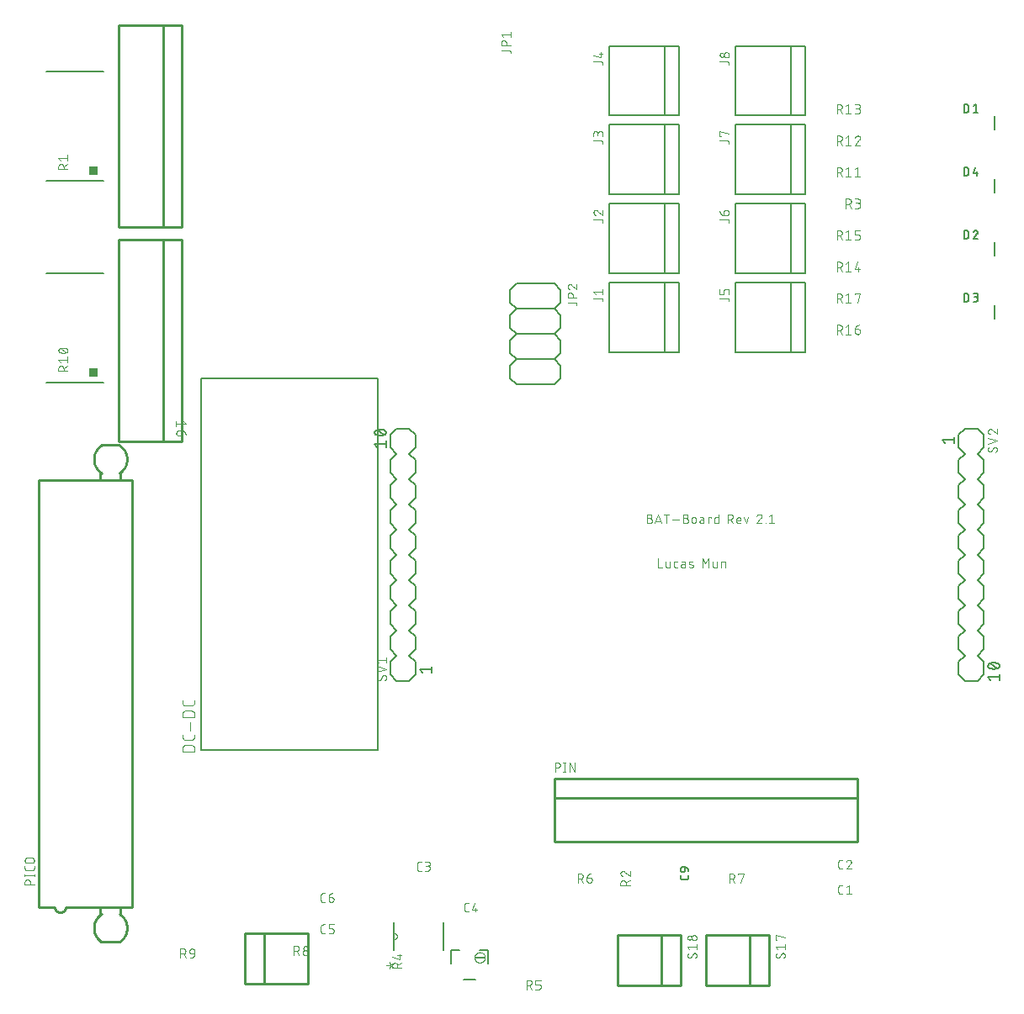
<source format=gbr>
G04 EAGLE Gerber X2 export*
G75*
%MOMM*%
%FSLAX34Y34*%
%LPD*%
%AMOC8*
5,1,8,0,0,1.08239X$1,22.5*%
G01*
%ADD10C,0.076200*%
%ADD11C,0.101600*%
%ADD12C,0.254000*%
%ADD13C,0.152400*%
%ADD14C,0.000000*%
%ADD15C,0.203200*%
%ADD16R,1.000000X0.250000*%
%ADD17C,0.127000*%
%ADD18R,0.889000X0.889000*%


D10*
X172791Y591383D02*
X174879Y588772D01*
X165481Y588772D01*
X165481Y591383D02*
X165481Y586161D01*
X170702Y582239D02*
X170702Y579106D01*
X170700Y579017D01*
X170694Y578929D01*
X170685Y578841D01*
X170672Y578753D01*
X170655Y578666D01*
X170635Y578580D01*
X170610Y578495D01*
X170583Y578410D01*
X170551Y578327D01*
X170517Y578246D01*
X170478Y578166D01*
X170437Y578088D01*
X170392Y578011D01*
X170344Y577937D01*
X170293Y577864D01*
X170239Y577794D01*
X170181Y577727D01*
X170121Y577661D01*
X170059Y577599D01*
X169993Y577539D01*
X169926Y577481D01*
X169856Y577427D01*
X169783Y577376D01*
X169709Y577328D01*
X169632Y577283D01*
X169554Y577242D01*
X169474Y577203D01*
X169393Y577169D01*
X169310Y577137D01*
X169225Y577110D01*
X169140Y577085D01*
X169054Y577065D01*
X168967Y577048D01*
X168879Y577035D01*
X168791Y577026D01*
X168703Y577020D01*
X168614Y577018D01*
X168614Y577017D02*
X168092Y577017D01*
X167991Y577019D01*
X167890Y577025D01*
X167789Y577035D01*
X167689Y577048D01*
X167589Y577066D01*
X167490Y577087D01*
X167392Y577113D01*
X167295Y577142D01*
X167199Y577174D01*
X167105Y577211D01*
X167012Y577251D01*
X166920Y577295D01*
X166831Y577342D01*
X166743Y577393D01*
X166657Y577447D01*
X166574Y577504D01*
X166492Y577564D01*
X166414Y577628D01*
X166337Y577694D01*
X166264Y577764D01*
X166193Y577836D01*
X166125Y577911D01*
X166060Y577989D01*
X165998Y578069D01*
X165939Y578151D01*
X165883Y578236D01*
X165831Y578323D01*
X165782Y578411D01*
X165736Y578502D01*
X165695Y578594D01*
X165656Y578688D01*
X165622Y578783D01*
X165591Y578879D01*
X165564Y578977D01*
X165540Y579075D01*
X165521Y579175D01*
X165505Y579275D01*
X165493Y579375D01*
X165485Y579476D01*
X165481Y579577D01*
X165481Y579679D01*
X165485Y579780D01*
X165493Y579881D01*
X165505Y579981D01*
X165521Y580081D01*
X165540Y580181D01*
X165564Y580279D01*
X165591Y580377D01*
X165622Y580473D01*
X165656Y580568D01*
X165695Y580662D01*
X165736Y580754D01*
X165782Y580845D01*
X165831Y580934D01*
X165883Y581020D01*
X165939Y581105D01*
X165998Y581187D01*
X166060Y581267D01*
X166125Y581345D01*
X166193Y581420D01*
X166264Y581492D01*
X166337Y581562D01*
X166414Y581628D01*
X166492Y581692D01*
X166574Y581752D01*
X166657Y581809D01*
X166743Y581863D01*
X166831Y581914D01*
X166920Y581961D01*
X167012Y582005D01*
X167105Y582045D01*
X167199Y582082D01*
X167295Y582114D01*
X167392Y582143D01*
X167490Y582169D01*
X167589Y582190D01*
X167689Y582208D01*
X167789Y582221D01*
X167890Y582231D01*
X167991Y582237D01*
X168092Y582239D01*
X170702Y582239D01*
X170831Y582237D01*
X170959Y582231D01*
X171087Y582221D01*
X171215Y582207D01*
X171343Y582190D01*
X171470Y582168D01*
X171596Y582142D01*
X171721Y582113D01*
X171845Y582080D01*
X171968Y582042D01*
X172090Y582002D01*
X172211Y581957D01*
X172330Y581909D01*
X172448Y581857D01*
X172564Y581801D01*
X172678Y581742D01*
X172790Y581679D01*
X172901Y581613D01*
X173009Y581544D01*
X173115Y581471D01*
X173219Y581395D01*
X173321Y581316D01*
X173420Y581234D01*
X173516Y581149D01*
X173610Y581061D01*
X173701Y580970D01*
X173789Y580876D01*
X173874Y580780D01*
X173956Y580681D01*
X174035Y580579D01*
X174111Y580475D01*
X174184Y580369D01*
X174253Y580261D01*
X174319Y580151D01*
X174382Y580038D01*
X174441Y579924D01*
X174497Y579808D01*
X174549Y579690D01*
X174597Y579571D01*
X174642Y579450D01*
X174682Y579328D01*
X174720Y579205D01*
X174753Y579081D01*
X174782Y578956D01*
X174808Y578830D01*
X174830Y578703D01*
X174847Y578575D01*
X174861Y578447D01*
X174871Y578319D01*
X174877Y578191D01*
X174879Y578062D01*
D11*
X639077Y493903D02*
X641617Y493903D01*
X641717Y493901D01*
X641816Y493895D01*
X641916Y493885D01*
X642014Y493872D01*
X642113Y493854D01*
X642210Y493833D01*
X642306Y493808D01*
X642402Y493779D01*
X642496Y493746D01*
X642589Y493710D01*
X642680Y493670D01*
X642770Y493626D01*
X642858Y493579D01*
X642944Y493529D01*
X643028Y493475D01*
X643110Y493418D01*
X643189Y493358D01*
X643267Y493294D01*
X643341Y493228D01*
X643413Y493159D01*
X643482Y493087D01*
X643548Y493013D01*
X643612Y492935D01*
X643672Y492856D01*
X643729Y492774D01*
X643783Y492690D01*
X643833Y492604D01*
X643880Y492516D01*
X643924Y492426D01*
X643964Y492335D01*
X644000Y492242D01*
X644033Y492148D01*
X644062Y492052D01*
X644087Y491956D01*
X644108Y491859D01*
X644126Y491760D01*
X644139Y491662D01*
X644149Y491562D01*
X644155Y491463D01*
X644157Y491363D01*
X644155Y491263D01*
X644149Y491164D01*
X644139Y491064D01*
X644126Y490966D01*
X644108Y490867D01*
X644087Y490770D01*
X644062Y490674D01*
X644033Y490578D01*
X644000Y490484D01*
X643964Y490391D01*
X643924Y490300D01*
X643880Y490210D01*
X643833Y490122D01*
X643783Y490036D01*
X643729Y489952D01*
X643672Y489870D01*
X643612Y489791D01*
X643548Y489713D01*
X643482Y489639D01*
X643413Y489567D01*
X643341Y489498D01*
X643267Y489432D01*
X643189Y489368D01*
X643110Y489308D01*
X643028Y489251D01*
X642944Y489197D01*
X642858Y489147D01*
X642770Y489100D01*
X642680Y489056D01*
X642589Y489016D01*
X642496Y488980D01*
X642402Y488947D01*
X642306Y488918D01*
X642210Y488893D01*
X642113Y488872D01*
X642014Y488854D01*
X641916Y488841D01*
X641816Y488831D01*
X641717Y488825D01*
X641617Y488823D01*
X639077Y488823D01*
X639077Y497967D01*
X641617Y497967D01*
X641706Y497965D01*
X641794Y497959D01*
X641882Y497950D01*
X641970Y497936D01*
X642057Y497919D01*
X642143Y497898D01*
X642228Y497873D01*
X642312Y497844D01*
X642395Y497812D01*
X642476Y497777D01*
X642555Y497737D01*
X642633Y497695D01*
X642709Y497649D01*
X642783Y497600D01*
X642854Y497547D01*
X642923Y497492D01*
X642990Y497433D01*
X643054Y497372D01*
X643115Y497308D01*
X643174Y497241D01*
X643229Y497172D01*
X643282Y497101D01*
X643331Y497027D01*
X643377Y496951D01*
X643419Y496873D01*
X643459Y496794D01*
X643494Y496713D01*
X643526Y496630D01*
X643555Y496546D01*
X643580Y496461D01*
X643601Y496375D01*
X643618Y496288D01*
X643632Y496200D01*
X643641Y496112D01*
X643647Y496024D01*
X643649Y495935D01*
X643647Y495846D01*
X643641Y495758D01*
X643632Y495670D01*
X643618Y495582D01*
X643601Y495495D01*
X643580Y495409D01*
X643555Y495324D01*
X643526Y495240D01*
X643494Y495157D01*
X643459Y495076D01*
X643419Y494997D01*
X643377Y494919D01*
X643331Y494843D01*
X643282Y494769D01*
X643229Y494698D01*
X643174Y494629D01*
X643115Y494562D01*
X643054Y494498D01*
X642990Y494437D01*
X642923Y494378D01*
X642854Y494323D01*
X642783Y494270D01*
X642709Y494221D01*
X642633Y494175D01*
X642555Y494133D01*
X642476Y494093D01*
X642395Y494058D01*
X642312Y494026D01*
X642228Y493997D01*
X642143Y493972D01*
X642057Y493951D01*
X641970Y493934D01*
X641882Y493920D01*
X641794Y493911D01*
X641706Y493905D01*
X641617Y493903D01*
X647256Y488823D02*
X650304Y497967D01*
X653352Y488823D01*
X652590Y491109D02*
X648018Y491109D01*
X658838Y488823D02*
X658838Y497967D01*
X656298Y497967D02*
X661378Y497967D01*
X664934Y492379D02*
X671030Y492379D01*
X675653Y493903D02*
X678193Y493903D01*
X678293Y493901D01*
X678392Y493895D01*
X678492Y493885D01*
X678590Y493872D01*
X678689Y493854D01*
X678786Y493833D01*
X678882Y493808D01*
X678978Y493779D01*
X679072Y493746D01*
X679165Y493710D01*
X679256Y493670D01*
X679346Y493626D01*
X679434Y493579D01*
X679520Y493529D01*
X679604Y493475D01*
X679686Y493418D01*
X679765Y493358D01*
X679843Y493294D01*
X679917Y493228D01*
X679989Y493159D01*
X680058Y493087D01*
X680124Y493013D01*
X680188Y492935D01*
X680248Y492856D01*
X680305Y492774D01*
X680359Y492690D01*
X680409Y492604D01*
X680456Y492516D01*
X680500Y492426D01*
X680540Y492335D01*
X680576Y492242D01*
X680609Y492148D01*
X680638Y492052D01*
X680663Y491956D01*
X680684Y491859D01*
X680702Y491760D01*
X680715Y491662D01*
X680725Y491562D01*
X680731Y491463D01*
X680733Y491363D01*
X680731Y491263D01*
X680725Y491164D01*
X680715Y491064D01*
X680702Y490966D01*
X680684Y490867D01*
X680663Y490770D01*
X680638Y490674D01*
X680609Y490578D01*
X680576Y490484D01*
X680540Y490391D01*
X680500Y490300D01*
X680456Y490210D01*
X680409Y490122D01*
X680359Y490036D01*
X680305Y489952D01*
X680248Y489870D01*
X680188Y489791D01*
X680124Y489713D01*
X680058Y489639D01*
X679989Y489567D01*
X679917Y489498D01*
X679843Y489432D01*
X679765Y489368D01*
X679686Y489308D01*
X679604Y489251D01*
X679520Y489197D01*
X679434Y489147D01*
X679346Y489100D01*
X679256Y489056D01*
X679165Y489016D01*
X679072Y488980D01*
X678978Y488947D01*
X678882Y488918D01*
X678786Y488893D01*
X678689Y488872D01*
X678590Y488854D01*
X678492Y488841D01*
X678392Y488831D01*
X678293Y488825D01*
X678193Y488823D01*
X675653Y488823D01*
X675653Y497967D01*
X678193Y497967D01*
X678282Y497965D01*
X678370Y497959D01*
X678458Y497950D01*
X678546Y497936D01*
X678633Y497919D01*
X678719Y497898D01*
X678804Y497873D01*
X678888Y497844D01*
X678971Y497812D01*
X679052Y497777D01*
X679131Y497737D01*
X679209Y497695D01*
X679285Y497649D01*
X679359Y497600D01*
X679430Y497547D01*
X679499Y497492D01*
X679566Y497433D01*
X679630Y497372D01*
X679691Y497308D01*
X679750Y497241D01*
X679805Y497172D01*
X679858Y497101D01*
X679907Y497027D01*
X679953Y496951D01*
X679995Y496873D01*
X680035Y496794D01*
X680070Y496713D01*
X680102Y496630D01*
X680131Y496546D01*
X680156Y496461D01*
X680177Y496375D01*
X680194Y496288D01*
X680208Y496200D01*
X680217Y496112D01*
X680223Y496024D01*
X680225Y495935D01*
X680223Y495846D01*
X680217Y495758D01*
X680208Y495670D01*
X680194Y495582D01*
X680177Y495495D01*
X680156Y495409D01*
X680131Y495324D01*
X680102Y495240D01*
X680070Y495157D01*
X680035Y495076D01*
X679995Y494997D01*
X679953Y494919D01*
X679907Y494843D01*
X679858Y494769D01*
X679805Y494698D01*
X679750Y494629D01*
X679691Y494562D01*
X679630Y494498D01*
X679566Y494437D01*
X679499Y494378D01*
X679430Y494323D01*
X679359Y494270D01*
X679285Y494221D01*
X679209Y494175D01*
X679131Y494133D01*
X679052Y494093D01*
X678971Y494058D01*
X678888Y494026D01*
X678804Y493997D01*
X678719Y493972D01*
X678633Y493951D01*
X678546Y493934D01*
X678458Y493920D01*
X678370Y493911D01*
X678282Y493905D01*
X678193Y493903D01*
X684238Y492887D02*
X684238Y490855D01*
X684238Y492887D02*
X684240Y492976D01*
X684246Y493064D01*
X684255Y493152D01*
X684269Y493240D01*
X684286Y493327D01*
X684307Y493413D01*
X684332Y493498D01*
X684361Y493582D01*
X684393Y493665D01*
X684428Y493746D01*
X684468Y493825D01*
X684510Y493903D01*
X684556Y493979D01*
X684605Y494053D01*
X684658Y494124D01*
X684713Y494193D01*
X684772Y494260D01*
X684833Y494324D01*
X684897Y494385D01*
X684964Y494444D01*
X685033Y494499D01*
X685104Y494552D01*
X685178Y494601D01*
X685254Y494647D01*
X685332Y494689D01*
X685411Y494729D01*
X685492Y494764D01*
X685575Y494796D01*
X685659Y494825D01*
X685744Y494850D01*
X685830Y494871D01*
X685917Y494888D01*
X686005Y494902D01*
X686093Y494911D01*
X686181Y494917D01*
X686270Y494919D01*
X686359Y494917D01*
X686447Y494911D01*
X686535Y494902D01*
X686623Y494888D01*
X686710Y494871D01*
X686796Y494850D01*
X686881Y494825D01*
X686965Y494796D01*
X687048Y494764D01*
X687129Y494729D01*
X687208Y494689D01*
X687286Y494647D01*
X687362Y494601D01*
X687436Y494552D01*
X687507Y494499D01*
X687576Y494444D01*
X687643Y494385D01*
X687707Y494324D01*
X687768Y494260D01*
X687827Y494193D01*
X687882Y494124D01*
X687935Y494053D01*
X687984Y493979D01*
X688030Y493903D01*
X688072Y493825D01*
X688112Y493746D01*
X688147Y493665D01*
X688179Y493582D01*
X688208Y493498D01*
X688233Y493413D01*
X688254Y493327D01*
X688271Y493240D01*
X688285Y493152D01*
X688294Y493064D01*
X688300Y492976D01*
X688302Y492887D01*
X688302Y490855D01*
X688300Y490766D01*
X688294Y490678D01*
X688285Y490590D01*
X688271Y490502D01*
X688254Y490415D01*
X688233Y490329D01*
X688208Y490244D01*
X688179Y490160D01*
X688147Y490077D01*
X688112Y489996D01*
X688072Y489917D01*
X688030Y489839D01*
X687984Y489763D01*
X687935Y489689D01*
X687882Y489618D01*
X687827Y489549D01*
X687768Y489482D01*
X687707Y489418D01*
X687643Y489357D01*
X687576Y489298D01*
X687507Y489243D01*
X687436Y489190D01*
X687362Y489141D01*
X687286Y489095D01*
X687208Y489053D01*
X687129Y489013D01*
X687048Y488978D01*
X686965Y488946D01*
X686881Y488917D01*
X686796Y488892D01*
X686710Y488871D01*
X686623Y488854D01*
X686535Y488840D01*
X686447Y488831D01*
X686359Y488825D01*
X686270Y488823D01*
X686181Y488825D01*
X686093Y488831D01*
X686005Y488840D01*
X685917Y488854D01*
X685830Y488871D01*
X685744Y488892D01*
X685659Y488917D01*
X685575Y488946D01*
X685492Y488978D01*
X685411Y489013D01*
X685332Y489053D01*
X685254Y489095D01*
X685178Y489141D01*
X685104Y489190D01*
X685033Y489243D01*
X684964Y489298D01*
X684897Y489357D01*
X684833Y489418D01*
X684772Y489482D01*
X684713Y489549D01*
X684658Y489618D01*
X684605Y489689D01*
X684556Y489763D01*
X684510Y489839D01*
X684468Y489917D01*
X684428Y489996D01*
X684393Y490077D01*
X684361Y490160D01*
X684332Y490244D01*
X684307Y490329D01*
X684286Y490415D01*
X684269Y490502D01*
X684255Y490590D01*
X684246Y490678D01*
X684240Y490766D01*
X684238Y490855D01*
X693888Y492379D02*
X696174Y492379D01*
X693888Y492379D02*
X693805Y492377D01*
X693722Y492371D01*
X693639Y492361D01*
X693556Y492348D01*
X693475Y492330D01*
X693394Y492309D01*
X693315Y492284D01*
X693237Y492255D01*
X693160Y492223D01*
X693085Y492187D01*
X693011Y492148D01*
X692940Y492105D01*
X692870Y492059D01*
X692803Y492009D01*
X692738Y491957D01*
X692676Y491902D01*
X692616Y491843D01*
X692559Y491782D01*
X692505Y491719D01*
X692454Y491653D01*
X692407Y491584D01*
X692362Y491514D01*
X692321Y491441D01*
X692284Y491367D01*
X692249Y491291D01*
X692219Y491213D01*
X692192Y491135D01*
X692169Y491054D01*
X692149Y490973D01*
X692134Y490891D01*
X692122Y490809D01*
X692114Y490726D01*
X692110Y490643D01*
X692110Y490559D01*
X692114Y490476D01*
X692122Y490393D01*
X692134Y490311D01*
X692149Y490229D01*
X692169Y490148D01*
X692192Y490067D01*
X692219Y489989D01*
X692249Y489911D01*
X692284Y489835D01*
X692321Y489761D01*
X692362Y489688D01*
X692407Y489618D01*
X692454Y489549D01*
X692505Y489483D01*
X692559Y489420D01*
X692616Y489359D01*
X692676Y489300D01*
X692738Y489245D01*
X692803Y489193D01*
X692870Y489143D01*
X692940Y489097D01*
X693011Y489054D01*
X693085Y489015D01*
X693160Y488979D01*
X693237Y488947D01*
X693315Y488918D01*
X693394Y488893D01*
X693475Y488872D01*
X693556Y488854D01*
X693639Y488841D01*
X693722Y488831D01*
X693805Y488825D01*
X693888Y488823D01*
X696174Y488823D01*
X696174Y493395D01*
X696172Y493472D01*
X696166Y493549D01*
X696156Y493626D01*
X696143Y493702D01*
X696125Y493777D01*
X696104Y493851D01*
X696079Y493924D01*
X696050Y493996D01*
X696018Y494066D01*
X695983Y494135D01*
X695943Y494201D01*
X695901Y494266D01*
X695855Y494328D01*
X695806Y494388D01*
X695755Y494445D01*
X695700Y494500D01*
X695643Y494551D01*
X695583Y494600D01*
X695521Y494646D01*
X695456Y494688D01*
X695390Y494728D01*
X695321Y494763D01*
X695251Y494795D01*
X695179Y494824D01*
X695106Y494849D01*
X695032Y494870D01*
X694957Y494888D01*
X694881Y494901D01*
X694804Y494911D01*
X694727Y494917D01*
X694650Y494919D01*
X692618Y494919D01*
X700757Y494919D02*
X700757Y488823D01*
X700757Y494919D02*
X703805Y494919D01*
X703805Y493903D01*
X710804Y497967D02*
X710804Y488823D01*
X708264Y488823D01*
X708187Y488825D01*
X708110Y488831D01*
X708033Y488841D01*
X707957Y488854D01*
X707882Y488872D01*
X707808Y488893D01*
X707735Y488918D01*
X707663Y488947D01*
X707593Y488979D01*
X707524Y489014D01*
X707458Y489054D01*
X707393Y489096D01*
X707331Y489142D01*
X707271Y489191D01*
X707214Y489242D01*
X707159Y489297D01*
X707108Y489354D01*
X707059Y489414D01*
X707013Y489476D01*
X706971Y489541D01*
X706931Y489607D01*
X706896Y489676D01*
X706864Y489746D01*
X706835Y489818D01*
X706810Y489891D01*
X706789Y489965D01*
X706771Y490040D01*
X706758Y490116D01*
X706748Y490193D01*
X706742Y490270D01*
X706740Y490347D01*
X706740Y493395D01*
X706742Y493472D01*
X706748Y493549D01*
X706758Y493626D01*
X706771Y493702D01*
X706789Y493777D01*
X706810Y493851D01*
X706835Y493924D01*
X706864Y493996D01*
X706896Y494066D01*
X706931Y494135D01*
X706971Y494201D01*
X707013Y494266D01*
X707059Y494328D01*
X707108Y494388D01*
X707159Y494445D01*
X707214Y494500D01*
X707271Y494551D01*
X707331Y494600D01*
X707393Y494646D01*
X707458Y494688D01*
X707524Y494728D01*
X707593Y494763D01*
X707663Y494795D01*
X707735Y494824D01*
X707808Y494849D01*
X707882Y494870D01*
X707957Y494888D01*
X708033Y494901D01*
X708110Y494911D01*
X708187Y494917D01*
X708264Y494919D01*
X710804Y494919D01*
X720372Y497967D02*
X720372Y488823D01*
X720372Y497967D02*
X722912Y497967D01*
X723012Y497965D01*
X723111Y497959D01*
X723211Y497949D01*
X723309Y497936D01*
X723408Y497918D01*
X723505Y497897D01*
X723601Y497872D01*
X723697Y497843D01*
X723791Y497810D01*
X723884Y497774D01*
X723975Y497734D01*
X724065Y497690D01*
X724153Y497643D01*
X724239Y497593D01*
X724323Y497539D01*
X724405Y497482D01*
X724484Y497422D01*
X724562Y497358D01*
X724636Y497292D01*
X724708Y497223D01*
X724777Y497151D01*
X724843Y497077D01*
X724907Y496999D01*
X724967Y496920D01*
X725024Y496838D01*
X725078Y496754D01*
X725128Y496668D01*
X725175Y496580D01*
X725219Y496490D01*
X725259Y496399D01*
X725295Y496306D01*
X725328Y496212D01*
X725357Y496116D01*
X725382Y496020D01*
X725403Y495923D01*
X725421Y495824D01*
X725434Y495726D01*
X725444Y495626D01*
X725450Y495527D01*
X725452Y495427D01*
X725450Y495327D01*
X725444Y495228D01*
X725434Y495128D01*
X725421Y495030D01*
X725403Y494931D01*
X725382Y494834D01*
X725357Y494738D01*
X725328Y494642D01*
X725295Y494548D01*
X725259Y494455D01*
X725219Y494364D01*
X725175Y494274D01*
X725128Y494186D01*
X725078Y494100D01*
X725024Y494016D01*
X724967Y493934D01*
X724907Y493855D01*
X724843Y493777D01*
X724777Y493703D01*
X724708Y493631D01*
X724636Y493562D01*
X724562Y493496D01*
X724484Y493432D01*
X724405Y493372D01*
X724323Y493315D01*
X724239Y493261D01*
X724153Y493211D01*
X724065Y493164D01*
X723975Y493120D01*
X723884Y493080D01*
X723791Y493044D01*
X723697Y493011D01*
X723601Y492982D01*
X723505Y492957D01*
X723408Y492936D01*
X723309Y492918D01*
X723211Y492905D01*
X723111Y492895D01*
X723012Y492889D01*
X722912Y492887D01*
X720372Y492887D01*
X723420Y492887D02*
X725452Y488823D01*
X730872Y488823D02*
X733412Y488823D01*
X730872Y488823D02*
X730795Y488825D01*
X730718Y488831D01*
X730641Y488841D01*
X730565Y488854D01*
X730490Y488872D01*
X730416Y488893D01*
X730343Y488918D01*
X730271Y488947D01*
X730201Y488979D01*
X730132Y489014D01*
X730066Y489054D01*
X730001Y489096D01*
X729939Y489142D01*
X729879Y489191D01*
X729822Y489242D01*
X729767Y489297D01*
X729716Y489354D01*
X729667Y489414D01*
X729621Y489476D01*
X729579Y489541D01*
X729539Y489607D01*
X729504Y489676D01*
X729472Y489746D01*
X729443Y489818D01*
X729418Y489891D01*
X729397Y489965D01*
X729379Y490040D01*
X729366Y490116D01*
X729356Y490193D01*
X729350Y490270D01*
X729348Y490347D01*
X729348Y492887D01*
X729350Y492976D01*
X729356Y493064D01*
X729365Y493152D01*
X729379Y493240D01*
X729396Y493327D01*
X729417Y493413D01*
X729442Y493498D01*
X729471Y493582D01*
X729503Y493665D01*
X729538Y493746D01*
X729578Y493825D01*
X729620Y493903D01*
X729666Y493979D01*
X729715Y494053D01*
X729768Y494124D01*
X729823Y494193D01*
X729882Y494260D01*
X729943Y494324D01*
X730007Y494385D01*
X730074Y494444D01*
X730143Y494499D01*
X730214Y494552D01*
X730288Y494601D01*
X730364Y494647D01*
X730442Y494689D01*
X730521Y494729D01*
X730602Y494764D01*
X730685Y494796D01*
X730769Y494825D01*
X730854Y494850D01*
X730940Y494871D01*
X731027Y494888D01*
X731115Y494902D01*
X731203Y494911D01*
X731291Y494917D01*
X731380Y494919D01*
X731469Y494917D01*
X731557Y494911D01*
X731645Y494902D01*
X731733Y494888D01*
X731820Y494871D01*
X731906Y494850D01*
X731991Y494825D01*
X732075Y494796D01*
X732158Y494764D01*
X732239Y494729D01*
X732318Y494689D01*
X732396Y494647D01*
X732472Y494601D01*
X732546Y494552D01*
X732617Y494499D01*
X732686Y494444D01*
X732753Y494385D01*
X732817Y494324D01*
X732878Y494260D01*
X732937Y494193D01*
X732992Y494124D01*
X733045Y494053D01*
X733094Y493979D01*
X733140Y493903D01*
X733182Y493825D01*
X733222Y493746D01*
X733257Y493665D01*
X733289Y493582D01*
X733318Y493498D01*
X733343Y493413D01*
X733364Y493327D01*
X733381Y493240D01*
X733395Y493152D01*
X733404Y493064D01*
X733410Y492976D01*
X733412Y492887D01*
X733412Y491871D01*
X729348Y491871D01*
X736968Y494919D02*
X739000Y488823D01*
X741032Y494919D01*
X752360Y497967D02*
X752454Y497965D01*
X752549Y497959D01*
X752643Y497949D01*
X752736Y497936D01*
X752829Y497918D01*
X752921Y497897D01*
X753012Y497872D01*
X753102Y497843D01*
X753191Y497811D01*
X753278Y497774D01*
X753364Y497735D01*
X753448Y497691D01*
X753530Y497645D01*
X753610Y497595D01*
X753688Y497541D01*
X753764Y497485D01*
X753837Y497425D01*
X753908Y497363D01*
X753976Y497297D01*
X754042Y497229D01*
X754104Y497158D01*
X754164Y497085D01*
X754220Y497009D01*
X754274Y496931D01*
X754324Y496851D01*
X754370Y496769D01*
X754414Y496685D01*
X754453Y496599D01*
X754490Y496512D01*
X754522Y496423D01*
X754551Y496333D01*
X754576Y496242D01*
X754597Y496150D01*
X754615Y496057D01*
X754628Y495964D01*
X754638Y495870D01*
X754644Y495775D01*
X754646Y495681D01*
X752360Y497967D02*
X752254Y497965D01*
X752149Y497959D01*
X752044Y497950D01*
X751939Y497937D01*
X751835Y497920D01*
X751732Y497899D01*
X751629Y497875D01*
X751527Y497846D01*
X751427Y497815D01*
X751327Y497779D01*
X751229Y497741D01*
X751133Y497698D01*
X751037Y497652D01*
X750944Y497603D01*
X750853Y497551D01*
X750763Y497495D01*
X750675Y497436D01*
X750590Y497374D01*
X750507Y497309D01*
X750426Y497241D01*
X750348Y497170D01*
X750273Y497096D01*
X750200Y497020D01*
X750130Y496941D01*
X750063Y496860D01*
X749998Y496776D01*
X749937Y496690D01*
X749879Y496602D01*
X749824Y496512D01*
X749773Y496420D01*
X749724Y496326D01*
X749679Y496230D01*
X749638Y496133D01*
X749600Y496035D01*
X749566Y495935D01*
X753884Y493903D02*
X753951Y493970D01*
X754016Y494039D01*
X754078Y494111D01*
X754137Y494184D01*
X754193Y494261D01*
X754247Y494339D01*
X754297Y494419D01*
X754344Y494501D01*
X754388Y494585D01*
X754428Y494671D01*
X754466Y494758D01*
X754500Y494846D01*
X754530Y494936D01*
X754557Y495026D01*
X754581Y495118D01*
X754601Y495211D01*
X754617Y495304D01*
X754630Y495398D01*
X754639Y495492D01*
X754644Y495586D01*
X754646Y495681D01*
X753884Y493903D02*
X749566Y488823D01*
X754646Y488823D01*
X758253Y488823D02*
X758253Y489331D01*
X758761Y489331D01*
X758761Y488823D01*
X758253Y488823D01*
X762368Y495935D02*
X764908Y497967D01*
X764908Y488823D01*
X762368Y488823D02*
X767448Y488823D01*
X650238Y453517D02*
X650238Y444373D01*
X654302Y444373D01*
X658040Y445897D02*
X658040Y450469D01*
X658040Y445897D02*
X658042Y445820D01*
X658048Y445743D01*
X658058Y445666D01*
X658071Y445590D01*
X658089Y445515D01*
X658110Y445441D01*
X658135Y445368D01*
X658164Y445296D01*
X658196Y445226D01*
X658231Y445157D01*
X658271Y445091D01*
X658313Y445026D01*
X658359Y444964D01*
X658408Y444904D01*
X658459Y444847D01*
X658514Y444792D01*
X658571Y444741D01*
X658631Y444692D01*
X658693Y444646D01*
X658758Y444604D01*
X658824Y444564D01*
X658893Y444529D01*
X658963Y444497D01*
X659035Y444468D01*
X659108Y444443D01*
X659182Y444422D01*
X659257Y444404D01*
X659333Y444391D01*
X659410Y444381D01*
X659487Y444375D01*
X659564Y444373D01*
X662104Y444373D01*
X662104Y450469D01*
X667806Y444373D02*
X669838Y444373D01*
X667806Y444373D02*
X667729Y444375D01*
X667652Y444381D01*
X667575Y444391D01*
X667499Y444404D01*
X667424Y444422D01*
X667350Y444443D01*
X667277Y444468D01*
X667205Y444497D01*
X667135Y444529D01*
X667066Y444564D01*
X667000Y444604D01*
X666935Y444646D01*
X666873Y444692D01*
X666813Y444741D01*
X666756Y444792D01*
X666701Y444847D01*
X666650Y444904D01*
X666601Y444964D01*
X666555Y445026D01*
X666513Y445091D01*
X666473Y445157D01*
X666438Y445226D01*
X666406Y445296D01*
X666377Y445368D01*
X666352Y445441D01*
X666331Y445515D01*
X666313Y445590D01*
X666300Y445666D01*
X666290Y445743D01*
X666284Y445820D01*
X666282Y445897D01*
X666282Y448945D01*
X666284Y449022D01*
X666290Y449099D01*
X666300Y449176D01*
X666313Y449252D01*
X666331Y449327D01*
X666352Y449401D01*
X666377Y449474D01*
X666406Y449546D01*
X666438Y449616D01*
X666473Y449685D01*
X666513Y449751D01*
X666555Y449816D01*
X666601Y449878D01*
X666650Y449938D01*
X666701Y449995D01*
X666756Y450050D01*
X666813Y450101D01*
X666873Y450150D01*
X666935Y450196D01*
X667000Y450238D01*
X667066Y450278D01*
X667135Y450313D01*
X667205Y450345D01*
X667277Y450374D01*
X667350Y450399D01*
X667424Y450420D01*
X667499Y450438D01*
X667575Y450451D01*
X667652Y450461D01*
X667729Y450467D01*
X667806Y450469D01*
X669838Y450469D01*
X675005Y447929D02*
X677291Y447929D01*
X675005Y447929D02*
X674922Y447927D01*
X674839Y447921D01*
X674756Y447911D01*
X674673Y447898D01*
X674592Y447880D01*
X674511Y447859D01*
X674432Y447834D01*
X674354Y447805D01*
X674277Y447773D01*
X674202Y447737D01*
X674128Y447698D01*
X674057Y447655D01*
X673987Y447609D01*
X673920Y447559D01*
X673855Y447507D01*
X673793Y447452D01*
X673733Y447393D01*
X673676Y447332D01*
X673622Y447269D01*
X673571Y447203D01*
X673524Y447134D01*
X673479Y447064D01*
X673438Y446991D01*
X673401Y446917D01*
X673366Y446841D01*
X673336Y446763D01*
X673309Y446685D01*
X673286Y446604D01*
X673266Y446523D01*
X673251Y446441D01*
X673239Y446359D01*
X673231Y446276D01*
X673227Y446193D01*
X673227Y446109D01*
X673231Y446026D01*
X673239Y445943D01*
X673251Y445861D01*
X673266Y445779D01*
X673286Y445698D01*
X673309Y445617D01*
X673336Y445539D01*
X673366Y445461D01*
X673401Y445385D01*
X673438Y445311D01*
X673479Y445238D01*
X673524Y445168D01*
X673571Y445099D01*
X673622Y445033D01*
X673676Y444970D01*
X673733Y444909D01*
X673793Y444850D01*
X673855Y444795D01*
X673920Y444743D01*
X673987Y444693D01*
X674057Y444647D01*
X674128Y444604D01*
X674202Y444565D01*
X674277Y444529D01*
X674354Y444497D01*
X674432Y444468D01*
X674511Y444443D01*
X674592Y444422D01*
X674673Y444404D01*
X674756Y444391D01*
X674839Y444381D01*
X674922Y444375D01*
X675005Y444373D01*
X677291Y444373D01*
X677291Y448945D01*
X677289Y449022D01*
X677283Y449099D01*
X677273Y449176D01*
X677260Y449252D01*
X677242Y449327D01*
X677221Y449401D01*
X677196Y449474D01*
X677167Y449546D01*
X677135Y449616D01*
X677100Y449685D01*
X677060Y449751D01*
X677018Y449816D01*
X676972Y449878D01*
X676923Y449938D01*
X676872Y449995D01*
X676817Y450050D01*
X676760Y450101D01*
X676700Y450150D01*
X676638Y450196D01*
X676573Y450238D01*
X676507Y450278D01*
X676438Y450313D01*
X676368Y450345D01*
X676296Y450374D01*
X676223Y450399D01*
X676149Y450420D01*
X676074Y450438D01*
X675998Y450451D01*
X675921Y450461D01*
X675844Y450467D01*
X675767Y450469D01*
X673735Y450469D01*
X682272Y447929D02*
X684812Y446913D01*
X682272Y447929D02*
X682206Y447958D01*
X682142Y447990D01*
X682080Y448025D01*
X682019Y448064D01*
X681961Y448106D01*
X681906Y448151D01*
X681852Y448199D01*
X681802Y448250D01*
X681754Y448303D01*
X681709Y448359D01*
X681668Y448417D01*
X681630Y448478D01*
X681595Y448541D01*
X681563Y448605D01*
X681535Y448671D01*
X681511Y448738D01*
X681490Y448807D01*
X681473Y448876D01*
X681460Y448947D01*
X681451Y449018D01*
X681445Y449089D01*
X681444Y449161D01*
X681446Y449233D01*
X681453Y449304D01*
X681463Y449375D01*
X681477Y449445D01*
X681495Y449515D01*
X681517Y449583D01*
X681542Y449650D01*
X681571Y449716D01*
X681603Y449780D01*
X681639Y449842D01*
X681678Y449902D01*
X681721Y449959D01*
X681766Y450015D01*
X681814Y450068D01*
X681866Y450118D01*
X681919Y450165D01*
X681976Y450209D01*
X682034Y450250D01*
X682095Y450288D01*
X682158Y450323D01*
X682223Y450354D01*
X682289Y450381D01*
X682356Y450405D01*
X682425Y450425D01*
X682495Y450442D01*
X682566Y450454D01*
X682637Y450463D01*
X682708Y450468D01*
X682780Y450469D01*
X682928Y450465D01*
X683075Y450458D01*
X683222Y450446D01*
X683368Y450431D01*
X683515Y450412D01*
X683660Y450389D01*
X683805Y450363D01*
X683949Y450333D01*
X684093Y450299D01*
X684235Y450261D01*
X684377Y450220D01*
X684517Y450176D01*
X684657Y450127D01*
X684795Y450075D01*
X684931Y450020D01*
X685066Y449961D01*
X684812Y446913D02*
X684878Y446884D01*
X684942Y446852D01*
X685004Y446817D01*
X685065Y446778D01*
X685123Y446736D01*
X685178Y446691D01*
X685232Y446643D01*
X685282Y446592D01*
X685330Y446539D01*
X685375Y446483D01*
X685416Y446425D01*
X685454Y446364D01*
X685489Y446301D01*
X685521Y446237D01*
X685549Y446171D01*
X685573Y446104D01*
X685594Y446035D01*
X685611Y445966D01*
X685624Y445895D01*
X685633Y445824D01*
X685639Y445753D01*
X685640Y445681D01*
X685638Y445609D01*
X685631Y445538D01*
X685621Y445467D01*
X685607Y445397D01*
X685589Y445327D01*
X685567Y445259D01*
X685542Y445192D01*
X685513Y445126D01*
X685481Y445062D01*
X685445Y445000D01*
X685406Y444940D01*
X685363Y444883D01*
X685318Y444827D01*
X685270Y444774D01*
X685218Y444724D01*
X685165Y444677D01*
X685108Y444633D01*
X685050Y444592D01*
X684989Y444554D01*
X684926Y444519D01*
X684861Y444488D01*
X684795Y444461D01*
X684728Y444437D01*
X684659Y444417D01*
X684589Y444400D01*
X684518Y444388D01*
X684447Y444379D01*
X684376Y444374D01*
X684304Y444373D01*
X684100Y444378D01*
X683897Y444388D01*
X683694Y444403D01*
X683491Y444423D01*
X683288Y444448D01*
X683087Y444477D01*
X682886Y444511D01*
X682686Y444550D01*
X682487Y444593D01*
X682289Y444642D01*
X682092Y444694D01*
X681897Y444752D01*
X681703Y444814D01*
X681510Y444881D01*
X694819Y444373D02*
X694819Y453517D01*
X697867Y448437D01*
X700915Y453517D01*
X700915Y444373D01*
X705589Y445897D02*
X705589Y450469D01*
X705589Y445897D02*
X705591Y445820D01*
X705597Y445743D01*
X705607Y445666D01*
X705620Y445590D01*
X705638Y445515D01*
X705659Y445441D01*
X705684Y445368D01*
X705713Y445296D01*
X705745Y445226D01*
X705780Y445157D01*
X705820Y445091D01*
X705862Y445026D01*
X705908Y444964D01*
X705957Y444904D01*
X706008Y444847D01*
X706063Y444792D01*
X706120Y444741D01*
X706180Y444692D01*
X706242Y444646D01*
X706307Y444604D01*
X706373Y444564D01*
X706442Y444529D01*
X706512Y444497D01*
X706584Y444468D01*
X706657Y444443D01*
X706731Y444422D01*
X706806Y444404D01*
X706882Y444391D01*
X706959Y444381D01*
X707036Y444375D01*
X707113Y444373D01*
X709653Y444373D01*
X709653Y450469D01*
X714123Y450469D02*
X714123Y444373D01*
X714123Y450469D02*
X716663Y450469D01*
X716740Y450467D01*
X716817Y450461D01*
X716894Y450451D01*
X716970Y450438D01*
X717045Y450420D01*
X717119Y450399D01*
X717192Y450374D01*
X717264Y450345D01*
X717334Y450313D01*
X717403Y450278D01*
X717469Y450238D01*
X717534Y450196D01*
X717596Y450150D01*
X717656Y450101D01*
X717713Y450050D01*
X717768Y449995D01*
X717819Y449938D01*
X717868Y449878D01*
X717914Y449816D01*
X717956Y449751D01*
X717996Y449685D01*
X718031Y449616D01*
X718063Y449546D01*
X718092Y449474D01*
X718117Y449401D01*
X718138Y449327D01*
X718156Y449252D01*
X718169Y449176D01*
X718179Y449099D01*
X718185Y449022D01*
X718187Y448945D01*
X718187Y444373D01*
D12*
X171450Y787400D02*
X171450Y990600D01*
X171450Y787400D02*
X152400Y787400D01*
X107950Y787400D01*
X107950Y990600D01*
X152400Y990600D01*
X171450Y990600D01*
X152400Y990600D02*
X152400Y787400D01*
D13*
X434467Y86741D02*
X434467Y59309D01*
X384683Y76073D02*
X384683Y86741D01*
X384683Y76073D02*
X384683Y69977D01*
X384683Y59309D01*
D14*
X384683Y69977D02*
X384792Y69979D01*
X384900Y69985D01*
X385009Y69994D01*
X385117Y70008D01*
X385224Y70025D01*
X385331Y70047D01*
X385437Y70072D01*
X385542Y70100D01*
X385646Y70133D01*
X385748Y70169D01*
X385849Y70209D01*
X385949Y70252D01*
X386047Y70299D01*
X386144Y70350D01*
X386238Y70404D01*
X386331Y70461D01*
X386421Y70521D01*
X386510Y70585D01*
X386596Y70652D01*
X386679Y70721D01*
X386760Y70794D01*
X386838Y70870D01*
X386914Y70948D01*
X386987Y71029D01*
X387056Y71112D01*
X387123Y71198D01*
X387187Y71287D01*
X387247Y71377D01*
X387304Y71470D01*
X387358Y71564D01*
X387409Y71661D01*
X387456Y71759D01*
X387499Y71859D01*
X387539Y71960D01*
X387575Y72062D01*
X387608Y72166D01*
X387636Y72271D01*
X387661Y72377D01*
X387683Y72484D01*
X387700Y72591D01*
X387714Y72699D01*
X387723Y72808D01*
X387729Y72916D01*
X387731Y73025D01*
X387729Y73134D01*
X387723Y73242D01*
X387714Y73351D01*
X387700Y73459D01*
X387683Y73566D01*
X387661Y73673D01*
X387636Y73779D01*
X387608Y73884D01*
X387575Y73988D01*
X387539Y74090D01*
X387499Y74191D01*
X387456Y74291D01*
X387409Y74389D01*
X387358Y74486D01*
X387304Y74580D01*
X387247Y74673D01*
X387187Y74763D01*
X387123Y74852D01*
X387056Y74938D01*
X386987Y75021D01*
X386914Y75102D01*
X386838Y75180D01*
X386760Y75256D01*
X386679Y75329D01*
X386596Y75398D01*
X386510Y75465D01*
X386421Y75529D01*
X386331Y75589D01*
X386238Y75646D01*
X386144Y75700D01*
X386047Y75751D01*
X385949Y75798D01*
X385849Y75841D01*
X385748Y75881D01*
X385646Y75917D01*
X385542Y75950D01*
X385437Y75978D01*
X385331Y76003D01*
X385224Y76025D01*
X385117Y76042D01*
X385009Y76056D01*
X384900Y76065D01*
X384792Y76071D01*
X384683Y76073D01*
D10*
X381128Y43976D02*
X377140Y43976D01*
X381128Y43976D02*
X384118Y46302D01*
X381128Y43976D02*
X384118Y41650D01*
X381128Y43976D02*
X379798Y47631D01*
X381128Y43976D02*
X379798Y40321D01*
D15*
X680974Y132240D02*
X680974Y134046D01*
X680974Y132240D02*
X680972Y132157D01*
X680966Y132073D01*
X680957Y131990D01*
X680943Y131908D01*
X680926Y131827D01*
X680905Y131746D01*
X680880Y131666D01*
X680852Y131588D01*
X680820Y131511D01*
X680785Y131435D01*
X680746Y131361D01*
X680703Y131289D01*
X680658Y131219D01*
X680609Y131152D01*
X680557Y131086D01*
X680503Y131023D01*
X680445Y130963D01*
X680385Y130905D01*
X680322Y130851D01*
X680256Y130799D01*
X680189Y130750D01*
X680119Y130705D01*
X680047Y130662D01*
X679973Y130623D01*
X679898Y130588D01*
X679820Y130556D01*
X679742Y130528D01*
X679662Y130503D01*
X679582Y130482D01*
X679500Y130465D01*
X679418Y130451D01*
X679335Y130442D01*
X679251Y130436D01*
X679168Y130434D01*
X674652Y130434D01*
X674569Y130436D01*
X674485Y130442D01*
X674402Y130451D01*
X674320Y130465D01*
X674239Y130482D01*
X674158Y130503D01*
X674078Y130528D01*
X674000Y130556D01*
X673923Y130588D01*
X673847Y130623D01*
X673773Y130662D01*
X673701Y130705D01*
X673631Y130750D01*
X673564Y130799D01*
X673498Y130851D01*
X673435Y130905D01*
X673375Y130963D01*
X673317Y131023D01*
X673263Y131086D01*
X673211Y131152D01*
X673162Y131219D01*
X673117Y131289D01*
X673074Y131361D01*
X673035Y131435D01*
X673000Y131510D01*
X672968Y131588D01*
X672940Y131666D01*
X672915Y131746D01*
X672894Y131826D01*
X672877Y131908D01*
X672863Y131990D01*
X672854Y132073D01*
X672848Y132157D01*
X672846Y132240D01*
X672846Y134046D01*
X677362Y139907D02*
X677362Y142616D01*
X677361Y139907D02*
X677359Y139824D01*
X677353Y139740D01*
X677344Y139657D01*
X677330Y139575D01*
X677313Y139494D01*
X677292Y139413D01*
X677267Y139333D01*
X677239Y139255D01*
X677207Y139178D01*
X677172Y139102D01*
X677133Y139028D01*
X677090Y138956D01*
X677045Y138886D01*
X676996Y138819D01*
X676944Y138753D01*
X676890Y138690D01*
X676832Y138630D01*
X676772Y138572D01*
X676709Y138518D01*
X676643Y138466D01*
X676576Y138417D01*
X676506Y138372D01*
X676434Y138329D01*
X676360Y138290D01*
X676285Y138255D01*
X676207Y138223D01*
X676129Y138195D01*
X676049Y138170D01*
X675969Y138149D01*
X675887Y138132D01*
X675805Y138118D01*
X675722Y138109D01*
X675638Y138103D01*
X675555Y138101D01*
X675555Y138100D02*
X675104Y138100D01*
X675011Y138102D01*
X674918Y138108D01*
X674825Y138117D01*
X674732Y138131D01*
X674641Y138148D01*
X674550Y138169D01*
X674460Y138194D01*
X674371Y138222D01*
X674283Y138254D01*
X674197Y138290D01*
X674112Y138329D01*
X674029Y138372D01*
X673948Y138418D01*
X673869Y138468D01*
X673792Y138520D01*
X673717Y138576D01*
X673645Y138635D01*
X673575Y138697D01*
X673507Y138761D01*
X673443Y138829D01*
X673381Y138899D01*
X673322Y138971D01*
X673266Y139046D01*
X673214Y139123D01*
X673164Y139202D01*
X673118Y139283D01*
X673075Y139366D01*
X673036Y139451D01*
X673000Y139537D01*
X672968Y139625D01*
X672940Y139714D01*
X672915Y139804D01*
X672894Y139895D01*
X672877Y139986D01*
X672863Y140079D01*
X672854Y140172D01*
X672848Y140265D01*
X672846Y140358D01*
X672848Y140451D01*
X672854Y140544D01*
X672863Y140637D01*
X672877Y140730D01*
X672894Y140821D01*
X672915Y140912D01*
X672940Y141002D01*
X672968Y141091D01*
X673000Y141179D01*
X673036Y141265D01*
X673075Y141350D01*
X673118Y141433D01*
X673164Y141514D01*
X673214Y141593D01*
X673266Y141670D01*
X673322Y141745D01*
X673381Y141817D01*
X673443Y141887D01*
X673507Y141955D01*
X673575Y142019D01*
X673645Y142081D01*
X673717Y142140D01*
X673792Y142196D01*
X673869Y142248D01*
X673948Y142298D01*
X674029Y142344D01*
X674112Y142387D01*
X674197Y142426D01*
X674283Y142462D01*
X674371Y142494D01*
X674460Y142522D01*
X674550Y142547D01*
X674641Y142568D01*
X674732Y142585D01*
X674825Y142599D01*
X674918Y142608D01*
X675011Y142614D01*
X675104Y142616D01*
X677362Y142616D01*
X677480Y142614D01*
X677598Y142608D01*
X677716Y142599D01*
X677833Y142585D01*
X677950Y142568D01*
X678067Y142547D01*
X678182Y142522D01*
X678297Y142493D01*
X678411Y142460D01*
X678523Y142424D01*
X678634Y142384D01*
X678744Y142341D01*
X678853Y142294D01*
X678960Y142244D01*
X679065Y142189D01*
X679168Y142132D01*
X679269Y142071D01*
X679369Y142007D01*
X679466Y141940D01*
X679561Y141870D01*
X679653Y141796D01*
X679744Y141720D01*
X679831Y141640D01*
X679916Y141558D01*
X679998Y141473D01*
X680078Y141386D01*
X680154Y141295D01*
X680228Y141203D01*
X680298Y141108D01*
X680365Y141011D01*
X680429Y140911D01*
X680490Y140810D01*
X680547Y140707D01*
X680602Y140602D01*
X680652Y140495D01*
X680699Y140386D01*
X680742Y140276D01*
X680782Y140165D01*
X680818Y140053D01*
X680851Y139939D01*
X680880Y139824D01*
X680905Y139709D01*
X680926Y139592D01*
X680943Y139475D01*
X680957Y139358D01*
X680966Y139240D01*
X680972Y139122D01*
X680974Y139004D01*
D11*
X412037Y138938D02*
X410005Y138938D01*
X409916Y138940D01*
X409828Y138946D01*
X409740Y138955D01*
X409652Y138969D01*
X409565Y138986D01*
X409479Y139007D01*
X409394Y139032D01*
X409310Y139061D01*
X409227Y139093D01*
X409146Y139128D01*
X409067Y139168D01*
X408989Y139210D01*
X408913Y139256D01*
X408839Y139305D01*
X408768Y139358D01*
X408699Y139413D01*
X408632Y139472D01*
X408568Y139533D01*
X408507Y139597D01*
X408448Y139664D01*
X408393Y139733D01*
X408340Y139804D01*
X408291Y139878D01*
X408245Y139954D01*
X408203Y140032D01*
X408163Y140111D01*
X408128Y140192D01*
X408096Y140275D01*
X408067Y140359D01*
X408042Y140444D01*
X408021Y140530D01*
X408004Y140617D01*
X407990Y140705D01*
X407981Y140793D01*
X407975Y140881D01*
X407973Y140970D01*
X407973Y146050D01*
X407975Y146139D01*
X407981Y146227D01*
X407990Y146315D01*
X408004Y146403D01*
X408021Y146490D01*
X408042Y146576D01*
X408067Y146661D01*
X408096Y146745D01*
X408128Y146828D01*
X408163Y146909D01*
X408203Y146988D01*
X408245Y147066D01*
X408291Y147142D01*
X408340Y147216D01*
X408393Y147287D01*
X408448Y147356D01*
X408507Y147423D01*
X408568Y147487D01*
X408632Y147548D01*
X408699Y147607D01*
X408768Y147662D01*
X408839Y147715D01*
X408913Y147764D01*
X408989Y147810D01*
X409067Y147852D01*
X409146Y147892D01*
X409227Y147927D01*
X409310Y147959D01*
X409394Y147988D01*
X409479Y148013D01*
X409565Y148034D01*
X409652Y148051D01*
X409740Y148065D01*
X409828Y148074D01*
X409916Y148080D01*
X410005Y148082D01*
X412037Y148082D01*
X415622Y138938D02*
X418162Y138938D01*
X418262Y138940D01*
X418361Y138946D01*
X418461Y138956D01*
X418559Y138969D01*
X418658Y138987D01*
X418755Y139008D01*
X418851Y139033D01*
X418947Y139062D01*
X419041Y139095D01*
X419134Y139131D01*
X419225Y139171D01*
X419315Y139215D01*
X419403Y139262D01*
X419489Y139312D01*
X419573Y139366D01*
X419655Y139423D01*
X419734Y139483D01*
X419812Y139547D01*
X419886Y139613D01*
X419958Y139682D01*
X420027Y139754D01*
X420093Y139828D01*
X420157Y139906D01*
X420217Y139985D01*
X420274Y140067D01*
X420328Y140151D01*
X420378Y140237D01*
X420425Y140325D01*
X420469Y140415D01*
X420509Y140506D01*
X420545Y140599D01*
X420578Y140693D01*
X420607Y140789D01*
X420632Y140885D01*
X420653Y140982D01*
X420671Y141081D01*
X420684Y141179D01*
X420694Y141279D01*
X420700Y141378D01*
X420702Y141478D01*
X420700Y141578D01*
X420694Y141677D01*
X420684Y141777D01*
X420671Y141875D01*
X420653Y141974D01*
X420632Y142071D01*
X420607Y142167D01*
X420578Y142263D01*
X420545Y142357D01*
X420509Y142450D01*
X420469Y142541D01*
X420425Y142631D01*
X420378Y142719D01*
X420328Y142805D01*
X420274Y142889D01*
X420217Y142971D01*
X420157Y143050D01*
X420093Y143128D01*
X420027Y143202D01*
X419958Y143274D01*
X419886Y143343D01*
X419812Y143409D01*
X419734Y143473D01*
X419655Y143533D01*
X419573Y143590D01*
X419489Y143644D01*
X419403Y143694D01*
X419315Y143741D01*
X419225Y143785D01*
X419134Y143825D01*
X419041Y143861D01*
X418947Y143894D01*
X418851Y143923D01*
X418755Y143948D01*
X418658Y143969D01*
X418559Y143987D01*
X418461Y144000D01*
X418361Y144010D01*
X418262Y144016D01*
X418162Y144018D01*
X418670Y148082D02*
X415622Y148082D01*
X418670Y148082D02*
X418759Y148080D01*
X418847Y148074D01*
X418935Y148065D01*
X419023Y148051D01*
X419110Y148034D01*
X419196Y148013D01*
X419281Y147988D01*
X419365Y147959D01*
X419448Y147927D01*
X419529Y147892D01*
X419608Y147852D01*
X419686Y147810D01*
X419762Y147764D01*
X419836Y147715D01*
X419907Y147662D01*
X419976Y147607D01*
X420043Y147548D01*
X420107Y147487D01*
X420168Y147423D01*
X420227Y147356D01*
X420282Y147287D01*
X420335Y147216D01*
X420384Y147142D01*
X420430Y147066D01*
X420472Y146988D01*
X420512Y146909D01*
X420547Y146828D01*
X420579Y146745D01*
X420608Y146661D01*
X420633Y146576D01*
X420654Y146490D01*
X420671Y146403D01*
X420685Y146315D01*
X420694Y146227D01*
X420700Y146139D01*
X420702Y146050D01*
X420700Y145961D01*
X420694Y145873D01*
X420685Y145785D01*
X420671Y145697D01*
X420654Y145610D01*
X420633Y145524D01*
X420608Y145439D01*
X420579Y145355D01*
X420547Y145272D01*
X420512Y145191D01*
X420472Y145112D01*
X420430Y145034D01*
X420384Y144958D01*
X420335Y144884D01*
X420282Y144813D01*
X420227Y144744D01*
X420168Y144677D01*
X420107Y144613D01*
X420043Y144552D01*
X419976Y144493D01*
X419907Y144438D01*
X419836Y144385D01*
X419762Y144336D01*
X419686Y144290D01*
X419608Y144248D01*
X419529Y144208D01*
X419448Y144173D01*
X419365Y144141D01*
X419281Y144112D01*
X419196Y144087D01*
X419110Y144066D01*
X419023Y144049D01*
X418935Y144035D01*
X418847Y144026D01*
X418759Y144020D01*
X418670Y144018D01*
X416638Y144018D01*
X457630Y97663D02*
X459662Y97663D01*
X457630Y97663D02*
X457541Y97665D01*
X457453Y97671D01*
X457365Y97680D01*
X457277Y97694D01*
X457190Y97711D01*
X457104Y97732D01*
X457019Y97757D01*
X456935Y97786D01*
X456852Y97818D01*
X456771Y97853D01*
X456692Y97893D01*
X456614Y97935D01*
X456538Y97981D01*
X456464Y98030D01*
X456393Y98083D01*
X456324Y98138D01*
X456257Y98197D01*
X456193Y98258D01*
X456132Y98322D01*
X456073Y98389D01*
X456018Y98458D01*
X455965Y98529D01*
X455916Y98603D01*
X455870Y98679D01*
X455828Y98757D01*
X455788Y98836D01*
X455753Y98917D01*
X455721Y99000D01*
X455692Y99084D01*
X455667Y99169D01*
X455646Y99255D01*
X455629Y99342D01*
X455615Y99430D01*
X455606Y99518D01*
X455600Y99606D01*
X455598Y99695D01*
X455598Y104775D01*
X455600Y104864D01*
X455606Y104952D01*
X455615Y105040D01*
X455629Y105128D01*
X455646Y105215D01*
X455667Y105301D01*
X455692Y105386D01*
X455721Y105470D01*
X455753Y105553D01*
X455788Y105634D01*
X455828Y105713D01*
X455870Y105791D01*
X455916Y105867D01*
X455965Y105941D01*
X456018Y106012D01*
X456073Y106081D01*
X456132Y106148D01*
X456193Y106212D01*
X456257Y106273D01*
X456324Y106332D01*
X456393Y106387D01*
X456464Y106440D01*
X456538Y106489D01*
X456614Y106535D01*
X456692Y106577D01*
X456771Y106617D01*
X456852Y106652D01*
X456935Y106684D01*
X457019Y106713D01*
X457104Y106738D01*
X457190Y106759D01*
X457277Y106776D01*
X457365Y106790D01*
X457453Y106799D01*
X457541Y106805D01*
X457630Y106807D01*
X459662Y106807D01*
X465279Y106807D02*
X463247Y99695D01*
X468327Y99695D01*
X466803Y101727D02*
X466803Y97663D01*
D10*
X392367Y40874D02*
X382969Y40874D01*
X382969Y43484D01*
X382968Y43484D02*
X382970Y43585D01*
X382976Y43686D01*
X382986Y43787D01*
X382999Y43887D01*
X383017Y43987D01*
X383038Y44086D01*
X383064Y44184D01*
X383093Y44281D01*
X383125Y44377D01*
X383162Y44471D01*
X383202Y44564D01*
X383246Y44656D01*
X383293Y44745D01*
X383344Y44833D01*
X383398Y44919D01*
X383455Y45002D01*
X383515Y45084D01*
X383579Y45162D01*
X383645Y45239D01*
X383715Y45312D01*
X383787Y45383D01*
X383862Y45451D01*
X383940Y45516D01*
X384020Y45578D01*
X384102Y45637D01*
X384187Y45693D01*
X384274Y45745D01*
X384362Y45794D01*
X384453Y45840D01*
X384545Y45881D01*
X384639Y45920D01*
X384734Y45954D01*
X384830Y45985D01*
X384928Y46012D01*
X385026Y46036D01*
X385126Y46055D01*
X385226Y46071D01*
X385326Y46083D01*
X385427Y46091D01*
X385528Y46095D01*
X385630Y46095D01*
X385731Y46091D01*
X385832Y46083D01*
X385932Y46071D01*
X386032Y46055D01*
X386132Y46036D01*
X386230Y46012D01*
X386328Y45985D01*
X386424Y45954D01*
X386519Y45920D01*
X386613Y45881D01*
X386705Y45840D01*
X386796Y45794D01*
X386885Y45745D01*
X386971Y45693D01*
X387056Y45637D01*
X387138Y45578D01*
X387218Y45516D01*
X387296Y45451D01*
X387371Y45383D01*
X387443Y45312D01*
X387513Y45239D01*
X387579Y45162D01*
X387643Y45084D01*
X387703Y45002D01*
X387760Y44919D01*
X387814Y44833D01*
X387865Y44745D01*
X387912Y44656D01*
X387956Y44564D01*
X387996Y44471D01*
X388033Y44377D01*
X388065Y44281D01*
X388094Y44184D01*
X388120Y44086D01*
X388141Y43987D01*
X388159Y43887D01*
X388172Y43787D01*
X388182Y43686D01*
X388188Y43585D01*
X388190Y43484D01*
X388190Y40874D01*
X388190Y44006D02*
X392367Y46095D01*
X390278Y49960D02*
X382969Y52049D01*
X390278Y49960D02*
X390278Y55182D01*
X388190Y53615D02*
X392367Y53615D01*
X517906Y28829D02*
X517906Y19431D01*
X517906Y28829D02*
X520517Y28829D01*
X520618Y28827D01*
X520719Y28821D01*
X520820Y28811D01*
X520920Y28798D01*
X521020Y28780D01*
X521119Y28759D01*
X521217Y28733D01*
X521314Y28704D01*
X521410Y28672D01*
X521504Y28635D01*
X521597Y28595D01*
X521689Y28551D01*
X521778Y28504D01*
X521866Y28453D01*
X521952Y28399D01*
X522035Y28342D01*
X522117Y28282D01*
X522195Y28218D01*
X522272Y28152D01*
X522345Y28082D01*
X522416Y28010D01*
X522484Y27935D01*
X522549Y27857D01*
X522611Y27777D01*
X522670Y27695D01*
X522726Y27610D01*
X522778Y27523D01*
X522827Y27435D01*
X522873Y27344D01*
X522914Y27252D01*
X522953Y27158D01*
X522987Y27063D01*
X523018Y26967D01*
X523045Y26869D01*
X523069Y26771D01*
X523088Y26671D01*
X523104Y26571D01*
X523116Y26471D01*
X523124Y26370D01*
X523128Y26269D01*
X523128Y26167D01*
X523124Y26066D01*
X523116Y25965D01*
X523104Y25865D01*
X523088Y25765D01*
X523069Y25665D01*
X523045Y25567D01*
X523018Y25469D01*
X522987Y25373D01*
X522953Y25278D01*
X522914Y25184D01*
X522873Y25092D01*
X522827Y25001D01*
X522778Y24912D01*
X522726Y24826D01*
X522670Y24741D01*
X522611Y24659D01*
X522549Y24579D01*
X522484Y24501D01*
X522416Y24426D01*
X522345Y24354D01*
X522272Y24284D01*
X522195Y24218D01*
X522117Y24154D01*
X522035Y24094D01*
X521952Y24037D01*
X521866Y23983D01*
X521778Y23932D01*
X521689Y23885D01*
X521597Y23841D01*
X521504Y23801D01*
X521410Y23764D01*
X521314Y23732D01*
X521217Y23703D01*
X521119Y23677D01*
X521020Y23656D01*
X520920Y23638D01*
X520820Y23625D01*
X520719Y23615D01*
X520618Y23609D01*
X520517Y23607D01*
X520517Y23608D02*
X517906Y23608D01*
X521039Y23608D02*
X523127Y19431D01*
X526993Y19431D02*
X530126Y19431D01*
X530215Y19433D01*
X530303Y19439D01*
X530391Y19448D01*
X530479Y19461D01*
X530566Y19478D01*
X530652Y19498D01*
X530737Y19523D01*
X530822Y19550D01*
X530905Y19582D01*
X530986Y19616D01*
X531066Y19655D01*
X531144Y19696D01*
X531221Y19741D01*
X531295Y19789D01*
X531368Y19840D01*
X531438Y19894D01*
X531505Y19952D01*
X531571Y20012D01*
X531633Y20074D01*
X531693Y20140D01*
X531751Y20207D01*
X531805Y20277D01*
X531856Y20350D01*
X531904Y20424D01*
X531949Y20501D01*
X531990Y20579D01*
X532029Y20659D01*
X532063Y20740D01*
X532095Y20823D01*
X532122Y20908D01*
X532147Y20993D01*
X532167Y21079D01*
X532184Y21166D01*
X532197Y21254D01*
X532206Y21342D01*
X532212Y21430D01*
X532214Y21519D01*
X532214Y22564D01*
X532212Y22653D01*
X532206Y22741D01*
X532197Y22829D01*
X532184Y22917D01*
X532167Y23004D01*
X532147Y23090D01*
X532122Y23175D01*
X532095Y23260D01*
X532063Y23343D01*
X532029Y23424D01*
X531990Y23504D01*
X531949Y23582D01*
X531904Y23659D01*
X531856Y23733D01*
X531805Y23806D01*
X531751Y23876D01*
X531693Y23943D01*
X531633Y24009D01*
X531571Y24071D01*
X531505Y24131D01*
X531438Y24189D01*
X531368Y24243D01*
X531295Y24294D01*
X531221Y24342D01*
X531144Y24387D01*
X531066Y24428D01*
X530986Y24467D01*
X530905Y24501D01*
X530822Y24533D01*
X530737Y24560D01*
X530652Y24585D01*
X530566Y24605D01*
X530479Y24622D01*
X530391Y24635D01*
X530303Y24644D01*
X530215Y24650D01*
X530126Y24652D01*
X526993Y24652D01*
X526993Y28829D01*
X532214Y28829D01*
X569511Y126746D02*
X569511Y136144D01*
X572122Y136144D01*
X572223Y136142D01*
X572324Y136136D01*
X572425Y136126D01*
X572525Y136113D01*
X572625Y136095D01*
X572724Y136074D01*
X572822Y136048D01*
X572919Y136019D01*
X573015Y135987D01*
X573109Y135950D01*
X573202Y135910D01*
X573294Y135866D01*
X573383Y135819D01*
X573471Y135768D01*
X573557Y135714D01*
X573640Y135657D01*
X573722Y135597D01*
X573800Y135533D01*
X573877Y135467D01*
X573950Y135397D01*
X574021Y135325D01*
X574089Y135250D01*
X574154Y135172D01*
X574216Y135092D01*
X574275Y135010D01*
X574331Y134925D01*
X574383Y134838D01*
X574432Y134750D01*
X574478Y134659D01*
X574519Y134567D01*
X574558Y134473D01*
X574592Y134378D01*
X574623Y134282D01*
X574650Y134184D01*
X574674Y134086D01*
X574693Y133986D01*
X574709Y133886D01*
X574721Y133786D01*
X574729Y133685D01*
X574733Y133584D01*
X574733Y133482D01*
X574729Y133381D01*
X574721Y133280D01*
X574709Y133180D01*
X574693Y133080D01*
X574674Y132980D01*
X574650Y132882D01*
X574623Y132784D01*
X574592Y132688D01*
X574558Y132593D01*
X574519Y132499D01*
X574478Y132407D01*
X574432Y132316D01*
X574383Y132227D01*
X574331Y132141D01*
X574275Y132056D01*
X574216Y131974D01*
X574154Y131894D01*
X574089Y131816D01*
X574021Y131741D01*
X573950Y131669D01*
X573877Y131599D01*
X573800Y131533D01*
X573722Y131469D01*
X573640Y131409D01*
X573557Y131352D01*
X573471Y131298D01*
X573383Y131247D01*
X573294Y131200D01*
X573202Y131156D01*
X573109Y131116D01*
X573015Y131079D01*
X572919Y131047D01*
X572822Y131018D01*
X572724Y130992D01*
X572625Y130971D01*
X572525Y130953D01*
X572425Y130940D01*
X572324Y130930D01*
X572223Y130924D01*
X572122Y130922D01*
X572122Y130923D02*
X569511Y130923D01*
X572644Y130923D02*
X574732Y126746D01*
X578598Y131967D02*
X581731Y131967D01*
X581820Y131965D01*
X581908Y131959D01*
X581996Y131950D01*
X582084Y131937D01*
X582171Y131920D01*
X582257Y131900D01*
X582342Y131875D01*
X582427Y131848D01*
X582510Y131816D01*
X582591Y131782D01*
X582671Y131743D01*
X582749Y131702D01*
X582826Y131657D01*
X582900Y131609D01*
X582973Y131558D01*
X583043Y131504D01*
X583110Y131446D01*
X583176Y131386D01*
X583238Y131324D01*
X583298Y131258D01*
X583356Y131191D01*
X583410Y131121D01*
X583461Y131048D01*
X583509Y130974D01*
X583554Y130897D01*
X583595Y130819D01*
X583634Y130739D01*
X583668Y130658D01*
X583700Y130575D01*
X583727Y130490D01*
X583752Y130405D01*
X583772Y130319D01*
X583789Y130232D01*
X583802Y130144D01*
X583811Y130056D01*
X583817Y129968D01*
X583819Y129879D01*
X583819Y129357D01*
X583817Y129256D01*
X583811Y129155D01*
X583801Y129054D01*
X583788Y128954D01*
X583770Y128854D01*
X583749Y128755D01*
X583723Y128657D01*
X583694Y128560D01*
X583662Y128464D01*
X583625Y128370D01*
X583585Y128277D01*
X583541Y128185D01*
X583494Y128096D01*
X583443Y128008D01*
X583389Y127922D01*
X583332Y127839D01*
X583272Y127757D01*
X583208Y127679D01*
X583142Y127602D01*
X583072Y127529D01*
X583000Y127458D01*
X582925Y127390D01*
X582847Y127325D01*
X582767Y127263D01*
X582685Y127204D01*
X582600Y127148D01*
X582514Y127096D01*
X582425Y127047D01*
X582334Y127001D01*
X582242Y126960D01*
X582148Y126921D01*
X582053Y126887D01*
X581957Y126856D01*
X581859Y126829D01*
X581761Y126805D01*
X581661Y126786D01*
X581561Y126770D01*
X581461Y126758D01*
X581360Y126750D01*
X581259Y126746D01*
X581157Y126746D01*
X581056Y126750D01*
X580955Y126758D01*
X580855Y126770D01*
X580755Y126786D01*
X580655Y126805D01*
X580557Y126829D01*
X580459Y126856D01*
X580363Y126887D01*
X580268Y126921D01*
X580174Y126960D01*
X580082Y127001D01*
X579991Y127047D01*
X579903Y127096D01*
X579816Y127148D01*
X579731Y127204D01*
X579649Y127263D01*
X579569Y127325D01*
X579491Y127390D01*
X579416Y127458D01*
X579344Y127529D01*
X579274Y127602D01*
X579208Y127679D01*
X579144Y127757D01*
X579084Y127839D01*
X579027Y127922D01*
X578973Y128008D01*
X578922Y128096D01*
X578875Y128185D01*
X578831Y128277D01*
X578791Y128370D01*
X578754Y128464D01*
X578722Y128560D01*
X578693Y128657D01*
X578667Y128755D01*
X578646Y128854D01*
X578628Y128954D01*
X578615Y129054D01*
X578605Y129155D01*
X578599Y129256D01*
X578597Y129357D01*
X578598Y129357D02*
X578598Y131967D01*
X578600Y132096D01*
X578606Y132224D01*
X578616Y132352D01*
X578630Y132480D01*
X578647Y132608D01*
X578669Y132735D01*
X578695Y132861D01*
X578724Y132986D01*
X578757Y133110D01*
X578795Y133233D01*
X578835Y133355D01*
X578880Y133476D01*
X578928Y133595D01*
X578980Y133713D01*
X579036Y133829D01*
X579095Y133943D01*
X579158Y134055D01*
X579224Y134166D01*
X579293Y134274D01*
X579366Y134380D01*
X579442Y134484D01*
X579521Y134586D01*
X579603Y134685D01*
X579688Y134781D01*
X579776Y134875D01*
X579867Y134966D01*
X579961Y135054D01*
X580057Y135139D01*
X580156Y135221D01*
X580258Y135300D01*
X580362Y135376D01*
X580468Y135449D01*
X580576Y135518D01*
X580686Y135584D01*
X580799Y135647D01*
X580913Y135706D01*
X581029Y135762D01*
X581147Y135814D01*
X581266Y135862D01*
X581387Y135907D01*
X581509Y135947D01*
X581632Y135985D01*
X581756Y136018D01*
X581881Y136047D01*
X582007Y136073D01*
X582134Y136095D01*
X582262Y136112D01*
X582390Y136126D01*
X582518Y136136D01*
X582646Y136142D01*
X582775Y136144D01*
X721911Y136144D02*
X721911Y126746D01*
X721911Y136144D02*
X724522Y136144D01*
X724623Y136142D01*
X724724Y136136D01*
X724825Y136126D01*
X724925Y136113D01*
X725025Y136095D01*
X725124Y136074D01*
X725222Y136048D01*
X725319Y136019D01*
X725415Y135987D01*
X725509Y135950D01*
X725602Y135910D01*
X725694Y135866D01*
X725783Y135819D01*
X725871Y135768D01*
X725957Y135714D01*
X726040Y135657D01*
X726122Y135597D01*
X726200Y135533D01*
X726277Y135467D01*
X726350Y135397D01*
X726421Y135325D01*
X726489Y135250D01*
X726554Y135172D01*
X726616Y135092D01*
X726675Y135010D01*
X726731Y134925D01*
X726783Y134838D01*
X726832Y134750D01*
X726878Y134659D01*
X726919Y134567D01*
X726958Y134473D01*
X726992Y134378D01*
X727023Y134282D01*
X727050Y134184D01*
X727074Y134086D01*
X727093Y133986D01*
X727109Y133886D01*
X727121Y133786D01*
X727129Y133685D01*
X727133Y133584D01*
X727133Y133482D01*
X727129Y133381D01*
X727121Y133280D01*
X727109Y133180D01*
X727093Y133080D01*
X727074Y132980D01*
X727050Y132882D01*
X727023Y132784D01*
X726992Y132688D01*
X726958Y132593D01*
X726919Y132499D01*
X726878Y132407D01*
X726832Y132316D01*
X726783Y132227D01*
X726731Y132141D01*
X726675Y132056D01*
X726616Y131974D01*
X726554Y131894D01*
X726489Y131816D01*
X726421Y131741D01*
X726350Y131669D01*
X726277Y131599D01*
X726200Y131533D01*
X726122Y131469D01*
X726040Y131409D01*
X725957Y131352D01*
X725871Y131298D01*
X725783Y131247D01*
X725694Y131200D01*
X725602Y131156D01*
X725509Y131116D01*
X725415Y131079D01*
X725319Y131047D01*
X725222Y131018D01*
X725124Y130992D01*
X725025Y130971D01*
X724925Y130953D01*
X724825Y130940D01*
X724724Y130930D01*
X724623Y130924D01*
X724522Y130922D01*
X724522Y130923D02*
X721911Y130923D01*
X725044Y130923D02*
X727132Y126746D01*
X730998Y135100D02*
X730998Y136144D01*
X736219Y136144D01*
X733608Y126746D01*
D12*
X850900Y231775D02*
X546100Y231775D01*
X850900Y231775D02*
X850900Y212725D01*
X850900Y168275D01*
X546100Y168275D01*
X546100Y212725D01*
X546100Y231775D01*
X546100Y212725D02*
X850900Y212725D01*
D11*
X546608Y238633D02*
X546608Y247777D01*
X549148Y247777D01*
X549248Y247775D01*
X549347Y247769D01*
X549447Y247759D01*
X549545Y247746D01*
X549644Y247728D01*
X549741Y247707D01*
X549837Y247682D01*
X549933Y247653D01*
X550027Y247620D01*
X550120Y247584D01*
X550211Y247544D01*
X550301Y247500D01*
X550389Y247453D01*
X550475Y247403D01*
X550559Y247349D01*
X550641Y247292D01*
X550720Y247232D01*
X550798Y247168D01*
X550872Y247102D01*
X550944Y247033D01*
X551013Y246961D01*
X551079Y246887D01*
X551143Y246809D01*
X551203Y246730D01*
X551260Y246648D01*
X551314Y246564D01*
X551364Y246478D01*
X551411Y246390D01*
X551455Y246300D01*
X551495Y246209D01*
X551531Y246116D01*
X551564Y246022D01*
X551593Y245926D01*
X551618Y245830D01*
X551639Y245733D01*
X551657Y245634D01*
X551670Y245536D01*
X551680Y245436D01*
X551686Y245337D01*
X551688Y245237D01*
X551686Y245137D01*
X551680Y245038D01*
X551670Y244938D01*
X551657Y244840D01*
X551639Y244741D01*
X551618Y244644D01*
X551593Y244548D01*
X551564Y244452D01*
X551531Y244358D01*
X551495Y244265D01*
X551455Y244174D01*
X551411Y244084D01*
X551364Y243996D01*
X551314Y243910D01*
X551260Y243826D01*
X551203Y243744D01*
X551143Y243665D01*
X551079Y243587D01*
X551013Y243513D01*
X550944Y243441D01*
X550872Y243372D01*
X550798Y243306D01*
X550720Y243242D01*
X550641Y243182D01*
X550559Y243125D01*
X550475Y243071D01*
X550389Y243021D01*
X550301Y242974D01*
X550211Y242930D01*
X550120Y242890D01*
X550027Y242854D01*
X549933Y242821D01*
X549837Y242792D01*
X549741Y242767D01*
X549644Y242746D01*
X549545Y242728D01*
X549447Y242715D01*
X549347Y242705D01*
X549248Y242699D01*
X549148Y242697D01*
X546608Y242697D01*
X556006Y238633D02*
X556006Y247777D01*
X554990Y238633D02*
X557022Y238633D01*
X557022Y247777D02*
X554990Y247777D01*
X561086Y247777D02*
X561086Y238633D01*
X566166Y238633D02*
X561086Y247777D01*
X566166Y247777D02*
X566166Y238633D01*
D15*
X441875Y59450D02*
X441875Y45325D01*
X441875Y59450D02*
X450300Y59450D01*
X470450Y59450D02*
X478875Y59450D01*
X478875Y45325D01*
X466175Y29450D02*
X454575Y29450D01*
D11*
X465620Y51700D02*
X465622Y51845D01*
X465628Y51989D01*
X465638Y52134D01*
X465652Y52278D01*
X465670Y52422D01*
X465692Y52565D01*
X465717Y52707D01*
X465747Y52849D01*
X465781Y52990D01*
X465818Y53130D01*
X465860Y53269D01*
X465905Y53406D01*
X465954Y53543D01*
X466006Y53678D01*
X466063Y53811D01*
X466123Y53943D01*
X466186Y54073D01*
X466253Y54201D01*
X466324Y54327D01*
X466398Y54452D01*
X466476Y54574D01*
X466557Y54694D01*
X466641Y54812D01*
X466728Y54928D01*
X466819Y55041D01*
X466912Y55151D01*
X467009Y55259D01*
X467108Y55364D01*
X467211Y55467D01*
X467316Y55566D01*
X467424Y55663D01*
X467534Y55756D01*
X467647Y55847D01*
X467763Y55934D01*
X467881Y56018D01*
X468001Y56099D01*
X468123Y56177D01*
X468247Y56251D01*
X468374Y56322D01*
X468502Y56389D01*
X468632Y56452D01*
X468764Y56512D01*
X468897Y56569D01*
X469032Y56621D01*
X469169Y56670D01*
X469306Y56715D01*
X469445Y56757D01*
X469585Y56794D01*
X469726Y56828D01*
X469868Y56858D01*
X470010Y56883D01*
X470153Y56905D01*
X470297Y56923D01*
X470441Y56937D01*
X470586Y56947D01*
X470730Y56953D01*
X470875Y56955D01*
X471020Y56953D01*
X471164Y56947D01*
X471309Y56937D01*
X471453Y56923D01*
X471597Y56905D01*
X471740Y56883D01*
X471882Y56858D01*
X472024Y56828D01*
X472165Y56794D01*
X472305Y56757D01*
X472444Y56715D01*
X472581Y56670D01*
X472718Y56621D01*
X472853Y56569D01*
X472986Y56512D01*
X473118Y56452D01*
X473248Y56389D01*
X473376Y56322D01*
X473502Y56251D01*
X473627Y56177D01*
X473749Y56099D01*
X473869Y56018D01*
X473987Y55934D01*
X474103Y55847D01*
X474216Y55756D01*
X474326Y55663D01*
X474434Y55566D01*
X474539Y55467D01*
X474642Y55364D01*
X474741Y55259D01*
X474838Y55151D01*
X474931Y55041D01*
X475022Y54928D01*
X475109Y54812D01*
X475193Y54694D01*
X475274Y54574D01*
X475352Y54452D01*
X475426Y54327D01*
X475497Y54201D01*
X475564Y54073D01*
X475627Y53943D01*
X475687Y53811D01*
X475744Y53678D01*
X475796Y53543D01*
X475845Y53406D01*
X475890Y53269D01*
X475932Y53130D01*
X475969Y52990D01*
X476003Y52849D01*
X476033Y52707D01*
X476058Y52565D01*
X476080Y52422D01*
X476098Y52278D01*
X476112Y52134D01*
X476122Y51989D01*
X476128Y51845D01*
X476130Y51700D01*
X476128Y51555D01*
X476122Y51411D01*
X476112Y51266D01*
X476098Y51122D01*
X476080Y50978D01*
X476058Y50835D01*
X476033Y50693D01*
X476003Y50551D01*
X475969Y50410D01*
X475932Y50270D01*
X475890Y50131D01*
X475845Y49994D01*
X475796Y49857D01*
X475744Y49722D01*
X475687Y49589D01*
X475627Y49457D01*
X475564Y49327D01*
X475497Y49199D01*
X475426Y49073D01*
X475352Y48948D01*
X475274Y48826D01*
X475193Y48706D01*
X475109Y48588D01*
X475022Y48472D01*
X474931Y48359D01*
X474838Y48249D01*
X474741Y48141D01*
X474642Y48036D01*
X474539Y47933D01*
X474434Y47834D01*
X474326Y47737D01*
X474216Y47644D01*
X474103Y47553D01*
X473987Y47466D01*
X473869Y47382D01*
X473749Y47301D01*
X473627Y47223D01*
X473503Y47149D01*
X473376Y47078D01*
X473248Y47011D01*
X473118Y46948D01*
X472986Y46888D01*
X472853Y46831D01*
X472718Y46779D01*
X472581Y46730D01*
X472444Y46685D01*
X472305Y46643D01*
X472165Y46606D01*
X472024Y46572D01*
X471882Y46542D01*
X471740Y46517D01*
X471597Y46495D01*
X471453Y46477D01*
X471309Y46463D01*
X471164Y46453D01*
X471020Y46447D01*
X470875Y46445D01*
X470730Y46447D01*
X470586Y46453D01*
X470441Y46463D01*
X470297Y46477D01*
X470153Y46495D01*
X470010Y46517D01*
X469868Y46542D01*
X469726Y46572D01*
X469585Y46606D01*
X469445Y46643D01*
X469306Y46685D01*
X469169Y46730D01*
X469032Y46779D01*
X468897Y46831D01*
X468764Y46888D01*
X468632Y46948D01*
X468502Y47011D01*
X468374Y47078D01*
X468247Y47149D01*
X468123Y47223D01*
X468001Y47301D01*
X467881Y47382D01*
X467763Y47466D01*
X467647Y47553D01*
X467534Y47644D01*
X467424Y47737D01*
X467316Y47834D01*
X467211Y47933D01*
X467108Y48036D01*
X467009Y48141D01*
X466912Y48249D01*
X466819Y48359D01*
X466728Y48472D01*
X466641Y48588D01*
X466557Y48706D01*
X466476Y48826D01*
X466398Y48948D01*
X466324Y49072D01*
X466253Y49199D01*
X466186Y49327D01*
X466123Y49457D01*
X466063Y49589D01*
X466006Y49722D01*
X465954Y49857D01*
X465905Y49994D01*
X465860Y50131D01*
X465818Y50270D01*
X465781Y50410D01*
X465747Y50551D01*
X465717Y50693D01*
X465692Y50835D01*
X465670Y50978D01*
X465652Y51122D01*
X465638Y51266D01*
X465628Y51411D01*
X465622Y51555D01*
X465620Y51700D01*
D16*
X470875Y51700D03*
D12*
X171450Y571500D02*
X171450Y774700D01*
X171450Y571500D02*
X152400Y571500D01*
X107950Y571500D01*
X107950Y774700D01*
X152400Y774700D01*
X171450Y774700D01*
X152400Y774700D02*
X152400Y571500D01*
X762000Y74613D02*
X762000Y23813D01*
X742950Y23813D01*
X698500Y23813D01*
X698500Y74613D01*
X742950Y74613D01*
X762000Y74613D01*
X742950Y74613D02*
X742950Y23813D01*
D11*
X775970Y56121D02*
X776059Y56119D01*
X776147Y56113D01*
X776235Y56104D01*
X776323Y56090D01*
X776410Y56073D01*
X776496Y56052D01*
X776581Y56027D01*
X776665Y55998D01*
X776748Y55966D01*
X776829Y55931D01*
X776908Y55891D01*
X776986Y55849D01*
X777062Y55803D01*
X777136Y55754D01*
X777207Y55701D01*
X777276Y55646D01*
X777343Y55587D01*
X777407Y55526D01*
X777468Y55462D01*
X777527Y55395D01*
X777582Y55326D01*
X777635Y55255D01*
X777684Y55181D01*
X777730Y55105D01*
X777772Y55027D01*
X777812Y54948D01*
X777847Y54867D01*
X777879Y54784D01*
X777908Y54700D01*
X777933Y54615D01*
X777954Y54529D01*
X777971Y54442D01*
X777985Y54354D01*
X777994Y54266D01*
X778000Y54178D01*
X778002Y54089D01*
X778000Y53959D01*
X777994Y53828D01*
X777984Y53698D01*
X777970Y53569D01*
X777953Y53440D01*
X777931Y53311D01*
X777905Y53183D01*
X777876Y53056D01*
X777843Y52930D01*
X777806Y52805D01*
X777765Y52681D01*
X777720Y52559D01*
X777672Y52438D01*
X777620Y52318D01*
X777564Y52200D01*
X777505Y52084D01*
X777442Y51970D01*
X777376Y51857D01*
X777307Y51747D01*
X777234Y51639D01*
X777158Y51533D01*
X777079Y51429D01*
X776997Y51328D01*
X776911Y51230D01*
X776823Y51134D01*
X776732Y51041D01*
X770890Y51295D02*
X770801Y51297D01*
X770713Y51303D01*
X770625Y51312D01*
X770537Y51326D01*
X770450Y51343D01*
X770364Y51364D01*
X770279Y51389D01*
X770195Y51418D01*
X770112Y51450D01*
X770031Y51485D01*
X769952Y51525D01*
X769874Y51567D01*
X769798Y51613D01*
X769724Y51662D01*
X769653Y51715D01*
X769584Y51770D01*
X769517Y51829D01*
X769453Y51890D01*
X769392Y51954D01*
X769333Y52021D01*
X769278Y52090D01*
X769225Y52161D01*
X769176Y52235D01*
X769130Y52311D01*
X769088Y52389D01*
X769048Y52468D01*
X769013Y52549D01*
X768981Y52632D01*
X768952Y52716D01*
X768927Y52801D01*
X768906Y52887D01*
X768889Y52974D01*
X768875Y53062D01*
X768866Y53150D01*
X768860Y53238D01*
X768858Y53327D01*
X768860Y53450D01*
X768866Y53572D01*
X768876Y53694D01*
X768890Y53816D01*
X768907Y53937D01*
X768929Y54058D01*
X768954Y54178D01*
X768984Y54297D01*
X769017Y54415D01*
X769054Y54532D01*
X769094Y54647D01*
X769138Y54762D01*
X769186Y54875D01*
X769238Y54986D01*
X769293Y55095D01*
X769352Y55203D01*
X769414Y55309D01*
X769479Y55412D01*
X769548Y55514D01*
X769620Y55613D01*
X772668Y52311D02*
X772621Y52235D01*
X772571Y52161D01*
X772518Y52090D01*
X772461Y52021D01*
X772402Y51954D01*
X772340Y51890D01*
X772275Y51828D01*
X772207Y51770D01*
X772137Y51715D01*
X772065Y51662D01*
X771991Y51613D01*
X771914Y51567D01*
X771836Y51524D01*
X771755Y51485D01*
X771673Y51449D01*
X771590Y51417D01*
X771506Y51389D01*
X771420Y51364D01*
X771333Y51343D01*
X771245Y51326D01*
X771157Y51312D01*
X771068Y51303D01*
X770979Y51297D01*
X770890Y51295D01*
X774192Y55106D02*
X774239Y55182D01*
X774289Y55256D01*
X774342Y55327D01*
X774399Y55396D01*
X774458Y55463D01*
X774520Y55527D01*
X774585Y55589D01*
X774653Y55647D01*
X774723Y55702D01*
X774795Y55755D01*
X774869Y55804D01*
X774946Y55850D01*
X775024Y55893D01*
X775105Y55932D01*
X775187Y55968D01*
X775270Y56000D01*
X775354Y56028D01*
X775440Y56053D01*
X775527Y56074D01*
X775615Y56091D01*
X775703Y56105D01*
X775792Y56114D01*
X775881Y56120D01*
X775970Y56122D01*
X774192Y55105D02*
X772668Y52311D01*
X770890Y59881D02*
X768858Y62421D01*
X778002Y62421D01*
X778002Y59881D02*
X778002Y64961D01*
X769874Y69025D02*
X768858Y69025D01*
X768858Y74105D01*
X778002Y71565D01*
D12*
X673100Y74613D02*
X673100Y23813D01*
X654050Y23813D01*
X609600Y23813D01*
X609600Y74613D01*
X654050Y74613D01*
X673100Y74613D01*
X654050Y74613D02*
X654050Y23813D01*
D11*
X687070Y56121D02*
X687159Y56119D01*
X687247Y56113D01*
X687335Y56104D01*
X687423Y56090D01*
X687510Y56073D01*
X687596Y56052D01*
X687681Y56027D01*
X687765Y55998D01*
X687848Y55966D01*
X687929Y55931D01*
X688008Y55891D01*
X688086Y55849D01*
X688162Y55803D01*
X688236Y55754D01*
X688307Y55701D01*
X688376Y55646D01*
X688443Y55587D01*
X688507Y55526D01*
X688568Y55462D01*
X688627Y55395D01*
X688682Y55326D01*
X688735Y55255D01*
X688784Y55181D01*
X688830Y55105D01*
X688872Y55027D01*
X688912Y54948D01*
X688947Y54867D01*
X688979Y54784D01*
X689008Y54700D01*
X689033Y54615D01*
X689054Y54529D01*
X689071Y54442D01*
X689085Y54354D01*
X689094Y54266D01*
X689100Y54178D01*
X689102Y54089D01*
X689100Y53959D01*
X689094Y53828D01*
X689084Y53698D01*
X689070Y53569D01*
X689053Y53440D01*
X689031Y53311D01*
X689005Y53183D01*
X688976Y53056D01*
X688943Y52930D01*
X688906Y52805D01*
X688865Y52681D01*
X688820Y52559D01*
X688772Y52438D01*
X688720Y52318D01*
X688664Y52200D01*
X688605Y52084D01*
X688542Y51970D01*
X688476Y51857D01*
X688407Y51747D01*
X688334Y51639D01*
X688258Y51533D01*
X688179Y51429D01*
X688097Y51328D01*
X688011Y51230D01*
X687923Y51134D01*
X687832Y51041D01*
X681990Y51295D02*
X681901Y51297D01*
X681813Y51303D01*
X681725Y51312D01*
X681637Y51326D01*
X681550Y51343D01*
X681464Y51364D01*
X681379Y51389D01*
X681295Y51418D01*
X681212Y51450D01*
X681131Y51485D01*
X681052Y51525D01*
X680974Y51567D01*
X680898Y51613D01*
X680824Y51662D01*
X680753Y51715D01*
X680684Y51770D01*
X680617Y51829D01*
X680553Y51890D01*
X680492Y51954D01*
X680433Y52021D01*
X680378Y52090D01*
X680325Y52161D01*
X680276Y52235D01*
X680230Y52311D01*
X680188Y52389D01*
X680148Y52468D01*
X680113Y52549D01*
X680081Y52632D01*
X680052Y52716D01*
X680027Y52801D01*
X680006Y52887D01*
X679989Y52974D01*
X679975Y53062D01*
X679966Y53150D01*
X679960Y53238D01*
X679958Y53327D01*
X679960Y53450D01*
X679966Y53572D01*
X679976Y53694D01*
X679990Y53816D01*
X680007Y53937D01*
X680029Y54058D01*
X680054Y54178D01*
X680084Y54297D01*
X680117Y54415D01*
X680154Y54532D01*
X680194Y54647D01*
X680238Y54762D01*
X680286Y54875D01*
X680338Y54986D01*
X680393Y55095D01*
X680452Y55203D01*
X680514Y55309D01*
X680579Y55412D01*
X680648Y55514D01*
X680720Y55613D01*
X683768Y52311D02*
X683721Y52235D01*
X683671Y52161D01*
X683618Y52090D01*
X683561Y52021D01*
X683502Y51954D01*
X683440Y51890D01*
X683375Y51828D01*
X683307Y51770D01*
X683237Y51715D01*
X683165Y51662D01*
X683091Y51613D01*
X683014Y51567D01*
X682936Y51524D01*
X682855Y51485D01*
X682773Y51449D01*
X682690Y51417D01*
X682606Y51389D01*
X682520Y51364D01*
X682433Y51343D01*
X682345Y51326D01*
X682257Y51312D01*
X682168Y51303D01*
X682079Y51297D01*
X681990Y51295D01*
X685292Y55106D02*
X685339Y55182D01*
X685389Y55256D01*
X685442Y55327D01*
X685499Y55396D01*
X685558Y55463D01*
X685620Y55527D01*
X685685Y55589D01*
X685753Y55647D01*
X685823Y55702D01*
X685895Y55755D01*
X685969Y55804D01*
X686046Y55850D01*
X686124Y55893D01*
X686205Y55932D01*
X686287Y55968D01*
X686370Y56000D01*
X686454Y56028D01*
X686540Y56053D01*
X686627Y56074D01*
X686715Y56091D01*
X686803Y56105D01*
X686892Y56114D01*
X686981Y56120D01*
X687070Y56122D01*
X685292Y55105D02*
X683768Y52311D01*
X681990Y59881D02*
X679958Y62421D01*
X689102Y62421D01*
X689102Y59881D02*
X689102Y64961D01*
X686562Y69025D02*
X686462Y69027D01*
X686363Y69033D01*
X686263Y69043D01*
X686165Y69056D01*
X686066Y69074D01*
X685969Y69095D01*
X685873Y69120D01*
X685777Y69149D01*
X685683Y69182D01*
X685590Y69218D01*
X685499Y69258D01*
X685409Y69302D01*
X685321Y69349D01*
X685235Y69399D01*
X685151Y69453D01*
X685069Y69510D01*
X684990Y69570D01*
X684912Y69634D01*
X684838Y69700D01*
X684766Y69769D01*
X684697Y69841D01*
X684631Y69915D01*
X684567Y69993D01*
X684507Y70072D01*
X684450Y70154D01*
X684396Y70238D01*
X684346Y70324D01*
X684299Y70412D01*
X684255Y70502D01*
X684215Y70593D01*
X684179Y70686D01*
X684146Y70780D01*
X684117Y70876D01*
X684092Y70972D01*
X684071Y71069D01*
X684053Y71168D01*
X684040Y71266D01*
X684030Y71366D01*
X684024Y71465D01*
X684022Y71565D01*
X684024Y71665D01*
X684030Y71764D01*
X684040Y71864D01*
X684053Y71962D01*
X684071Y72061D01*
X684092Y72158D01*
X684117Y72254D01*
X684146Y72350D01*
X684179Y72444D01*
X684215Y72537D01*
X684255Y72628D01*
X684299Y72718D01*
X684346Y72806D01*
X684396Y72892D01*
X684450Y72976D01*
X684507Y73058D01*
X684567Y73137D01*
X684631Y73215D01*
X684697Y73289D01*
X684766Y73361D01*
X684838Y73430D01*
X684912Y73496D01*
X684990Y73560D01*
X685069Y73620D01*
X685151Y73677D01*
X685235Y73731D01*
X685321Y73781D01*
X685409Y73828D01*
X685499Y73872D01*
X685590Y73912D01*
X685683Y73948D01*
X685777Y73981D01*
X685873Y74010D01*
X685969Y74035D01*
X686066Y74056D01*
X686165Y74074D01*
X686263Y74087D01*
X686363Y74097D01*
X686462Y74103D01*
X686562Y74105D01*
X686662Y74103D01*
X686761Y74097D01*
X686861Y74087D01*
X686959Y74074D01*
X687058Y74056D01*
X687155Y74035D01*
X687251Y74010D01*
X687347Y73981D01*
X687441Y73948D01*
X687534Y73912D01*
X687625Y73872D01*
X687715Y73828D01*
X687803Y73781D01*
X687889Y73731D01*
X687973Y73677D01*
X688055Y73620D01*
X688134Y73560D01*
X688212Y73496D01*
X688286Y73430D01*
X688358Y73361D01*
X688427Y73289D01*
X688493Y73215D01*
X688557Y73137D01*
X688617Y73058D01*
X688674Y72976D01*
X688728Y72892D01*
X688778Y72806D01*
X688825Y72718D01*
X688869Y72628D01*
X688909Y72537D01*
X688945Y72444D01*
X688978Y72350D01*
X689007Y72254D01*
X689032Y72158D01*
X689053Y72061D01*
X689071Y71962D01*
X689084Y71864D01*
X689094Y71764D01*
X689100Y71665D01*
X689102Y71565D01*
X689100Y71465D01*
X689094Y71366D01*
X689084Y71266D01*
X689071Y71168D01*
X689053Y71069D01*
X689032Y70972D01*
X689007Y70876D01*
X688978Y70780D01*
X688945Y70686D01*
X688909Y70593D01*
X688869Y70502D01*
X688825Y70412D01*
X688778Y70324D01*
X688728Y70238D01*
X688674Y70154D01*
X688617Y70072D01*
X688557Y69993D01*
X688493Y69915D01*
X688427Y69841D01*
X688358Y69769D01*
X688286Y69700D01*
X688212Y69634D01*
X688134Y69570D01*
X688055Y69510D01*
X687973Y69453D01*
X687889Y69399D01*
X687803Y69349D01*
X687715Y69302D01*
X687625Y69258D01*
X687534Y69218D01*
X687441Y69182D01*
X687347Y69149D01*
X687251Y69120D01*
X687155Y69095D01*
X687058Y69074D01*
X686959Y69056D01*
X686861Y69043D01*
X686761Y69033D01*
X686662Y69027D01*
X686562Y69025D01*
X681990Y69533D02*
X681901Y69535D01*
X681813Y69541D01*
X681725Y69550D01*
X681637Y69564D01*
X681550Y69581D01*
X681464Y69602D01*
X681379Y69627D01*
X681295Y69656D01*
X681212Y69688D01*
X681131Y69723D01*
X681052Y69763D01*
X680974Y69805D01*
X680898Y69851D01*
X680824Y69900D01*
X680753Y69953D01*
X680684Y70008D01*
X680617Y70067D01*
X680553Y70128D01*
X680492Y70192D01*
X680433Y70259D01*
X680378Y70328D01*
X680325Y70399D01*
X680276Y70473D01*
X680230Y70549D01*
X680188Y70627D01*
X680148Y70706D01*
X680113Y70787D01*
X680081Y70870D01*
X680052Y70954D01*
X680027Y71039D01*
X680006Y71125D01*
X679989Y71212D01*
X679975Y71300D01*
X679966Y71388D01*
X679960Y71476D01*
X679958Y71565D01*
X679960Y71654D01*
X679966Y71742D01*
X679975Y71830D01*
X679989Y71918D01*
X680006Y72005D01*
X680027Y72091D01*
X680052Y72176D01*
X680081Y72260D01*
X680113Y72343D01*
X680148Y72424D01*
X680188Y72503D01*
X680230Y72581D01*
X680276Y72657D01*
X680325Y72731D01*
X680378Y72802D01*
X680433Y72871D01*
X680492Y72938D01*
X680553Y73002D01*
X680617Y73063D01*
X680684Y73122D01*
X680753Y73177D01*
X680824Y73230D01*
X680898Y73279D01*
X680974Y73325D01*
X681052Y73367D01*
X681131Y73407D01*
X681212Y73442D01*
X681295Y73474D01*
X681379Y73503D01*
X681464Y73528D01*
X681550Y73549D01*
X681637Y73566D01*
X681725Y73580D01*
X681813Y73589D01*
X681901Y73595D01*
X681990Y73597D01*
X682079Y73595D01*
X682167Y73589D01*
X682255Y73580D01*
X682343Y73566D01*
X682430Y73549D01*
X682516Y73528D01*
X682601Y73503D01*
X682685Y73474D01*
X682768Y73442D01*
X682849Y73407D01*
X682928Y73367D01*
X683006Y73325D01*
X683082Y73279D01*
X683156Y73230D01*
X683227Y73177D01*
X683296Y73122D01*
X683363Y73063D01*
X683427Y73002D01*
X683488Y72938D01*
X683547Y72871D01*
X683602Y72802D01*
X683655Y72731D01*
X683704Y72657D01*
X683750Y72581D01*
X683792Y72503D01*
X683832Y72424D01*
X683867Y72343D01*
X683899Y72260D01*
X683928Y72176D01*
X683953Y72091D01*
X683974Y72005D01*
X683991Y71918D01*
X684005Y71830D01*
X684014Y71742D01*
X684020Y71654D01*
X684022Y71565D01*
X684020Y71476D01*
X684014Y71388D01*
X684005Y71300D01*
X683991Y71212D01*
X683974Y71125D01*
X683953Y71039D01*
X683928Y70954D01*
X683899Y70870D01*
X683867Y70787D01*
X683832Y70706D01*
X683792Y70627D01*
X683750Y70549D01*
X683704Y70473D01*
X683655Y70399D01*
X683602Y70328D01*
X683547Y70259D01*
X683488Y70192D01*
X683427Y70128D01*
X683363Y70067D01*
X683296Y70008D01*
X683227Y69953D01*
X683156Y69900D01*
X683082Y69851D01*
X683006Y69805D01*
X682928Y69763D01*
X682849Y69723D01*
X682768Y69688D01*
X682685Y69656D01*
X682601Y69627D01*
X682516Y69602D01*
X682430Y69581D01*
X682343Y69564D01*
X682255Y69550D01*
X682167Y69541D01*
X682079Y69535D01*
X681990Y69533D01*
D12*
X234950Y76200D02*
X234950Y25400D01*
X234950Y76200D02*
X254000Y76200D01*
X298450Y76200D01*
X298450Y25400D01*
X254000Y25400D01*
X234950Y25400D01*
X254000Y25400D02*
X254000Y76200D01*
X121200Y102500D02*
X121200Y532500D01*
X121200Y102500D02*
X54200Y102500D01*
X43200Y102500D02*
X27200Y102500D01*
X27200Y532500D01*
X121200Y532500D01*
X108200Y539500D02*
X108538Y539724D01*
X108871Y539956D01*
X109199Y540195D01*
X109520Y540443D01*
X109835Y540698D01*
X110144Y540961D01*
X110446Y541232D01*
X110742Y541510D01*
X111031Y541795D01*
X111313Y542086D01*
X111587Y542385D01*
X111855Y542690D01*
X112114Y543002D01*
X112366Y543320D01*
X112611Y543644D01*
X112847Y543974D01*
X113075Y544309D01*
X113295Y544650D01*
X113506Y544996D01*
X113709Y545347D01*
X113904Y545704D01*
X114090Y546064D01*
X114266Y546429D01*
X114434Y546799D01*
X114593Y547172D01*
X114743Y547549D01*
X114883Y547930D01*
X115014Y548314D01*
X115136Y548701D01*
X115248Y549091D01*
X115351Y549483D01*
X115444Y549878D01*
X115528Y550275D01*
X115601Y550674D01*
X115665Y551074D01*
X115720Y551476D01*
X115764Y551880D01*
X115799Y552284D01*
X115823Y552689D01*
X115838Y553094D01*
X115843Y553500D01*
X115838Y553906D01*
X115823Y554311D01*
X115799Y554716D01*
X115764Y555120D01*
X115720Y555524D01*
X115665Y555926D01*
X115601Y556326D01*
X115528Y556725D01*
X115444Y557122D01*
X115351Y557517D01*
X115248Y557909D01*
X115136Y558299D01*
X115014Y558686D01*
X114883Y559070D01*
X114743Y559451D01*
X114593Y559828D01*
X114434Y560201D01*
X114266Y560571D01*
X114090Y560936D01*
X113904Y561296D01*
X113709Y561653D01*
X113506Y562004D01*
X113295Y562350D01*
X113075Y562691D01*
X112847Y563026D01*
X112611Y563356D01*
X112366Y563680D01*
X112114Y563998D01*
X111855Y564310D01*
X111587Y564615D01*
X111313Y564914D01*
X111031Y565205D01*
X110742Y565490D01*
X110446Y565768D01*
X110144Y566039D01*
X109835Y566302D01*
X109520Y566557D01*
X109199Y566805D01*
X108871Y567044D01*
X108538Y567276D01*
X108200Y567500D01*
X90200Y567500D02*
X89862Y567276D01*
X89529Y567044D01*
X89201Y566805D01*
X88880Y566557D01*
X88565Y566302D01*
X88256Y566039D01*
X87954Y565768D01*
X87658Y565490D01*
X87369Y565205D01*
X87087Y564914D01*
X86813Y564615D01*
X86545Y564310D01*
X86286Y563998D01*
X86034Y563680D01*
X85789Y563356D01*
X85553Y563026D01*
X85325Y562691D01*
X85105Y562350D01*
X84894Y562004D01*
X84691Y561653D01*
X84496Y561296D01*
X84310Y560936D01*
X84134Y560571D01*
X83966Y560201D01*
X83807Y559828D01*
X83657Y559451D01*
X83517Y559070D01*
X83386Y558686D01*
X83264Y558299D01*
X83152Y557909D01*
X83049Y557517D01*
X82956Y557122D01*
X82872Y556725D01*
X82799Y556326D01*
X82735Y555926D01*
X82680Y555524D01*
X82636Y555120D01*
X82601Y554716D01*
X82577Y554311D01*
X82562Y553906D01*
X82557Y553500D01*
X82562Y553094D01*
X82577Y552689D01*
X82601Y552284D01*
X82636Y551880D01*
X82680Y551476D01*
X82735Y551074D01*
X82799Y550674D01*
X82872Y550275D01*
X82956Y549878D01*
X83049Y549483D01*
X83152Y549091D01*
X83264Y548701D01*
X83386Y548314D01*
X83517Y547930D01*
X83657Y547549D01*
X83807Y547172D01*
X83966Y546799D01*
X84134Y546429D01*
X84310Y546064D01*
X84496Y545704D01*
X84691Y545347D01*
X84894Y544996D01*
X85105Y544650D01*
X85325Y544309D01*
X85553Y543974D01*
X85789Y543644D01*
X86034Y543320D01*
X86286Y543002D01*
X86545Y542690D01*
X86813Y542385D01*
X87087Y542086D01*
X87369Y541795D01*
X87658Y541510D01*
X87954Y541232D01*
X88256Y540961D01*
X88565Y540698D01*
X88880Y540443D01*
X89201Y540195D01*
X89529Y539956D01*
X89862Y539724D01*
X90200Y539500D01*
X90200Y567500D02*
X108200Y567500D01*
X109200Y540500D02*
X109200Y533500D01*
X89200Y533500D02*
X89200Y540500D01*
X90200Y95500D02*
X89862Y95276D01*
X89529Y95044D01*
X89201Y94805D01*
X88880Y94557D01*
X88565Y94302D01*
X88256Y94039D01*
X87954Y93768D01*
X87658Y93490D01*
X87369Y93205D01*
X87087Y92914D01*
X86813Y92615D01*
X86545Y92310D01*
X86286Y91998D01*
X86034Y91680D01*
X85789Y91356D01*
X85553Y91026D01*
X85325Y90691D01*
X85105Y90350D01*
X84894Y90004D01*
X84691Y89653D01*
X84496Y89296D01*
X84310Y88936D01*
X84134Y88571D01*
X83966Y88201D01*
X83807Y87828D01*
X83657Y87451D01*
X83517Y87070D01*
X83386Y86686D01*
X83264Y86299D01*
X83152Y85909D01*
X83049Y85517D01*
X82956Y85122D01*
X82872Y84725D01*
X82799Y84326D01*
X82735Y83926D01*
X82680Y83524D01*
X82636Y83120D01*
X82601Y82716D01*
X82577Y82311D01*
X82562Y81906D01*
X82557Y81500D01*
X82562Y81094D01*
X82577Y80689D01*
X82601Y80284D01*
X82636Y79880D01*
X82680Y79476D01*
X82735Y79074D01*
X82799Y78674D01*
X82872Y78275D01*
X82956Y77878D01*
X83049Y77483D01*
X83152Y77091D01*
X83264Y76701D01*
X83386Y76314D01*
X83517Y75930D01*
X83657Y75549D01*
X83807Y75172D01*
X83966Y74799D01*
X84134Y74429D01*
X84310Y74064D01*
X84496Y73704D01*
X84691Y73347D01*
X84894Y72996D01*
X85105Y72650D01*
X85325Y72309D01*
X85553Y71974D01*
X85789Y71644D01*
X86034Y71320D01*
X86286Y71002D01*
X86545Y70690D01*
X86813Y70385D01*
X87087Y70086D01*
X87369Y69795D01*
X87658Y69510D01*
X87954Y69232D01*
X88256Y68961D01*
X88565Y68698D01*
X88880Y68443D01*
X89201Y68195D01*
X89529Y67956D01*
X89862Y67724D01*
X90200Y67500D01*
X108200Y67500D02*
X108538Y67724D01*
X108871Y67956D01*
X109199Y68195D01*
X109520Y68443D01*
X109835Y68698D01*
X110144Y68961D01*
X110446Y69232D01*
X110742Y69510D01*
X111031Y69795D01*
X111313Y70086D01*
X111587Y70385D01*
X111855Y70690D01*
X112114Y71002D01*
X112366Y71320D01*
X112611Y71644D01*
X112847Y71974D01*
X113075Y72309D01*
X113295Y72650D01*
X113506Y72996D01*
X113709Y73347D01*
X113904Y73704D01*
X114090Y74064D01*
X114266Y74429D01*
X114434Y74799D01*
X114593Y75172D01*
X114743Y75549D01*
X114883Y75930D01*
X115014Y76314D01*
X115136Y76701D01*
X115248Y77091D01*
X115351Y77483D01*
X115444Y77878D01*
X115528Y78275D01*
X115601Y78674D01*
X115665Y79074D01*
X115720Y79476D01*
X115764Y79880D01*
X115799Y80284D01*
X115823Y80689D01*
X115838Y81094D01*
X115843Y81500D01*
X115838Y81906D01*
X115823Y82311D01*
X115799Y82716D01*
X115764Y83120D01*
X115720Y83524D01*
X115665Y83926D01*
X115601Y84326D01*
X115528Y84725D01*
X115444Y85122D01*
X115351Y85517D01*
X115248Y85909D01*
X115136Y86299D01*
X115014Y86686D01*
X114883Y87070D01*
X114743Y87451D01*
X114593Y87828D01*
X114434Y88201D01*
X114266Y88571D01*
X114090Y88936D01*
X113904Y89296D01*
X113709Y89653D01*
X113506Y90004D01*
X113295Y90350D01*
X113075Y90691D01*
X112847Y91026D01*
X112611Y91356D01*
X112366Y91680D01*
X112114Y91998D01*
X111855Y92310D01*
X111587Y92615D01*
X111313Y92914D01*
X111031Y93205D01*
X110742Y93490D01*
X110446Y93768D01*
X110144Y94039D01*
X109835Y94302D01*
X109520Y94557D01*
X109199Y94805D01*
X108871Y95044D01*
X108538Y95276D01*
X108200Y95500D01*
X108200Y67500D02*
X90200Y67500D01*
X89200Y94500D02*
X89200Y101500D01*
X109200Y101500D02*
X109200Y94500D01*
X54200Y102500D02*
X54198Y102352D01*
X54192Y102205D01*
X54182Y102057D01*
X54168Y101910D01*
X54151Y101764D01*
X54129Y101618D01*
X54103Y101472D01*
X54074Y101328D01*
X54040Y101184D01*
X54003Y101041D01*
X53962Y100899D01*
X53917Y100758D01*
X53868Y100619D01*
X53816Y100481D01*
X53760Y100344D01*
X53700Y100209D01*
X53637Y100076D01*
X53570Y99944D01*
X53500Y99814D01*
X53426Y99686D01*
X53349Y99560D01*
X53268Y99437D01*
X53184Y99315D01*
X53097Y99196D01*
X53007Y99079D01*
X52913Y98965D01*
X52817Y98853D01*
X52717Y98744D01*
X52615Y98637D01*
X52510Y98533D01*
X52402Y98433D01*
X52292Y98335D01*
X52178Y98240D01*
X52063Y98148D01*
X51945Y98059D01*
X51824Y97974D01*
X51702Y97891D01*
X51577Y97812D01*
X51450Y97737D01*
X51321Y97665D01*
X51190Y97596D01*
X51058Y97531D01*
X50924Y97470D01*
X50788Y97412D01*
X50650Y97357D01*
X50512Y97307D01*
X50371Y97260D01*
X50230Y97217D01*
X50088Y97178D01*
X49944Y97143D01*
X49800Y97111D01*
X49655Y97084D01*
X49509Y97060D01*
X49363Y97040D01*
X49216Y97024D01*
X49069Y97012D01*
X48921Y97004D01*
X48774Y97000D01*
X48626Y97000D01*
X48479Y97004D01*
X48331Y97012D01*
X48184Y97024D01*
X48037Y97040D01*
X47891Y97060D01*
X47745Y97084D01*
X47600Y97111D01*
X47456Y97143D01*
X47312Y97178D01*
X47170Y97217D01*
X47029Y97260D01*
X46888Y97307D01*
X46750Y97357D01*
X46612Y97412D01*
X46476Y97470D01*
X46342Y97531D01*
X46210Y97596D01*
X46079Y97665D01*
X45950Y97737D01*
X45823Y97812D01*
X45698Y97891D01*
X45576Y97974D01*
X45455Y98059D01*
X45337Y98148D01*
X45222Y98240D01*
X45108Y98335D01*
X44998Y98433D01*
X44890Y98533D01*
X44785Y98637D01*
X44683Y98744D01*
X44583Y98853D01*
X44487Y98965D01*
X44393Y99079D01*
X44303Y99196D01*
X44216Y99315D01*
X44132Y99437D01*
X44051Y99560D01*
X43974Y99686D01*
X43900Y99814D01*
X43830Y99944D01*
X43763Y100076D01*
X43700Y100209D01*
X43640Y100344D01*
X43584Y100481D01*
X43532Y100619D01*
X43483Y100758D01*
X43438Y100899D01*
X43397Y101041D01*
X43360Y101184D01*
X43326Y101328D01*
X43297Y101472D01*
X43271Y101618D01*
X43249Y101764D01*
X43232Y101910D01*
X43218Y102057D01*
X43208Y102205D01*
X43202Y102352D01*
X43200Y102500D01*
D10*
X22479Y124984D02*
X13081Y124984D01*
X13081Y127594D01*
X13083Y127695D01*
X13089Y127796D01*
X13099Y127897D01*
X13112Y127997D01*
X13130Y128097D01*
X13151Y128196D01*
X13177Y128294D01*
X13206Y128391D01*
X13238Y128487D01*
X13275Y128581D01*
X13315Y128674D01*
X13359Y128766D01*
X13406Y128855D01*
X13457Y128943D01*
X13511Y129029D01*
X13568Y129112D01*
X13628Y129194D01*
X13692Y129272D01*
X13758Y129349D01*
X13828Y129422D01*
X13900Y129493D01*
X13975Y129561D01*
X14053Y129626D01*
X14133Y129688D01*
X14215Y129747D01*
X14300Y129803D01*
X14387Y129855D01*
X14475Y129904D01*
X14566Y129950D01*
X14658Y129991D01*
X14752Y130030D01*
X14847Y130064D01*
X14943Y130095D01*
X15041Y130122D01*
X15139Y130146D01*
X15239Y130165D01*
X15339Y130181D01*
X15439Y130193D01*
X15540Y130201D01*
X15641Y130205D01*
X15743Y130205D01*
X15844Y130201D01*
X15945Y130193D01*
X16045Y130181D01*
X16145Y130165D01*
X16245Y130146D01*
X16343Y130122D01*
X16441Y130095D01*
X16537Y130064D01*
X16632Y130030D01*
X16726Y129991D01*
X16818Y129950D01*
X16909Y129904D01*
X16998Y129855D01*
X17084Y129803D01*
X17169Y129747D01*
X17251Y129688D01*
X17331Y129626D01*
X17409Y129561D01*
X17484Y129493D01*
X17556Y129422D01*
X17626Y129349D01*
X17692Y129272D01*
X17756Y129194D01*
X17816Y129112D01*
X17873Y129029D01*
X17927Y128943D01*
X17978Y128855D01*
X18025Y128766D01*
X18069Y128674D01*
X18109Y128581D01*
X18146Y128487D01*
X18178Y128391D01*
X18207Y128294D01*
X18233Y128196D01*
X18254Y128097D01*
X18272Y127997D01*
X18285Y127897D01*
X18295Y127796D01*
X18301Y127695D01*
X18303Y127594D01*
X18302Y127594D02*
X18302Y124984D01*
X22479Y134473D02*
X13081Y134473D01*
X22479Y133429D02*
X22479Y135518D01*
X13081Y135518D02*
X13081Y133429D01*
X22479Y141241D02*
X22479Y143329D01*
X22479Y141241D02*
X22477Y141152D01*
X22471Y141064D01*
X22462Y140976D01*
X22449Y140888D01*
X22432Y140801D01*
X22412Y140715D01*
X22387Y140630D01*
X22360Y140545D01*
X22328Y140462D01*
X22294Y140381D01*
X22255Y140301D01*
X22214Y140223D01*
X22169Y140146D01*
X22121Y140072D01*
X22070Y139999D01*
X22016Y139929D01*
X21958Y139862D01*
X21898Y139796D01*
X21836Y139734D01*
X21770Y139674D01*
X21703Y139616D01*
X21633Y139562D01*
X21560Y139511D01*
X21486Y139463D01*
X21409Y139418D01*
X21331Y139377D01*
X21251Y139338D01*
X21170Y139304D01*
X21087Y139272D01*
X21002Y139245D01*
X20917Y139220D01*
X20831Y139200D01*
X20744Y139183D01*
X20656Y139170D01*
X20568Y139161D01*
X20480Y139155D01*
X20391Y139153D01*
X20391Y139152D02*
X15169Y139152D01*
X15078Y139154D01*
X14987Y139160D01*
X14896Y139170D01*
X14806Y139184D01*
X14717Y139202D01*
X14628Y139223D01*
X14541Y139249D01*
X14455Y139278D01*
X14370Y139311D01*
X14286Y139348D01*
X14204Y139388D01*
X14125Y139432D01*
X14047Y139479D01*
X13971Y139530D01*
X13897Y139584D01*
X13826Y139641D01*
X13758Y139701D01*
X13692Y139764D01*
X13629Y139830D01*
X13569Y139898D01*
X13512Y139969D01*
X13458Y140043D01*
X13407Y140119D01*
X13360Y140196D01*
X13316Y140276D01*
X13276Y140358D01*
X13239Y140442D01*
X13206Y140526D01*
X13177Y140613D01*
X13151Y140700D01*
X13130Y140789D01*
X13112Y140878D01*
X13098Y140968D01*
X13088Y141059D01*
X13082Y141150D01*
X13080Y141241D01*
X13081Y141241D02*
X13081Y143329D01*
X15692Y146798D02*
X19868Y146798D01*
X15692Y146797D02*
X15591Y146799D01*
X15490Y146805D01*
X15389Y146815D01*
X15289Y146828D01*
X15189Y146846D01*
X15090Y146867D01*
X14992Y146893D01*
X14895Y146922D01*
X14799Y146954D01*
X14705Y146991D01*
X14612Y147031D01*
X14520Y147075D01*
X14431Y147122D01*
X14343Y147173D01*
X14257Y147227D01*
X14174Y147284D01*
X14092Y147344D01*
X14014Y147408D01*
X13937Y147474D01*
X13864Y147544D01*
X13793Y147616D01*
X13725Y147691D01*
X13660Y147769D01*
X13598Y147849D01*
X13539Y147931D01*
X13483Y148016D01*
X13431Y148103D01*
X13382Y148191D01*
X13336Y148282D01*
X13295Y148374D01*
X13256Y148468D01*
X13222Y148563D01*
X13191Y148659D01*
X13164Y148757D01*
X13140Y148855D01*
X13121Y148955D01*
X13105Y149055D01*
X13093Y149155D01*
X13085Y149256D01*
X13081Y149357D01*
X13081Y149459D01*
X13085Y149560D01*
X13093Y149661D01*
X13105Y149761D01*
X13121Y149861D01*
X13140Y149961D01*
X13164Y150059D01*
X13191Y150157D01*
X13222Y150253D01*
X13256Y150348D01*
X13295Y150442D01*
X13336Y150534D01*
X13382Y150625D01*
X13431Y150714D01*
X13483Y150800D01*
X13539Y150885D01*
X13598Y150967D01*
X13660Y151047D01*
X13725Y151125D01*
X13793Y151200D01*
X13864Y151272D01*
X13937Y151342D01*
X14014Y151408D01*
X14092Y151472D01*
X14174Y151532D01*
X14257Y151589D01*
X14343Y151643D01*
X14431Y151694D01*
X14520Y151741D01*
X14612Y151785D01*
X14705Y151825D01*
X14799Y151862D01*
X14895Y151894D01*
X14992Y151923D01*
X15090Y151949D01*
X15189Y151970D01*
X15289Y151988D01*
X15389Y152001D01*
X15490Y152011D01*
X15591Y152017D01*
X15692Y152019D01*
X19868Y152019D01*
X19969Y152017D01*
X20070Y152011D01*
X20171Y152001D01*
X20271Y151988D01*
X20371Y151970D01*
X20470Y151949D01*
X20568Y151923D01*
X20665Y151894D01*
X20761Y151862D01*
X20855Y151825D01*
X20948Y151785D01*
X21040Y151741D01*
X21129Y151694D01*
X21217Y151643D01*
X21303Y151589D01*
X21386Y151532D01*
X21468Y151472D01*
X21546Y151408D01*
X21623Y151342D01*
X21696Y151272D01*
X21767Y151200D01*
X21835Y151125D01*
X21900Y151047D01*
X21962Y150967D01*
X22021Y150885D01*
X22077Y150800D01*
X22129Y150713D01*
X22178Y150625D01*
X22224Y150534D01*
X22265Y150442D01*
X22304Y150348D01*
X22338Y150253D01*
X22369Y150157D01*
X22396Y150059D01*
X22420Y149961D01*
X22439Y149861D01*
X22455Y149761D01*
X22467Y149661D01*
X22475Y149560D01*
X22479Y149459D01*
X22479Y149357D01*
X22475Y149256D01*
X22467Y149155D01*
X22455Y149055D01*
X22439Y148955D01*
X22420Y148855D01*
X22396Y148757D01*
X22369Y148659D01*
X22338Y148563D01*
X22304Y148468D01*
X22265Y148374D01*
X22224Y148282D01*
X22178Y148191D01*
X22129Y148102D01*
X22077Y148016D01*
X22021Y147931D01*
X21962Y147849D01*
X21900Y147769D01*
X21835Y147691D01*
X21767Y147616D01*
X21696Y147544D01*
X21623Y147474D01*
X21546Y147408D01*
X21468Y147344D01*
X21386Y147284D01*
X21303Y147227D01*
X21217Y147173D01*
X21129Y147122D01*
X21040Y147075D01*
X20948Y147031D01*
X20855Y146991D01*
X20761Y146954D01*
X20665Y146922D01*
X20568Y146893D01*
X20470Y146867D01*
X20371Y146846D01*
X20271Y146828D01*
X20171Y146815D01*
X20070Y146805D01*
X19969Y146799D01*
X19868Y146797D01*
D17*
X190500Y635000D02*
X368300Y635000D01*
X190500Y635000D02*
X190500Y260350D01*
X368300Y260350D01*
X368300Y635000D01*
D11*
X183642Y259000D02*
X171958Y259000D01*
X171958Y262246D01*
X171960Y262359D01*
X171966Y262472D01*
X171976Y262585D01*
X171990Y262698D01*
X172007Y262810D01*
X172029Y262921D01*
X172054Y263031D01*
X172084Y263141D01*
X172117Y263249D01*
X172154Y263356D01*
X172194Y263462D01*
X172239Y263566D01*
X172287Y263669D01*
X172338Y263770D01*
X172393Y263869D01*
X172451Y263966D01*
X172513Y264061D01*
X172578Y264154D01*
X172646Y264244D01*
X172717Y264332D01*
X172792Y264418D01*
X172869Y264501D01*
X172949Y264581D01*
X173032Y264658D01*
X173118Y264733D01*
X173206Y264804D01*
X173296Y264872D01*
X173389Y264937D01*
X173484Y264999D01*
X173581Y265057D01*
X173680Y265112D01*
X173781Y265163D01*
X173884Y265211D01*
X173988Y265256D01*
X174094Y265296D01*
X174201Y265333D01*
X174309Y265366D01*
X174419Y265396D01*
X174529Y265421D01*
X174640Y265443D01*
X174752Y265460D01*
X174865Y265474D01*
X174978Y265484D01*
X175091Y265490D01*
X175204Y265492D01*
X175204Y265491D02*
X180396Y265491D01*
X180396Y265492D02*
X180509Y265490D01*
X180622Y265484D01*
X180735Y265474D01*
X180848Y265460D01*
X180960Y265443D01*
X181071Y265421D01*
X181181Y265396D01*
X181291Y265366D01*
X181399Y265333D01*
X181506Y265296D01*
X181612Y265256D01*
X181716Y265211D01*
X181819Y265163D01*
X181920Y265112D01*
X182019Y265057D01*
X182116Y264999D01*
X182211Y264937D01*
X182304Y264872D01*
X182394Y264804D01*
X182482Y264733D01*
X182568Y264658D01*
X182651Y264581D01*
X182731Y264501D01*
X182808Y264418D01*
X182883Y264332D01*
X182954Y264244D01*
X183022Y264154D01*
X183087Y264061D01*
X183149Y263966D01*
X183207Y263869D01*
X183262Y263770D01*
X183313Y263669D01*
X183361Y263566D01*
X183406Y263462D01*
X183446Y263356D01*
X183483Y263249D01*
X183516Y263141D01*
X183546Y263031D01*
X183571Y262921D01*
X183593Y262810D01*
X183610Y262698D01*
X183624Y262585D01*
X183634Y262472D01*
X183640Y262359D01*
X183642Y262246D01*
X183642Y259000D01*
X183642Y273375D02*
X183642Y275971D01*
X183642Y273375D02*
X183640Y273276D01*
X183634Y273176D01*
X183625Y273077D01*
X183612Y272979D01*
X183595Y272881D01*
X183574Y272783D01*
X183549Y272687D01*
X183521Y272592D01*
X183489Y272498D01*
X183454Y272405D01*
X183415Y272313D01*
X183372Y272223D01*
X183327Y272135D01*
X183277Y272048D01*
X183225Y271964D01*
X183169Y271881D01*
X183111Y271801D01*
X183049Y271723D01*
X182984Y271648D01*
X182916Y271575D01*
X182846Y271505D01*
X182773Y271437D01*
X182698Y271372D01*
X182620Y271310D01*
X182540Y271252D01*
X182457Y271196D01*
X182373Y271144D01*
X182286Y271094D01*
X182198Y271049D01*
X182108Y271006D01*
X182016Y270967D01*
X181923Y270932D01*
X181829Y270900D01*
X181734Y270872D01*
X181638Y270847D01*
X181540Y270826D01*
X181442Y270809D01*
X181344Y270796D01*
X181245Y270787D01*
X181145Y270781D01*
X181046Y270779D01*
X181046Y270778D02*
X174554Y270778D01*
X174455Y270780D01*
X174355Y270786D01*
X174256Y270795D01*
X174158Y270808D01*
X174060Y270826D01*
X173962Y270846D01*
X173866Y270871D01*
X173770Y270899D01*
X173676Y270931D01*
X173583Y270966D01*
X173492Y271005D01*
X173402Y271048D01*
X173313Y271093D01*
X173227Y271143D01*
X173142Y271195D01*
X173060Y271251D01*
X172980Y271310D01*
X172902Y271371D01*
X172826Y271436D01*
X172753Y271504D01*
X172683Y271574D01*
X172615Y271647D01*
X172550Y271723D01*
X172489Y271801D01*
X172430Y271881D01*
X172374Y271963D01*
X172322Y272048D01*
X172273Y272134D01*
X172227Y272223D01*
X172184Y272313D01*
X172145Y272404D01*
X172110Y272497D01*
X172078Y272591D01*
X172050Y272687D01*
X172025Y272783D01*
X172005Y272881D01*
X171987Y272979D01*
X171974Y273077D01*
X171965Y273176D01*
X171959Y273275D01*
X171957Y273375D01*
X171958Y273375D02*
X171958Y275971D01*
X179098Y280449D02*
X179098Y288239D01*
X183642Y293671D02*
X171958Y293671D01*
X171958Y296917D01*
X171960Y297030D01*
X171966Y297143D01*
X171976Y297256D01*
X171990Y297369D01*
X172007Y297481D01*
X172029Y297592D01*
X172054Y297702D01*
X172084Y297812D01*
X172117Y297920D01*
X172154Y298027D01*
X172194Y298133D01*
X172239Y298237D01*
X172287Y298340D01*
X172338Y298441D01*
X172393Y298540D01*
X172451Y298637D01*
X172513Y298732D01*
X172578Y298825D01*
X172646Y298915D01*
X172717Y299003D01*
X172792Y299089D01*
X172869Y299172D01*
X172949Y299252D01*
X173032Y299329D01*
X173118Y299404D01*
X173206Y299475D01*
X173296Y299543D01*
X173389Y299608D01*
X173484Y299670D01*
X173581Y299728D01*
X173680Y299783D01*
X173781Y299834D01*
X173884Y299882D01*
X173988Y299927D01*
X174094Y299967D01*
X174201Y300004D01*
X174309Y300037D01*
X174419Y300067D01*
X174529Y300092D01*
X174640Y300114D01*
X174752Y300131D01*
X174865Y300145D01*
X174978Y300155D01*
X175091Y300161D01*
X175204Y300163D01*
X175204Y300162D02*
X180396Y300162D01*
X180396Y300163D02*
X180509Y300161D01*
X180622Y300155D01*
X180735Y300145D01*
X180848Y300131D01*
X180960Y300114D01*
X181071Y300092D01*
X181181Y300067D01*
X181291Y300037D01*
X181399Y300004D01*
X181506Y299967D01*
X181612Y299927D01*
X181716Y299882D01*
X181819Y299834D01*
X181920Y299783D01*
X182019Y299728D01*
X182116Y299670D01*
X182211Y299608D01*
X182304Y299543D01*
X182394Y299475D01*
X182482Y299404D01*
X182568Y299329D01*
X182651Y299252D01*
X182731Y299172D01*
X182808Y299089D01*
X182883Y299003D01*
X182954Y298915D01*
X183022Y298825D01*
X183087Y298732D01*
X183149Y298637D01*
X183207Y298540D01*
X183262Y298441D01*
X183313Y298340D01*
X183361Y298237D01*
X183406Y298133D01*
X183446Y298027D01*
X183483Y297920D01*
X183516Y297812D01*
X183546Y297702D01*
X183571Y297592D01*
X183593Y297481D01*
X183610Y297369D01*
X183624Y297256D01*
X183634Y297143D01*
X183640Y297030D01*
X183642Y296917D01*
X183642Y293671D01*
X183642Y308046D02*
X183642Y310642D01*
X183642Y308046D02*
X183640Y307947D01*
X183634Y307847D01*
X183625Y307748D01*
X183612Y307650D01*
X183595Y307552D01*
X183574Y307454D01*
X183549Y307358D01*
X183521Y307263D01*
X183489Y307169D01*
X183454Y307076D01*
X183415Y306984D01*
X183372Y306894D01*
X183327Y306806D01*
X183277Y306719D01*
X183225Y306635D01*
X183169Y306552D01*
X183111Y306472D01*
X183049Y306394D01*
X182984Y306319D01*
X182916Y306246D01*
X182846Y306176D01*
X182773Y306108D01*
X182698Y306043D01*
X182620Y305981D01*
X182540Y305923D01*
X182457Y305867D01*
X182373Y305815D01*
X182286Y305765D01*
X182198Y305720D01*
X182108Y305677D01*
X182016Y305638D01*
X181923Y305603D01*
X181829Y305571D01*
X181734Y305543D01*
X181638Y305518D01*
X181540Y305497D01*
X181442Y305480D01*
X181344Y305467D01*
X181245Y305458D01*
X181145Y305452D01*
X181046Y305450D01*
X181046Y305449D02*
X174554Y305449D01*
X174455Y305451D01*
X174355Y305457D01*
X174256Y305466D01*
X174158Y305479D01*
X174060Y305497D01*
X173962Y305517D01*
X173866Y305542D01*
X173770Y305570D01*
X173676Y305602D01*
X173583Y305637D01*
X173492Y305676D01*
X173402Y305719D01*
X173313Y305764D01*
X173227Y305814D01*
X173142Y305866D01*
X173060Y305922D01*
X172980Y305981D01*
X172902Y306042D01*
X172826Y306107D01*
X172753Y306175D01*
X172683Y306245D01*
X172615Y306318D01*
X172550Y306394D01*
X172489Y306472D01*
X172430Y306552D01*
X172374Y306634D01*
X172322Y306719D01*
X172273Y306805D01*
X172227Y306894D01*
X172184Y306984D01*
X172145Y307075D01*
X172110Y307168D01*
X172078Y307262D01*
X172050Y307358D01*
X172025Y307454D01*
X172005Y307552D01*
X171987Y307650D01*
X171974Y307748D01*
X171965Y307847D01*
X171959Y307946D01*
X171957Y308046D01*
X171958Y308046D02*
X171958Y310642D01*
X313167Y75756D02*
X315199Y75756D01*
X313167Y75756D02*
X313078Y75758D01*
X312990Y75764D01*
X312902Y75773D01*
X312814Y75787D01*
X312727Y75804D01*
X312641Y75825D01*
X312556Y75850D01*
X312472Y75879D01*
X312389Y75911D01*
X312308Y75946D01*
X312229Y75986D01*
X312151Y76028D01*
X312075Y76074D01*
X312001Y76123D01*
X311930Y76176D01*
X311861Y76231D01*
X311794Y76290D01*
X311730Y76351D01*
X311669Y76415D01*
X311610Y76482D01*
X311555Y76551D01*
X311502Y76622D01*
X311453Y76696D01*
X311407Y76772D01*
X311365Y76850D01*
X311325Y76929D01*
X311290Y77010D01*
X311258Y77093D01*
X311229Y77177D01*
X311204Y77262D01*
X311183Y77348D01*
X311166Y77435D01*
X311152Y77523D01*
X311143Y77611D01*
X311137Y77699D01*
X311135Y77788D01*
X311135Y82868D01*
X311137Y82957D01*
X311143Y83045D01*
X311152Y83133D01*
X311166Y83221D01*
X311183Y83308D01*
X311204Y83394D01*
X311229Y83479D01*
X311258Y83563D01*
X311290Y83646D01*
X311325Y83727D01*
X311365Y83806D01*
X311407Y83884D01*
X311453Y83960D01*
X311502Y84034D01*
X311555Y84105D01*
X311610Y84174D01*
X311669Y84241D01*
X311730Y84305D01*
X311794Y84366D01*
X311861Y84425D01*
X311930Y84480D01*
X312001Y84533D01*
X312075Y84582D01*
X312151Y84628D01*
X312229Y84670D01*
X312308Y84710D01*
X312389Y84745D01*
X312472Y84777D01*
X312556Y84806D01*
X312641Y84831D01*
X312727Y84852D01*
X312814Y84869D01*
X312902Y84883D01*
X312990Y84892D01*
X313078Y84898D01*
X313167Y84900D01*
X315199Y84900D01*
X318785Y75756D02*
X321833Y75756D01*
X321922Y75758D01*
X322010Y75764D01*
X322098Y75773D01*
X322186Y75787D01*
X322273Y75804D01*
X322359Y75825D01*
X322444Y75850D01*
X322528Y75879D01*
X322611Y75911D01*
X322692Y75946D01*
X322771Y75986D01*
X322849Y76028D01*
X322925Y76074D01*
X322999Y76123D01*
X323070Y76176D01*
X323139Y76231D01*
X323206Y76290D01*
X323270Y76351D01*
X323331Y76415D01*
X323390Y76482D01*
X323445Y76551D01*
X323498Y76622D01*
X323547Y76696D01*
X323593Y76772D01*
X323635Y76850D01*
X323675Y76929D01*
X323710Y77010D01*
X323742Y77093D01*
X323771Y77177D01*
X323796Y77262D01*
X323817Y77348D01*
X323834Y77435D01*
X323848Y77523D01*
X323857Y77611D01*
X323863Y77699D01*
X323865Y77788D01*
X323865Y78804D01*
X323863Y78893D01*
X323857Y78981D01*
X323848Y79069D01*
X323834Y79157D01*
X323817Y79244D01*
X323796Y79330D01*
X323771Y79415D01*
X323742Y79499D01*
X323710Y79582D01*
X323675Y79663D01*
X323635Y79742D01*
X323593Y79820D01*
X323547Y79896D01*
X323498Y79970D01*
X323445Y80041D01*
X323390Y80110D01*
X323331Y80177D01*
X323270Y80241D01*
X323206Y80302D01*
X323139Y80361D01*
X323070Y80416D01*
X322999Y80469D01*
X322925Y80518D01*
X322849Y80564D01*
X322771Y80606D01*
X322692Y80646D01*
X322611Y80681D01*
X322528Y80713D01*
X322444Y80742D01*
X322359Y80767D01*
X322273Y80788D01*
X322186Y80805D01*
X322098Y80819D01*
X322010Y80828D01*
X321922Y80834D01*
X321833Y80836D01*
X318785Y80836D01*
X318785Y84900D01*
X323865Y84900D01*
X315199Y107188D02*
X313167Y107188D01*
X313078Y107190D01*
X312990Y107196D01*
X312902Y107205D01*
X312814Y107219D01*
X312727Y107236D01*
X312641Y107257D01*
X312556Y107282D01*
X312472Y107311D01*
X312389Y107343D01*
X312308Y107378D01*
X312229Y107418D01*
X312151Y107460D01*
X312075Y107506D01*
X312001Y107555D01*
X311930Y107608D01*
X311861Y107663D01*
X311794Y107722D01*
X311730Y107783D01*
X311669Y107847D01*
X311610Y107914D01*
X311555Y107983D01*
X311502Y108054D01*
X311453Y108128D01*
X311407Y108204D01*
X311365Y108282D01*
X311325Y108361D01*
X311290Y108442D01*
X311258Y108525D01*
X311229Y108609D01*
X311204Y108694D01*
X311183Y108780D01*
X311166Y108867D01*
X311152Y108955D01*
X311143Y109043D01*
X311137Y109131D01*
X311135Y109220D01*
X311135Y114300D01*
X311137Y114389D01*
X311143Y114477D01*
X311152Y114565D01*
X311166Y114653D01*
X311183Y114740D01*
X311204Y114826D01*
X311229Y114911D01*
X311258Y114995D01*
X311290Y115078D01*
X311325Y115159D01*
X311365Y115238D01*
X311407Y115316D01*
X311453Y115392D01*
X311502Y115466D01*
X311555Y115537D01*
X311610Y115606D01*
X311669Y115673D01*
X311730Y115737D01*
X311794Y115798D01*
X311861Y115857D01*
X311930Y115912D01*
X312001Y115965D01*
X312075Y116014D01*
X312151Y116060D01*
X312229Y116102D01*
X312308Y116142D01*
X312389Y116177D01*
X312472Y116209D01*
X312556Y116238D01*
X312641Y116263D01*
X312727Y116284D01*
X312814Y116301D01*
X312902Y116315D01*
X312990Y116324D01*
X313078Y116330D01*
X313167Y116332D01*
X315199Y116332D01*
X318785Y112268D02*
X321833Y112268D01*
X321922Y112266D01*
X322010Y112260D01*
X322098Y112251D01*
X322186Y112237D01*
X322273Y112220D01*
X322359Y112199D01*
X322444Y112174D01*
X322528Y112145D01*
X322611Y112113D01*
X322692Y112078D01*
X322771Y112038D01*
X322849Y111996D01*
X322925Y111950D01*
X322999Y111901D01*
X323070Y111848D01*
X323139Y111793D01*
X323206Y111734D01*
X323270Y111673D01*
X323331Y111609D01*
X323390Y111542D01*
X323445Y111473D01*
X323498Y111402D01*
X323547Y111328D01*
X323593Y111252D01*
X323635Y111174D01*
X323675Y111095D01*
X323710Y111014D01*
X323742Y110931D01*
X323771Y110847D01*
X323796Y110762D01*
X323817Y110676D01*
X323834Y110589D01*
X323848Y110501D01*
X323857Y110413D01*
X323863Y110325D01*
X323865Y110236D01*
X323865Y109728D01*
X323863Y109628D01*
X323857Y109529D01*
X323847Y109429D01*
X323834Y109331D01*
X323816Y109232D01*
X323795Y109135D01*
X323770Y109039D01*
X323741Y108943D01*
X323708Y108849D01*
X323672Y108756D01*
X323632Y108665D01*
X323588Y108575D01*
X323541Y108487D01*
X323491Y108401D01*
X323437Y108317D01*
X323380Y108235D01*
X323320Y108156D01*
X323256Y108078D01*
X323190Y108004D01*
X323121Y107932D01*
X323049Y107863D01*
X322975Y107797D01*
X322897Y107733D01*
X322818Y107673D01*
X322736Y107616D01*
X322652Y107562D01*
X322566Y107512D01*
X322478Y107465D01*
X322388Y107421D01*
X322297Y107381D01*
X322204Y107345D01*
X322110Y107312D01*
X322014Y107283D01*
X321918Y107258D01*
X321821Y107237D01*
X321722Y107219D01*
X321624Y107206D01*
X321524Y107196D01*
X321425Y107190D01*
X321325Y107188D01*
X321225Y107190D01*
X321126Y107196D01*
X321026Y107206D01*
X320928Y107219D01*
X320829Y107237D01*
X320732Y107258D01*
X320636Y107283D01*
X320540Y107312D01*
X320446Y107345D01*
X320353Y107381D01*
X320262Y107421D01*
X320172Y107465D01*
X320084Y107512D01*
X319998Y107562D01*
X319914Y107616D01*
X319832Y107673D01*
X319753Y107733D01*
X319675Y107797D01*
X319601Y107863D01*
X319529Y107932D01*
X319460Y108004D01*
X319394Y108078D01*
X319330Y108156D01*
X319270Y108235D01*
X319213Y108317D01*
X319159Y108401D01*
X319109Y108487D01*
X319062Y108575D01*
X319018Y108665D01*
X318978Y108756D01*
X318942Y108849D01*
X318909Y108943D01*
X318880Y109039D01*
X318855Y109135D01*
X318834Y109232D01*
X318816Y109331D01*
X318803Y109429D01*
X318793Y109529D01*
X318787Y109628D01*
X318785Y109728D01*
X318785Y112268D01*
X318787Y112393D01*
X318793Y112518D01*
X318802Y112643D01*
X318816Y112767D01*
X318833Y112891D01*
X318854Y113015D01*
X318879Y113137D01*
X318908Y113259D01*
X318940Y113380D01*
X318976Y113500D01*
X319016Y113619D01*
X319059Y113736D01*
X319106Y113852D01*
X319157Y113967D01*
X319211Y114079D01*
X319269Y114191D01*
X319329Y114300D01*
X319394Y114407D01*
X319461Y114513D01*
X319532Y114616D01*
X319606Y114717D01*
X319683Y114816D01*
X319763Y114912D01*
X319846Y115006D01*
X319931Y115097D01*
X320020Y115186D01*
X320111Y115271D01*
X320205Y115354D01*
X320301Y115434D01*
X320400Y115511D01*
X320501Y115585D01*
X320604Y115656D01*
X320710Y115723D01*
X320817Y115788D01*
X320926Y115848D01*
X321038Y115906D01*
X321150Y115960D01*
X321265Y116011D01*
X321381Y116058D01*
X321498Y116101D01*
X321617Y116141D01*
X321737Y116177D01*
X321858Y116209D01*
X321980Y116238D01*
X322102Y116263D01*
X322226Y116284D01*
X322350Y116301D01*
X322474Y116315D01*
X322599Y116324D01*
X322724Y116330D01*
X322849Y116332D01*
X833867Y115443D02*
X835899Y115443D01*
X833867Y115443D02*
X833778Y115445D01*
X833690Y115451D01*
X833602Y115460D01*
X833514Y115474D01*
X833427Y115491D01*
X833341Y115512D01*
X833256Y115537D01*
X833172Y115566D01*
X833089Y115598D01*
X833008Y115633D01*
X832929Y115673D01*
X832851Y115715D01*
X832775Y115761D01*
X832701Y115810D01*
X832630Y115863D01*
X832561Y115918D01*
X832494Y115977D01*
X832430Y116038D01*
X832369Y116102D01*
X832310Y116169D01*
X832255Y116238D01*
X832202Y116309D01*
X832153Y116383D01*
X832107Y116459D01*
X832065Y116537D01*
X832025Y116616D01*
X831990Y116697D01*
X831958Y116780D01*
X831929Y116864D01*
X831904Y116949D01*
X831883Y117035D01*
X831866Y117122D01*
X831852Y117210D01*
X831843Y117298D01*
X831837Y117386D01*
X831835Y117475D01*
X831835Y122555D01*
X831837Y122644D01*
X831843Y122732D01*
X831852Y122820D01*
X831866Y122908D01*
X831883Y122995D01*
X831904Y123081D01*
X831929Y123166D01*
X831958Y123250D01*
X831990Y123333D01*
X832025Y123414D01*
X832065Y123493D01*
X832107Y123571D01*
X832153Y123647D01*
X832202Y123721D01*
X832255Y123792D01*
X832310Y123861D01*
X832369Y123928D01*
X832430Y123992D01*
X832494Y124053D01*
X832561Y124112D01*
X832630Y124167D01*
X832701Y124220D01*
X832775Y124269D01*
X832851Y124315D01*
X832929Y124357D01*
X833008Y124397D01*
X833089Y124432D01*
X833172Y124464D01*
X833256Y124493D01*
X833341Y124518D01*
X833427Y124539D01*
X833514Y124556D01*
X833602Y124570D01*
X833690Y124579D01*
X833778Y124585D01*
X833867Y124587D01*
X835899Y124587D01*
X839485Y122555D02*
X842025Y124587D01*
X842025Y115443D01*
X839485Y115443D02*
X844565Y115443D01*
X835899Y140843D02*
X833867Y140843D01*
X833778Y140845D01*
X833690Y140851D01*
X833602Y140860D01*
X833514Y140874D01*
X833427Y140891D01*
X833341Y140912D01*
X833256Y140937D01*
X833172Y140966D01*
X833089Y140998D01*
X833008Y141033D01*
X832929Y141073D01*
X832851Y141115D01*
X832775Y141161D01*
X832701Y141210D01*
X832630Y141263D01*
X832561Y141318D01*
X832494Y141377D01*
X832430Y141438D01*
X832369Y141502D01*
X832310Y141569D01*
X832255Y141638D01*
X832202Y141709D01*
X832153Y141783D01*
X832107Y141859D01*
X832065Y141937D01*
X832025Y142016D01*
X831990Y142097D01*
X831958Y142180D01*
X831929Y142264D01*
X831904Y142349D01*
X831883Y142435D01*
X831866Y142522D01*
X831852Y142610D01*
X831843Y142698D01*
X831837Y142786D01*
X831835Y142875D01*
X831835Y147955D01*
X831837Y148044D01*
X831843Y148132D01*
X831852Y148220D01*
X831866Y148308D01*
X831883Y148395D01*
X831904Y148481D01*
X831929Y148566D01*
X831958Y148650D01*
X831990Y148733D01*
X832025Y148814D01*
X832065Y148893D01*
X832107Y148971D01*
X832153Y149047D01*
X832202Y149121D01*
X832255Y149192D01*
X832310Y149261D01*
X832369Y149328D01*
X832430Y149392D01*
X832494Y149453D01*
X832561Y149512D01*
X832630Y149567D01*
X832701Y149620D01*
X832775Y149669D01*
X832851Y149715D01*
X832929Y149757D01*
X833008Y149797D01*
X833089Y149832D01*
X833172Y149864D01*
X833256Y149893D01*
X833341Y149918D01*
X833427Y149939D01*
X833514Y149956D01*
X833602Y149970D01*
X833690Y149979D01*
X833778Y149985D01*
X833867Y149987D01*
X835899Y149987D01*
X842279Y149987D02*
X842373Y149985D01*
X842468Y149979D01*
X842562Y149969D01*
X842655Y149956D01*
X842748Y149938D01*
X842840Y149917D01*
X842931Y149892D01*
X843021Y149863D01*
X843110Y149831D01*
X843197Y149794D01*
X843283Y149755D01*
X843367Y149711D01*
X843449Y149665D01*
X843529Y149615D01*
X843607Y149561D01*
X843683Y149505D01*
X843756Y149445D01*
X843827Y149383D01*
X843895Y149317D01*
X843961Y149249D01*
X844023Y149178D01*
X844083Y149105D01*
X844139Y149029D01*
X844193Y148951D01*
X844243Y148871D01*
X844289Y148789D01*
X844333Y148705D01*
X844372Y148619D01*
X844409Y148532D01*
X844441Y148443D01*
X844470Y148353D01*
X844495Y148262D01*
X844516Y148170D01*
X844534Y148077D01*
X844547Y147984D01*
X844557Y147890D01*
X844563Y147795D01*
X844565Y147701D01*
X842279Y149987D02*
X842173Y149985D01*
X842068Y149979D01*
X841963Y149970D01*
X841858Y149957D01*
X841754Y149940D01*
X841651Y149919D01*
X841548Y149895D01*
X841446Y149866D01*
X841346Y149835D01*
X841246Y149799D01*
X841148Y149761D01*
X841052Y149718D01*
X840956Y149672D01*
X840863Y149623D01*
X840772Y149571D01*
X840682Y149515D01*
X840594Y149456D01*
X840509Y149394D01*
X840426Y149329D01*
X840345Y149261D01*
X840267Y149190D01*
X840192Y149116D01*
X840119Y149040D01*
X840049Y148961D01*
X839982Y148880D01*
X839917Y148796D01*
X839856Y148710D01*
X839798Y148622D01*
X839743Y148532D01*
X839692Y148440D01*
X839643Y148346D01*
X839598Y148250D01*
X839557Y148153D01*
X839519Y148055D01*
X839485Y147955D01*
X843803Y145923D02*
X843870Y145990D01*
X843935Y146059D01*
X843997Y146131D01*
X844056Y146204D01*
X844112Y146281D01*
X844166Y146359D01*
X844216Y146439D01*
X844263Y146521D01*
X844307Y146605D01*
X844347Y146691D01*
X844385Y146778D01*
X844419Y146866D01*
X844449Y146956D01*
X844476Y147046D01*
X844500Y147138D01*
X844520Y147231D01*
X844536Y147324D01*
X844549Y147418D01*
X844558Y147512D01*
X844563Y147606D01*
X844565Y147701D01*
X843803Y145923D02*
X839485Y140843D01*
X844565Y140843D01*
D10*
X169619Y60579D02*
X169619Y51181D01*
X169619Y60579D02*
X172229Y60579D01*
X172330Y60577D01*
X172431Y60571D01*
X172532Y60561D01*
X172632Y60548D01*
X172732Y60530D01*
X172831Y60509D01*
X172929Y60483D01*
X173026Y60454D01*
X173122Y60422D01*
X173216Y60385D01*
X173309Y60345D01*
X173401Y60301D01*
X173490Y60254D01*
X173578Y60203D01*
X173664Y60149D01*
X173747Y60092D01*
X173829Y60032D01*
X173907Y59968D01*
X173984Y59902D01*
X174057Y59832D01*
X174128Y59760D01*
X174196Y59685D01*
X174261Y59607D01*
X174323Y59527D01*
X174382Y59445D01*
X174438Y59360D01*
X174490Y59273D01*
X174539Y59185D01*
X174585Y59094D01*
X174626Y59002D01*
X174665Y58908D01*
X174699Y58813D01*
X174730Y58717D01*
X174757Y58619D01*
X174781Y58521D01*
X174800Y58421D01*
X174816Y58321D01*
X174828Y58221D01*
X174836Y58120D01*
X174840Y58019D01*
X174840Y57917D01*
X174836Y57816D01*
X174828Y57715D01*
X174816Y57615D01*
X174800Y57515D01*
X174781Y57415D01*
X174757Y57317D01*
X174730Y57219D01*
X174699Y57123D01*
X174665Y57028D01*
X174626Y56934D01*
X174585Y56842D01*
X174539Y56751D01*
X174490Y56662D01*
X174438Y56576D01*
X174382Y56491D01*
X174323Y56409D01*
X174261Y56329D01*
X174196Y56251D01*
X174128Y56176D01*
X174057Y56104D01*
X173984Y56034D01*
X173907Y55968D01*
X173829Y55904D01*
X173747Y55844D01*
X173664Y55787D01*
X173578Y55733D01*
X173490Y55682D01*
X173401Y55635D01*
X173309Y55591D01*
X173216Y55551D01*
X173122Y55514D01*
X173026Y55482D01*
X172929Y55453D01*
X172831Y55427D01*
X172732Y55406D01*
X172632Y55388D01*
X172532Y55375D01*
X172431Y55365D01*
X172330Y55359D01*
X172229Y55357D01*
X172229Y55358D02*
X169619Y55358D01*
X172751Y55358D02*
X174840Y51181D01*
X180794Y55358D02*
X183927Y55358D01*
X180794Y55358D02*
X180705Y55360D01*
X180617Y55366D01*
X180529Y55375D01*
X180441Y55388D01*
X180354Y55405D01*
X180268Y55425D01*
X180183Y55450D01*
X180098Y55477D01*
X180015Y55509D01*
X179934Y55543D01*
X179854Y55582D01*
X179776Y55623D01*
X179699Y55668D01*
X179625Y55716D01*
X179552Y55767D01*
X179482Y55821D01*
X179415Y55879D01*
X179349Y55939D01*
X179287Y56001D01*
X179227Y56067D01*
X179169Y56134D01*
X179115Y56204D01*
X179064Y56277D01*
X179016Y56351D01*
X178971Y56428D01*
X178930Y56506D01*
X178891Y56586D01*
X178857Y56667D01*
X178825Y56750D01*
X178798Y56835D01*
X178773Y56920D01*
X178753Y57006D01*
X178736Y57093D01*
X178723Y57181D01*
X178714Y57269D01*
X178708Y57357D01*
X178706Y57446D01*
X178705Y57446D02*
X178705Y57968D01*
X178707Y58069D01*
X178713Y58170D01*
X178723Y58271D01*
X178736Y58371D01*
X178754Y58471D01*
X178775Y58570D01*
X178801Y58668D01*
X178830Y58765D01*
X178862Y58861D01*
X178899Y58955D01*
X178939Y59048D01*
X178983Y59140D01*
X179030Y59229D01*
X179081Y59317D01*
X179135Y59403D01*
X179192Y59486D01*
X179252Y59568D01*
X179316Y59646D01*
X179382Y59723D01*
X179452Y59796D01*
X179524Y59867D01*
X179599Y59935D01*
X179677Y60000D01*
X179757Y60062D01*
X179839Y60121D01*
X179924Y60177D01*
X180011Y60229D01*
X180099Y60278D01*
X180190Y60324D01*
X180282Y60365D01*
X180376Y60404D01*
X180471Y60438D01*
X180567Y60469D01*
X180665Y60496D01*
X180763Y60520D01*
X180863Y60539D01*
X180963Y60555D01*
X181063Y60567D01*
X181164Y60575D01*
X181265Y60579D01*
X181367Y60579D01*
X181468Y60575D01*
X181569Y60567D01*
X181669Y60555D01*
X181769Y60539D01*
X181869Y60520D01*
X181967Y60496D01*
X182065Y60469D01*
X182161Y60438D01*
X182256Y60404D01*
X182350Y60365D01*
X182442Y60324D01*
X182533Y60278D01*
X182622Y60229D01*
X182708Y60177D01*
X182793Y60121D01*
X182875Y60062D01*
X182955Y60000D01*
X183033Y59935D01*
X183108Y59867D01*
X183180Y59796D01*
X183250Y59723D01*
X183316Y59646D01*
X183380Y59568D01*
X183440Y59486D01*
X183497Y59403D01*
X183551Y59317D01*
X183602Y59229D01*
X183649Y59140D01*
X183693Y59048D01*
X183733Y58955D01*
X183770Y58861D01*
X183802Y58765D01*
X183831Y58668D01*
X183857Y58570D01*
X183878Y58471D01*
X183896Y58371D01*
X183909Y58271D01*
X183919Y58170D01*
X183925Y58069D01*
X183927Y57968D01*
X183927Y55358D01*
X183925Y55232D01*
X183919Y55106D01*
X183910Y54980D01*
X183897Y54855D01*
X183879Y54730D01*
X183859Y54605D01*
X183834Y54481D01*
X183806Y54358D01*
X183774Y54236D01*
X183738Y54115D01*
X183699Y53995D01*
X183656Y53877D01*
X183609Y53760D01*
X183559Y53644D01*
X183505Y53529D01*
X183449Y53417D01*
X183388Y53306D01*
X183325Y53197D01*
X183258Y53090D01*
X183188Y52985D01*
X183114Y52882D01*
X183038Y52782D01*
X182959Y52684D01*
X182877Y52588D01*
X182791Y52495D01*
X182704Y52404D01*
X182613Y52317D01*
X182520Y52231D01*
X182424Y52149D01*
X182326Y52070D01*
X182226Y51994D01*
X182123Y51920D01*
X182018Y51850D01*
X181911Y51783D01*
X181802Y51720D01*
X181691Y51659D01*
X181579Y51603D01*
X181464Y51549D01*
X181348Y51499D01*
X181231Y51452D01*
X181113Y51409D01*
X180993Y51370D01*
X180872Y51334D01*
X180750Y51302D01*
X180627Y51274D01*
X180503Y51249D01*
X180378Y51229D01*
X180253Y51211D01*
X180128Y51198D01*
X180002Y51189D01*
X179876Y51183D01*
X179750Y51181D01*
D15*
X92000Y740670D02*
X35000Y740670D01*
X35000Y630930D02*
X92000Y630930D01*
D18*
X81915Y640715D03*
D10*
X56299Y642131D02*
X46901Y642131D01*
X46901Y644742D01*
X46903Y644843D01*
X46909Y644944D01*
X46919Y645045D01*
X46932Y645145D01*
X46950Y645245D01*
X46971Y645344D01*
X46997Y645442D01*
X47026Y645539D01*
X47058Y645635D01*
X47095Y645729D01*
X47135Y645822D01*
X47179Y645914D01*
X47226Y646003D01*
X47277Y646091D01*
X47331Y646177D01*
X47388Y646260D01*
X47448Y646342D01*
X47512Y646420D01*
X47578Y646497D01*
X47648Y646570D01*
X47720Y646641D01*
X47795Y646709D01*
X47873Y646774D01*
X47953Y646836D01*
X48035Y646895D01*
X48120Y646951D01*
X48207Y647003D01*
X48295Y647052D01*
X48386Y647098D01*
X48478Y647139D01*
X48572Y647178D01*
X48667Y647212D01*
X48763Y647243D01*
X48861Y647270D01*
X48959Y647294D01*
X49059Y647313D01*
X49159Y647329D01*
X49259Y647341D01*
X49360Y647349D01*
X49461Y647353D01*
X49563Y647353D01*
X49664Y647349D01*
X49765Y647341D01*
X49865Y647329D01*
X49965Y647313D01*
X50065Y647294D01*
X50163Y647270D01*
X50261Y647243D01*
X50357Y647212D01*
X50452Y647178D01*
X50546Y647139D01*
X50638Y647098D01*
X50729Y647052D01*
X50818Y647003D01*
X50904Y646951D01*
X50989Y646895D01*
X51071Y646836D01*
X51151Y646774D01*
X51229Y646709D01*
X51304Y646641D01*
X51376Y646570D01*
X51446Y646497D01*
X51512Y646420D01*
X51576Y646342D01*
X51636Y646260D01*
X51693Y646177D01*
X51747Y646091D01*
X51798Y646003D01*
X51845Y645914D01*
X51889Y645822D01*
X51929Y645729D01*
X51966Y645635D01*
X51998Y645539D01*
X52027Y645442D01*
X52053Y645344D01*
X52074Y645245D01*
X52092Y645145D01*
X52105Y645045D01*
X52115Y644944D01*
X52121Y644843D01*
X52123Y644742D01*
X52122Y644742D02*
X52122Y642131D01*
X52122Y645264D02*
X56299Y647352D01*
X48989Y651218D02*
X46901Y653828D01*
X56299Y653828D01*
X56299Y651218D02*
X56299Y656439D01*
X51600Y660362D02*
X51415Y660364D01*
X51230Y660371D01*
X51046Y660382D01*
X50862Y660397D01*
X50678Y660417D01*
X50494Y660441D01*
X50312Y660470D01*
X50130Y660503D01*
X49949Y660540D01*
X49769Y660582D01*
X49589Y660628D01*
X49411Y660678D01*
X49235Y660732D01*
X49059Y660791D01*
X48885Y660853D01*
X48713Y660920D01*
X48542Y660991D01*
X48373Y661066D01*
X48206Y661145D01*
X48206Y661144D02*
X48126Y661174D01*
X48047Y661207D01*
X47970Y661244D01*
X47894Y661284D01*
X47820Y661327D01*
X47748Y661373D01*
X47679Y661423D01*
X47611Y661475D01*
X47546Y661531D01*
X47483Y661589D01*
X47424Y661651D01*
X47366Y661714D01*
X47312Y661781D01*
X47261Y661849D01*
X47213Y661920D01*
X47168Y661993D01*
X47126Y662067D01*
X47088Y662144D01*
X47053Y662222D01*
X47021Y662301D01*
X46993Y662382D01*
X46969Y662464D01*
X46948Y662548D01*
X46931Y662631D01*
X46918Y662716D01*
X46909Y662801D01*
X46903Y662886D01*
X46901Y662972D01*
X46903Y663058D01*
X46909Y663143D01*
X46918Y663228D01*
X46931Y663313D01*
X46948Y663396D01*
X46969Y663480D01*
X46993Y663562D01*
X47021Y663643D01*
X47053Y663722D01*
X47088Y663800D01*
X47126Y663877D01*
X47168Y663951D01*
X47213Y664024D01*
X47261Y664095D01*
X47312Y664163D01*
X47366Y664230D01*
X47424Y664293D01*
X47483Y664355D01*
X47546Y664413D01*
X47611Y664469D01*
X47679Y664521D01*
X47748Y664571D01*
X47820Y664617D01*
X47894Y664660D01*
X47970Y664700D01*
X48047Y664737D01*
X48126Y664770D01*
X48206Y664800D01*
X48373Y664879D01*
X48542Y664954D01*
X48713Y665025D01*
X48885Y665092D01*
X49059Y665154D01*
X49235Y665213D01*
X49411Y665267D01*
X49589Y665317D01*
X49769Y665363D01*
X49949Y665405D01*
X50130Y665442D01*
X50312Y665475D01*
X50494Y665504D01*
X50678Y665528D01*
X50862Y665548D01*
X51046Y665563D01*
X51230Y665574D01*
X51415Y665581D01*
X51600Y665583D01*
X51600Y660362D02*
X51785Y660364D01*
X51970Y660371D01*
X52154Y660382D01*
X52338Y660397D01*
X52522Y660417D01*
X52706Y660441D01*
X52888Y660470D01*
X53070Y660503D01*
X53251Y660540D01*
X53431Y660582D01*
X53611Y660628D01*
X53789Y660678D01*
X53965Y660732D01*
X54141Y660791D01*
X54315Y660853D01*
X54487Y660920D01*
X54658Y660991D01*
X54827Y661066D01*
X54994Y661145D01*
X54994Y661144D02*
X55074Y661174D01*
X55153Y661207D01*
X55230Y661244D01*
X55306Y661284D01*
X55380Y661327D01*
X55452Y661373D01*
X55521Y661423D01*
X55589Y661476D01*
X55654Y661531D01*
X55717Y661590D01*
X55776Y661651D01*
X55834Y661714D01*
X55888Y661781D01*
X55939Y661849D01*
X55987Y661920D01*
X56032Y661993D01*
X56074Y662067D01*
X56112Y662144D01*
X56147Y662222D01*
X56179Y662301D01*
X56207Y662382D01*
X56231Y662464D01*
X56252Y662548D01*
X56269Y662631D01*
X56282Y662716D01*
X56291Y662801D01*
X56297Y662886D01*
X56299Y662972D01*
X54994Y664800D02*
X54827Y664879D01*
X54658Y664954D01*
X54487Y665025D01*
X54315Y665092D01*
X54141Y665154D01*
X53965Y665213D01*
X53789Y665267D01*
X53611Y665317D01*
X53431Y665363D01*
X53251Y665405D01*
X53070Y665442D01*
X52888Y665475D01*
X52706Y665504D01*
X52522Y665528D01*
X52338Y665548D01*
X52154Y665563D01*
X51970Y665574D01*
X51785Y665581D01*
X51600Y665583D01*
X54994Y664800D02*
X55074Y664770D01*
X55153Y664737D01*
X55230Y664700D01*
X55306Y664660D01*
X55380Y664617D01*
X55452Y664571D01*
X55521Y664521D01*
X55589Y664469D01*
X55654Y664413D01*
X55717Y664355D01*
X55776Y664293D01*
X55834Y664230D01*
X55888Y664163D01*
X55939Y664095D01*
X55987Y664024D01*
X56032Y663951D01*
X56074Y663877D01*
X56112Y663800D01*
X56147Y663722D01*
X56179Y663643D01*
X56207Y663562D01*
X56231Y663480D01*
X56252Y663396D01*
X56269Y663313D01*
X56282Y663228D01*
X56291Y663143D01*
X56297Y663058D01*
X56299Y662972D01*
X54211Y660884D02*
X48989Y665061D01*
D15*
X35000Y943870D02*
X92000Y943870D01*
X92000Y834130D02*
X35000Y834130D01*
D18*
X81915Y843915D03*
D10*
X56299Y845331D02*
X46901Y845331D01*
X46901Y847942D01*
X46903Y848043D01*
X46909Y848144D01*
X46919Y848245D01*
X46932Y848345D01*
X46950Y848445D01*
X46971Y848544D01*
X46997Y848642D01*
X47026Y848739D01*
X47058Y848835D01*
X47095Y848929D01*
X47135Y849022D01*
X47179Y849114D01*
X47226Y849203D01*
X47277Y849291D01*
X47331Y849377D01*
X47388Y849460D01*
X47448Y849542D01*
X47512Y849620D01*
X47578Y849697D01*
X47648Y849770D01*
X47720Y849841D01*
X47795Y849909D01*
X47873Y849974D01*
X47953Y850036D01*
X48035Y850095D01*
X48120Y850151D01*
X48207Y850203D01*
X48295Y850252D01*
X48386Y850298D01*
X48478Y850339D01*
X48572Y850378D01*
X48667Y850412D01*
X48763Y850443D01*
X48861Y850470D01*
X48959Y850494D01*
X49059Y850513D01*
X49159Y850529D01*
X49259Y850541D01*
X49360Y850549D01*
X49461Y850553D01*
X49563Y850553D01*
X49664Y850549D01*
X49765Y850541D01*
X49865Y850529D01*
X49965Y850513D01*
X50065Y850494D01*
X50163Y850470D01*
X50261Y850443D01*
X50357Y850412D01*
X50452Y850378D01*
X50546Y850339D01*
X50638Y850298D01*
X50729Y850252D01*
X50818Y850203D01*
X50904Y850151D01*
X50989Y850095D01*
X51071Y850036D01*
X51151Y849974D01*
X51229Y849909D01*
X51304Y849841D01*
X51376Y849770D01*
X51446Y849697D01*
X51512Y849620D01*
X51576Y849542D01*
X51636Y849460D01*
X51693Y849377D01*
X51747Y849291D01*
X51798Y849203D01*
X51845Y849114D01*
X51889Y849022D01*
X51929Y848929D01*
X51966Y848835D01*
X51998Y848739D01*
X52027Y848642D01*
X52053Y848544D01*
X52074Y848445D01*
X52092Y848345D01*
X52105Y848245D01*
X52115Y848144D01*
X52121Y848043D01*
X52123Y847942D01*
X52122Y847942D02*
X52122Y845331D01*
X52122Y848464D02*
X56299Y850552D01*
X48989Y854418D02*
X46901Y857028D01*
X56299Y857028D01*
X56299Y854418D02*
X56299Y859639D01*
X612521Y124206D02*
X621919Y124206D01*
X612521Y124206D02*
X612521Y126817D01*
X612523Y126918D01*
X612529Y127019D01*
X612539Y127120D01*
X612552Y127220D01*
X612570Y127320D01*
X612591Y127419D01*
X612617Y127517D01*
X612646Y127614D01*
X612678Y127710D01*
X612715Y127804D01*
X612755Y127897D01*
X612799Y127989D01*
X612846Y128078D01*
X612897Y128166D01*
X612951Y128252D01*
X613008Y128335D01*
X613068Y128417D01*
X613132Y128495D01*
X613198Y128572D01*
X613268Y128645D01*
X613340Y128716D01*
X613415Y128784D01*
X613493Y128849D01*
X613573Y128911D01*
X613655Y128970D01*
X613740Y129026D01*
X613827Y129078D01*
X613915Y129127D01*
X614006Y129173D01*
X614098Y129214D01*
X614192Y129253D01*
X614287Y129287D01*
X614383Y129318D01*
X614481Y129345D01*
X614579Y129369D01*
X614679Y129388D01*
X614779Y129404D01*
X614879Y129416D01*
X614980Y129424D01*
X615081Y129428D01*
X615183Y129428D01*
X615284Y129424D01*
X615385Y129416D01*
X615485Y129404D01*
X615585Y129388D01*
X615685Y129369D01*
X615783Y129345D01*
X615881Y129318D01*
X615977Y129287D01*
X616072Y129253D01*
X616166Y129214D01*
X616258Y129173D01*
X616349Y129127D01*
X616438Y129078D01*
X616524Y129026D01*
X616609Y128970D01*
X616691Y128911D01*
X616771Y128849D01*
X616849Y128784D01*
X616924Y128716D01*
X616996Y128645D01*
X617066Y128572D01*
X617132Y128495D01*
X617196Y128417D01*
X617256Y128335D01*
X617313Y128252D01*
X617367Y128166D01*
X617418Y128078D01*
X617465Y127989D01*
X617509Y127897D01*
X617549Y127804D01*
X617586Y127710D01*
X617618Y127614D01*
X617647Y127517D01*
X617673Y127419D01*
X617694Y127320D01*
X617712Y127220D01*
X617725Y127120D01*
X617735Y127019D01*
X617741Y126918D01*
X617743Y126817D01*
X617742Y126817D02*
X617742Y124206D01*
X617742Y127339D02*
X621919Y129427D01*
X614871Y138515D02*
X614776Y138513D01*
X614682Y138507D01*
X614588Y138498D01*
X614494Y138485D01*
X614401Y138468D01*
X614309Y138447D01*
X614217Y138422D01*
X614127Y138394D01*
X614038Y138362D01*
X613950Y138327D01*
X613864Y138288D01*
X613779Y138246D01*
X613696Y138200D01*
X613615Y138151D01*
X613536Y138099D01*
X613459Y138044D01*
X613385Y137985D01*
X613313Y137924D01*
X613243Y137860D01*
X613176Y137793D01*
X613112Y137723D01*
X613051Y137651D01*
X612992Y137577D01*
X612937Y137500D01*
X612885Y137421D01*
X612836Y137340D01*
X612790Y137257D01*
X612748Y137172D01*
X612709Y137086D01*
X612674Y136998D01*
X612642Y136909D01*
X612614Y136819D01*
X612589Y136727D01*
X612568Y136635D01*
X612551Y136542D01*
X612538Y136448D01*
X612529Y136354D01*
X612523Y136260D01*
X612521Y136165D01*
X612523Y136057D01*
X612529Y135948D01*
X612539Y135840D01*
X612552Y135733D01*
X612570Y135626D01*
X612591Y135519D01*
X612616Y135414D01*
X612645Y135309D01*
X612677Y135206D01*
X612714Y135104D01*
X612754Y135003D01*
X612797Y134904D01*
X612844Y134806D01*
X612895Y134710D01*
X612949Y134616D01*
X613006Y134524D01*
X613067Y134434D01*
X613131Y134346D01*
X613197Y134261D01*
X613267Y134178D01*
X613340Y134098D01*
X613416Y134020D01*
X613494Y133945D01*
X613575Y133873D01*
X613659Y133804D01*
X613745Y133738D01*
X613833Y133675D01*
X613924Y133616D01*
X614016Y133559D01*
X614111Y133506D01*
X614208Y133457D01*
X614306Y133411D01*
X614405Y133368D01*
X614507Y133329D01*
X614609Y133294D01*
X616699Y137731D02*
X616630Y137800D01*
X616559Y137866D01*
X616486Y137930D01*
X616410Y137991D01*
X616331Y138049D01*
X616251Y138103D01*
X616168Y138155D01*
X616084Y138203D01*
X615998Y138249D01*
X615910Y138290D01*
X615820Y138329D01*
X615729Y138364D01*
X615637Y138395D01*
X615544Y138423D01*
X615450Y138447D01*
X615355Y138467D01*
X615259Y138484D01*
X615162Y138497D01*
X615065Y138506D01*
X614968Y138512D01*
X614871Y138514D01*
X616698Y137731D02*
X621919Y133293D01*
X621919Y138514D01*
D13*
X501650Y723900D02*
X508000Y730250D01*
X501650Y711200D02*
X508000Y704850D01*
X501650Y698500D01*
X501650Y685800D02*
X508000Y679450D01*
X501650Y673100D01*
X501650Y660400D02*
X508000Y654050D01*
X508000Y730250D02*
X546100Y730250D01*
X552450Y723900D01*
X552450Y711200D01*
X546100Y704850D01*
X552450Y698500D01*
X552450Y685800D01*
X546100Y679450D01*
X552450Y673100D01*
X552450Y660400D01*
X546100Y654050D01*
X546100Y704850D02*
X508000Y704850D01*
X508000Y679450D02*
X546100Y679450D01*
X546100Y654050D02*
X508000Y654050D01*
X501650Y660400D02*
X501650Y673100D01*
X501650Y685800D02*
X501650Y698500D01*
X501650Y711200D02*
X501650Y723900D01*
X508000Y654050D02*
X501650Y647700D01*
X501650Y635000D02*
X508000Y628650D01*
X546100Y654050D02*
X552450Y647700D01*
X552450Y635000D01*
X546100Y628650D01*
X508000Y628650D01*
X501650Y635000D02*
X501650Y647700D01*
D11*
X559308Y711191D02*
X566420Y711191D01*
X566509Y711189D01*
X566597Y711183D01*
X566685Y711174D01*
X566773Y711160D01*
X566860Y711143D01*
X566946Y711122D01*
X567031Y711097D01*
X567115Y711068D01*
X567198Y711036D01*
X567279Y711001D01*
X567358Y710961D01*
X567436Y710919D01*
X567512Y710873D01*
X567586Y710824D01*
X567657Y710771D01*
X567726Y710716D01*
X567793Y710657D01*
X567857Y710596D01*
X567918Y710532D01*
X567977Y710465D01*
X568032Y710396D01*
X568085Y710325D01*
X568134Y710251D01*
X568180Y710175D01*
X568222Y710097D01*
X568262Y710018D01*
X568297Y709937D01*
X568329Y709854D01*
X568358Y709770D01*
X568383Y709685D01*
X568404Y709599D01*
X568421Y709512D01*
X568435Y709424D01*
X568444Y709336D01*
X568450Y709248D01*
X568452Y709159D01*
X568452Y708143D01*
X568452Y715975D02*
X559308Y715975D01*
X559308Y718515D01*
X559310Y718615D01*
X559316Y718714D01*
X559326Y718814D01*
X559339Y718912D01*
X559357Y719011D01*
X559378Y719108D01*
X559403Y719204D01*
X559432Y719300D01*
X559465Y719394D01*
X559501Y719487D01*
X559541Y719578D01*
X559585Y719668D01*
X559632Y719756D01*
X559682Y719842D01*
X559736Y719926D01*
X559793Y720008D01*
X559853Y720087D01*
X559917Y720165D01*
X559983Y720239D01*
X560052Y720311D01*
X560124Y720380D01*
X560198Y720446D01*
X560276Y720510D01*
X560355Y720570D01*
X560437Y720627D01*
X560521Y720681D01*
X560607Y720731D01*
X560695Y720778D01*
X560785Y720822D01*
X560876Y720862D01*
X560969Y720898D01*
X561063Y720931D01*
X561159Y720960D01*
X561255Y720985D01*
X561352Y721006D01*
X561451Y721024D01*
X561549Y721037D01*
X561649Y721047D01*
X561748Y721053D01*
X561848Y721055D01*
X561948Y721053D01*
X562047Y721047D01*
X562147Y721037D01*
X562245Y721024D01*
X562344Y721006D01*
X562441Y720985D01*
X562537Y720960D01*
X562633Y720931D01*
X562727Y720898D01*
X562820Y720862D01*
X562911Y720822D01*
X563001Y720778D01*
X563089Y720731D01*
X563175Y720681D01*
X563259Y720627D01*
X563341Y720570D01*
X563420Y720510D01*
X563498Y720446D01*
X563572Y720380D01*
X563644Y720311D01*
X563713Y720239D01*
X563779Y720165D01*
X563843Y720087D01*
X563903Y720008D01*
X563960Y719926D01*
X564014Y719842D01*
X564064Y719756D01*
X564111Y719668D01*
X564155Y719578D01*
X564195Y719487D01*
X564231Y719394D01*
X564264Y719300D01*
X564293Y719204D01*
X564318Y719108D01*
X564339Y719011D01*
X564357Y718912D01*
X564370Y718814D01*
X564380Y718714D01*
X564386Y718615D01*
X564388Y718515D01*
X564388Y715975D01*
X559308Y727456D02*
X559310Y727550D01*
X559316Y727645D01*
X559326Y727739D01*
X559339Y727832D01*
X559357Y727925D01*
X559378Y728017D01*
X559403Y728108D01*
X559432Y728198D01*
X559464Y728287D01*
X559501Y728374D01*
X559540Y728460D01*
X559584Y728544D01*
X559630Y728626D01*
X559680Y728706D01*
X559734Y728784D01*
X559790Y728860D01*
X559850Y728933D01*
X559912Y729004D01*
X559978Y729072D01*
X560046Y729138D01*
X560117Y729200D01*
X560190Y729260D01*
X560266Y729316D01*
X560344Y729370D01*
X560424Y729420D01*
X560506Y729466D01*
X560590Y729510D01*
X560676Y729549D01*
X560763Y729586D01*
X560852Y729618D01*
X560942Y729647D01*
X561033Y729672D01*
X561125Y729693D01*
X561218Y729711D01*
X561311Y729724D01*
X561405Y729734D01*
X561500Y729740D01*
X561594Y729742D01*
X559308Y727456D02*
X559310Y727350D01*
X559316Y727245D01*
X559325Y727140D01*
X559338Y727035D01*
X559355Y726931D01*
X559376Y726828D01*
X559400Y726725D01*
X559429Y726623D01*
X559460Y726523D01*
X559496Y726423D01*
X559534Y726325D01*
X559577Y726229D01*
X559623Y726133D01*
X559672Y726040D01*
X559724Y725949D01*
X559780Y725859D01*
X559839Y725771D01*
X559901Y725686D01*
X559966Y725603D01*
X560034Y725522D01*
X560105Y725444D01*
X560179Y725369D01*
X560255Y725296D01*
X560334Y725226D01*
X560415Y725159D01*
X560499Y725094D01*
X560585Y725033D01*
X560673Y724975D01*
X560763Y724920D01*
X560855Y724869D01*
X560949Y724820D01*
X561045Y724775D01*
X561142Y724734D01*
X561240Y724696D01*
X561340Y724662D01*
X563372Y728980D02*
X563305Y729047D01*
X563236Y729112D01*
X563164Y729174D01*
X563091Y729233D01*
X563014Y729289D01*
X562936Y729343D01*
X562856Y729393D01*
X562774Y729440D01*
X562690Y729484D01*
X562604Y729524D01*
X562517Y729562D01*
X562429Y729596D01*
X562339Y729626D01*
X562249Y729653D01*
X562157Y729677D01*
X562064Y729697D01*
X561971Y729713D01*
X561877Y729726D01*
X561783Y729735D01*
X561689Y729740D01*
X561594Y729742D01*
X563372Y728980D02*
X568452Y724662D01*
X568452Y729742D01*
X499745Y965191D02*
X492633Y965191D01*
X499745Y965191D02*
X499834Y965189D01*
X499922Y965183D01*
X500010Y965174D01*
X500098Y965160D01*
X500185Y965143D01*
X500271Y965122D01*
X500356Y965097D01*
X500440Y965068D01*
X500523Y965036D01*
X500604Y965001D01*
X500683Y964961D01*
X500761Y964919D01*
X500837Y964873D01*
X500911Y964824D01*
X500982Y964771D01*
X501051Y964716D01*
X501118Y964657D01*
X501182Y964596D01*
X501243Y964532D01*
X501302Y964465D01*
X501357Y964396D01*
X501410Y964325D01*
X501459Y964251D01*
X501505Y964175D01*
X501547Y964097D01*
X501587Y964018D01*
X501622Y963937D01*
X501654Y963854D01*
X501683Y963770D01*
X501708Y963685D01*
X501729Y963599D01*
X501746Y963512D01*
X501760Y963424D01*
X501769Y963336D01*
X501775Y963248D01*
X501777Y963159D01*
X501777Y962143D01*
X501777Y969975D02*
X492633Y969975D01*
X492633Y972515D01*
X492635Y972615D01*
X492641Y972714D01*
X492651Y972814D01*
X492664Y972912D01*
X492682Y973011D01*
X492703Y973108D01*
X492728Y973204D01*
X492757Y973300D01*
X492790Y973394D01*
X492826Y973487D01*
X492866Y973578D01*
X492910Y973668D01*
X492957Y973756D01*
X493007Y973842D01*
X493061Y973926D01*
X493118Y974008D01*
X493178Y974087D01*
X493242Y974165D01*
X493308Y974239D01*
X493377Y974311D01*
X493449Y974380D01*
X493523Y974446D01*
X493601Y974510D01*
X493680Y974570D01*
X493762Y974627D01*
X493846Y974681D01*
X493932Y974731D01*
X494020Y974778D01*
X494110Y974822D01*
X494201Y974862D01*
X494294Y974898D01*
X494388Y974931D01*
X494484Y974960D01*
X494580Y974985D01*
X494677Y975006D01*
X494776Y975024D01*
X494874Y975037D01*
X494974Y975047D01*
X495073Y975053D01*
X495173Y975055D01*
X495273Y975053D01*
X495372Y975047D01*
X495472Y975037D01*
X495570Y975024D01*
X495669Y975006D01*
X495766Y974985D01*
X495862Y974960D01*
X495958Y974931D01*
X496052Y974898D01*
X496145Y974862D01*
X496236Y974822D01*
X496326Y974778D01*
X496414Y974731D01*
X496500Y974681D01*
X496584Y974627D01*
X496666Y974570D01*
X496745Y974510D01*
X496823Y974446D01*
X496897Y974380D01*
X496969Y974311D01*
X497038Y974239D01*
X497104Y974165D01*
X497168Y974087D01*
X497228Y974008D01*
X497285Y973926D01*
X497339Y973842D01*
X497389Y973756D01*
X497436Y973668D01*
X497480Y973578D01*
X497520Y973487D01*
X497556Y973394D01*
X497589Y973300D01*
X497618Y973204D01*
X497643Y973108D01*
X497664Y973011D01*
X497682Y972912D01*
X497695Y972814D01*
X497705Y972714D01*
X497711Y972615D01*
X497713Y972515D01*
X497713Y969975D01*
X494665Y978662D02*
X492633Y981202D01*
X501777Y981202D01*
X501777Y978662D02*
X501777Y983742D01*
D17*
X601000Y661325D02*
X657000Y661325D01*
X671000Y661325D01*
X671000Y731325D01*
X657000Y731325D01*
X601000Y731325D01*
X601000Y661325D01*
X657000Y661325D02*
X657000Y731325D01*
D10*
X592691Y715531D02*
X585381Y715531D01*
X592691Y715531D02*
X592780Y715529D01*
X592868Y715523D01*
X592956Y715514D01*
X593044Y715501D01*
X593131Y715484D01*
X593217Y715464D01*
X593302Y715439D01*
X593387Y715412D01*
X593470Y715380D01*
X593551Y715346D01*
X593631Y715307D01*
X593709Y715266D01*
X593786Y715221D01*
X593860Y715173D01*
X593933Y715122D01*
X594003Y715068D01*
X594070Y715010D01*
X594136Y714950D01*
X594198Y714888D01*
X594258Y714822D01*
X594316Y714755D01*
X594370Y714685D01*
X594421Y714612D01*
X594469Y714538D01*
X594514Y714461D01*
X594555Y714383D01*
X594594Y714303D01*
X594628Y714222D01*
X594660Y714139D01*
X594687Y714054D01*
X594712Y713969D01*
X594732Y713883D01*
X594749Y713796D01*
X594762Y713708D01*
X594771Y713620D01*
X594777Y713532D01*
X594779Y713443D01*
X594779Y712399D01*
X587469Y719723D02*
X585381Y722333D01*
X594779Y722333D01*
X594779Y719723D02*
X594779Y724944D01*
D17*
X601000Y740700D02*
X657000Y740700D01*
X671000Y740700D01*
X671000Y810700D01*
X657000Y810700D01*
X601000Y810700D01*
X601000Y740700D01*
X657000Y740700D02*
X657000Y810700D01*
D10*
X592691Y794906D02*
X585381Y794906D01*
X592691Y794906D02*
X592780Y794904D01*
X592868Y794898D01*
X592956Y794889D01*
X593044Y794876D01*
X593131Y794859D01*
X593217Y794839D01*
X593302Y794814D01*
X593387Y794787D01*
X593470Y794755D01*
X593551Y794721D01*
X593631Y794682D01*
X593709Y794641D01*
X593786Y794596D01*
X593860Y794548D01*
X593933Y794497D01*
X594003Y794443D01*
X594070Y794385D01*
X594136Y794325D01*
X594198Y794263D01*
X594258Y794197D01*
X594316Y794130D01*
X594370Y794060D01*
X594421Y793987D01*
X594469Y793913D01*
X594514Y793836D01*
X594555Y793758D01*
X594594Y793678D01*
X594628Y793597D01*
X594660Y793514D01*
X594687Y793429D01*
X594712Y793344D01*
X594732Y793258D01*
X594749Y793171D01*
X594762Y793083D01*
X594771Y792995D01*
X594777Y792907D01*
X594779Y792818D01*
X594779Y791774D01*
X585381Y801970D02*
X585383Y802065D01*
X585389Y802159D01*
X585398Y802253D01*
X585411Y802347D01*
X585428Y802440D01*
X585449Y802532D01*
X585474Y802624D01*
X585502Y802714D01*
X585534Y802803D01*
X585569Y802891D01*
X585608Y802977D01*
X585650Y803062D01*
X585696Y803145D01*
X585745Y803226D01*
X585797Y803305D01*
X585852Y803382D01*
X585911Y803456D01*
X585972Y803528D01*
X586036Y803598D01*
X586103Y803665D01*
X586173Y803729D01*
X586245Y803790D01*
X586319Y803849D01*
X586396Y803904D01*
X586475Y803956D01*
X586556Y804005D01*
X586639Y804051D01*
X586724Y804093D01*
X586810Y804132D01*
X586898Y804167D01*
X586987Y804199D01*
X587077Y804227D01*
X587169Y804252D01*
X587261Y804273D01*
X587354Y804290D01*
X587448Y804303D01*
X587542Y804312D01*
X587636Y804318D01*
X587731Y804320D01*
X585381Y801970D02*
X585383Y801862D01*
X585389Y801753D01*
X585399Y801645D01*
X585412Y801538D01*
X585430Y801431D01*
X585451Y801324D01*
X585476Y801219D01*
X585505Y801114D01*
X585537Y801011D01*
X585574Y800909D01*
X585614Y800808D01*
X585657Y800709D01*
X585704Y800611D01*
X585755Y800515D01*
X585809Y800421D01*
X585866Y800329D01*
X585927Y800239D01*
X585991Y800151D01*
X586057Y800066D01*
X586127Y799983D01*
X586200Y799903D01*
X586276Y799825D01*
X586354Y799750D01*
X586435Y799678D01*
X586519Y799609D01*
X586605Y799543D01*
X586693Y799480D01*
X586784Y799421D01*
X586876Y799364D01*
X586971Y799311D01*
X587068Y799262D01*
X587166Y799216D01*
X587265Y799173D01*
X587367Y799134D01*
X587469Y799099D01*
X589559Y803536D02*
X589490Y803605D01*
X589419Y803671D01*
X589346Y803735D01*
X589270Y803796D01*
X589191Y803854D01*
X589111Y803908D01*
X589028Y803960D01*
X588944Y804008D01*
X588858Y804054D01*
X588770Y804095D01*
X588680Y804134D01*
X588589Y804169D01*
X588497Y804200D01*
X588404Y804228D01*
X588310Y804252D01*
X588215Y804272D01*
X588119Y804289D01*
X588022Y804302D01*
X587925Y804311D01*
X587828Y804317D01*
X587731Y804319D01*
X589558Y803536D02*
X594779Y799098D01*
X594779Y804319D01*
D17*
X601000Y820075D02*
X657000Y820075D01*
X671000Y820075D01*
X671000Y890075D01*
X657000Y890075D01*
X601000Y890075D01*
X601000Y820075D01*
X657000Y820075D02*
X657000Y890075D01*
D10*
X592691Y874281D02*
X585381Y874281D01*
X592691Y874281D02*
X592780Y874279D01*
X592868Y874273D01*
X592956Y874264D01*
X593044Y874251D01*
X593131Y874234D01*
X593217Y874214D01*
X593302Y874189D01*
X593387Y874162D01*
X593470Y874130D01*
X593551Y874096D01*
X593631Y874057D01*
X593709Y874016D01*
X593786Y873971D01*
X593860Y873923D01*
X593933Y873872D01*
X594003Y873818D01*
X594070Y873760D01*
X594136Y873700D01*
X594198Y873638D01*
X594258Y873572D01*
X594316Y873505D01*
X594370Y873435D01*
X594421Y873362D01*
X594469Y873288D01*
X594514Y873211D01*
X594555Y873133D01*
X594594Y873053D01*
X594628Y872972D01*
X594660Y872889D01*
X594687Y872804D01*
X594712Y872719D01*
X594732Y872633D01*
X594749Y872546D01*
X594762Y872458D01*
X594771Y872370D01*
X594777Y872282D01*
X594779Y872193D01*
X594779Y871149D01*
X594779Y878473D02*
X594779Y881083D01*
X594777Y881184D01*
X594771Y881285D01*
X594761Y881386D01*
X594748Y881486D01*
X594730Y881586D01*
X594709Y881685D01*
X594683Y881783D01*
X594654Y881880D01*
X594622Y881976D01*
X594585Y882070D01*
X594545Y882163D01*
X594501Y882255D01*
X594454Y882344D01*
X594403Y882432D01*
X594349Y882518D01*
X594292Y882601D01*
X594232Y882683D01*
X594168Y882761D01*
X594102Y882838D01*
X594032Y882911D01*
X593960Y882982D01*
X593885Y883050D01*
X593807Y883115D01*
X593727Y883177D01*
X593645Y883236D01*
X593560Y883292D01*
X593474Y883344D01*
X593385Y883393D01*
X593294Y883439D01*
X593202Y883480D01*
X593108Y883519D01*
X593013Y883553D01*
X592917Y883584D01*
X592819Y883611D01*
X592721Y883635D01*
X592621Y883654D01*
X592521Y883670D01*
X592421Y883682D01*
X592320Y883690D01*
X592219Y883694D01*
X592117Y883694D01*
X592016Y883690D01*
X591915Y883682D01*
X591815Y883670D01*
X591715Y883654D01*
X591615Y883635D01*
X591517Y883611D01*
X591419Y883584D01*
X591323Y883553D01*
X591228Y883519D01*
X591134Y883480D01*
X591042Y883439D01*
X590951Y883393D01*
X590863Y883344D01*
X590776Y883292D01*
X590691Y883236D01*
X590609Y883177D01*
X590529Y883115D01*
X590451Y883050D01*
X590376Y882982D01*
X590304Y882911D01*
X590234Y882838D01*
X590168Y882761D01*
X590104Y882683D01*
X590044Y882601D01*
X589987Y882518D01*
X589933Y882432D01*
X589882Y882344D01*
X589835Y882255D01*
X589791Y882163D01*
X589751Y882070D01*
X589714Y881976D01*
X589682Y881880D01*
X589653Y881783D01*
X589627Y881685D01*
X589606Y881586D01*
X589588Y881486D01*
X589575Y881386D01*
X589565Y881285D01*
X589559Y881184D01*
X589557Y881083D01*
X585381Y881606D02*
X585381Y878473D01*
X585381Y881606D02*
X585383Y881696D01*
X585389Y881785D01*
X585398Y881875D01*
X585412Y881964D01*
X585429Y882052D01*
X585450Y882139D01*
X585475Y882226D01*
X585504Y882311D01*
X585536Y882395D01*
X585571Y882477D01*
X585611Y882558D01*
X585653Y882637D01*
X585699Y882714D01*
X585749Y882789D01*
X585801Y882862D01*
X585857Y882933D01*
X585915Y883001D01*
X585977Y883066D01*
X586041Y883129D01*
X586108Y883189D01*
X586177Y883246D01*
X586249Y883300D01*
X586323Y883351D01*
X586399Y883399D01*
X586477Y883443D01*
X586557Y883484D01*
X586639Y883522D01*
X586722Y883556D01*
X586807Y883586D01*
X586893Y883613D01*
X586979Y883636D01*
X587067Y883655D01*
X587156Y883670D01*
X587245Y883682D01*
X587334Y883690D01*
X587424Y883694D01*
X587514Y883694D01*
X587604Y883690D01*
X587693Y883682D01*
X587782Y883670D01*
X587871Y883655D01*
X587959Y883636D01*
X588045Y883613D01*
X588131Y883586D01*
X588216Y883556D01*
X588299Y883522D01*
X588381Y883484D01*
X588461Y883443D01*
X588539Y883399D01*
X588615Y883351D01*
X588689Y883300D01*
X588761Y883246D01*
X588830Y883189D01*
X588897Y883129D01*
X588961Y883066D01*
X589023Y883001D01*
X589081Y882933D01*
X589137Y882862D01*
X589189Y882789D01*
X589239Y882714D01*
X589285Y882637D01*
X589327Y882558D01*
X589367Y882477D01*
X589402Y882395D01*
X589434Y882311D01*
X589463Y882226D01*
X589488Y882139D01*
X589509Y882052D01*
X589526Y881964D01*
X589540Y881875D01*
X589549Y881785D01*
X589555Y881696D01*
X589557Y881606D01*
X589558Y881606D02*
X589558Y879517D01*
X283761Y63119D02*
X283761Y53721D01*
X283761Y63119D02*
X286372Y63119D01*
X286473Y63117D01*
X286574Y63111D01*
X286675Y63101D01*
X286775Y63088D01*
X286875Y63070D01*
X286974Y63049D01*
X287072Y63023D01*
X287169Y62994D01*
X287265Y62962D01*
X287359Y62925D01*
X287452Y62885D01*
X287544Y62841D01*
X287633Y62794D01*
X287721Y62743D01*
X287807Y62689D01*
X287890Y62632D01*
X287972Y62572D01*
X288050Y62508D01*
X288127Y62442D01*
X288200Y62372D01*
X288271Y62300D01*
X288339Y62225D01*
X288404Y62147D01*
X288466Y62067D01*
X288525Y61985D01*
X288581Y61900D01*
X288633Y61813D01*
X288682Y61725D01*
X288728Y61634D01*
X288769Y61542D01*
X288808Y61448D01*
X288842Y61353D01*
X288873Y61257D01*
X288900Y61159D01*
X288924Y61061D01*
X288943Y60961D01*
X288959Y60861D01*
X288971Y60761D01*
X288979Y60660D01*
X288983Y60559D01*
X288983Y60457D01*
X288979Y60356D01*
X288971Y60255D01*
X288959Y60155D01*
X288943Y60055D01*
X288924Y59955D01*
X288900Y59857D01*
X288873Y59759D01*
X288842Y59663D01*
X288808Y59568D01*
X288769Y59474D01*
X288728Y59382D01*
X288682Y59291D01*
X288633Y59202D01*
X288581Y59116D01*
X288525Y59031D01*
X288466Y58949D01*
X288404Y58869D01*
X288339Y58791D01*
X288271Y58716D01*
X288200Y58644D01*
X288127Y58574D01*
X288050Y58508D01*
X287972Y58444D01*
X287890Y58384D01*
X287807Y58327D01*
X287721Y58273D01*
X287633Y58222D01*
X287544Y58175D01*
X287452Y58131D01*
X287359Y58091D01*
X287265Y58054D01*
X287169Y58022D01*
X287072Y57993D01*
X286974Y57967D01*
X286875Y57946D01*
X286775Y57928D01*
X286675Y57915D01*
X286574Y57905D01*
X286473Y57899D01*
X286372Y57897D01*
X286372Y57898D02*
X283761Y57898D01*
X286894Y57898D02*
X288982Y53721D01*
X292847Y56332D02*
X292849Y56433D01*
X292855Y56534D01*
X292865Y56635D01*
X292878Y56735D01*
X292896Y56835D01*
X292917Y56934D01*
X292943Y57032D01*
X292972Y57129D01*
X293004Y57225D01*
X293041Y57319D01*
X293081Y57412D01*
X293125Y57504D01*
X293172Y57593D01*
X293223Y57681D01*
X293277Y57767D01*
X293334Y57850D01*
X293394Y57932D01*
X293458Y58010D01*
X293524Y58087D01*
X293594Y58160D01*
X293666Y58231D01*
X293741Y58299D01*
X293819Y58364D01*
X293899Y58426D01*
X293981Y58485D01*
X294066Y58541D01*
X294153Y58593D01*
X294241Y58642D01*
X294332Y58688D01*
X294424Y58729D01*
X294518Y58768D01*
X294613Y58802D01*
X294709Y58833D01*
X294807Y58860D01*
X294905Y58884D01*
X295005Y58903D01*
X295105Y58919D01*
X295205Y58931D01*
X295306Y58939D01*
X295407Y58943D01*
X295509Y58943D01*
X295610Y58939D01*
X295711Y58931D01*
X295811Y58919D01*
X295911Y58903D01*
X296011Y58884D01*
X296109Y58860D01*
X296207Y58833D01*
X296303Y58802D01*
X296398Y58768D01*
X296492Y58729D01*
X296584Y58688D01*
X296675Y58642D01*
X296764Y58593D01*
X296850Y58541D01*
X296935Y58485D01*
X297017Y58426D01*
X297097Y58364D01*
X297175Y58299D01*
X297250Y58231D01*
X297322Y58160D01*
X297392Y58087D01*
X297458Y58010D01*
X297522Y57932D01*
X297582Y57850D01*
X297639Y57767D01*
X297693Y57681D01*
X297744Y57593D01*
X297791Y57504D01*
X297835Y57412D01*
X297875Y57319D01*
X297912Y57225D01*
X297944Y57129D01*
X297973Y57032D01*
X297999Y56934D01*
X298020Y56835D01*
X298038Y56735D01*
X298051Y56635D01*
X298061Y56534D01*
X298067Y56433D01*
X298069Y56332D01*
X298067Y56231D01*
X298061Y56130D01*
X298051Y56029D01*
X298038Y55929D01*
X298020Y55829D01*
X297999Y55730D01*
X297973Y55632D01*
X297944Y55535D01*
X297912Y55439D01*
X297875Y55345D01*
X297835Y55252D01*
X297791Y55160D01*
X297744Y55071D01*
X297693Y54983D01*
X297639Y54897D01*
X297582Y54814D01*
X297522Y54732D01*
X297458Y54654D01*
X297392Y54577D01*
X297322Y54504D01*
X297250Y54433D01*
X297175Y54365D01*
X297097Y54300D01*
X297017Y54238D01*
X296935Y54179D01*
X296850Y54123D01*
X296763Y54071D01*
X296675Y54022D01*
X296584Y53976D01*
X296492Y53935D01*
X296398Y53896D01*
X296303Y53862D01*
X296207Y53831D01*
X296109Y53804D01*
X296011Y53780D01*
X295911Y53761D01*
X295811Y53745D01*
X295711Y53733D01*
X295610Y53725D01*
X295509Y53721D01*
X295407Y53721D01*
X295306Y53725D01*
X295205Y53733D01*
X295105Y53745D01*
X295005Y53761D01*
X294905Y53780D01*
X294807Y53804D01*
X294709Y53831D01*
X294613Y53862D01*
X294518Y53896D01*
X294424Y53935D01*
X294332Y53976D01*
X294241Y54022D01*
X294153Y54071D01*
X294066Y54123D01*
X293981Y54179D01*
X293899Y54238D01*
X293819Y54300D01*
X293741Y54365D01*
X293666Y54433D01*
X293594Y54504D01*
X293524Y54577D01*
X293458Y54654D01*
X293394Y54732D01*
X293334Y54814D01*
X293277Y54897D01*
X293223Y54983D01*
X293172Y55071D01*
X293125Y55160D01*
X293081Y55252D01*
X293041Y55345D01*
X293004Y55439D01*
X292972Y55535D01*
X292943Y55632D01*
X292917Y55730D01*
X292896Y55829D01*
X292878Y55929D01*
X292865Y56029D01*
X292855Y56130D01*
X292849Y56231D01*
X292847Y56332D01*
X293370Y61031D02*
X293372Y61121D01*
X293378Y61210D01*
X293387Y61300D01*
X293401Y61389D01*
X293418Y61477D01*
X293439Y61564D01*
X293464Y61651D01*
X293493Y61736D01*
X293525Y61820D01*
X293560Y61902D01*
X293600Y61983D01*
X293642Y62062D01*
X293688Y62139D01*
X293738Y62214D01*
X293790Y62287D01*
X293846Y62358D01*
X293904Y62426D01*
X293966Y62491D01*
X294030Y62554D01*
X294097Y62614D01*
X294166Y62671D01*
X294238Y62725D01*
X294312Y62776D01*
X294388Y62824D01*
X294466Y62868D01*
X294546Y62909D01*
X294628Y62947D01*
X294711Y62981D01*
X294796Y63011D01*
X294882Y63038D01*
X294968Y63061D01*
X295056Y63080D01*
X295145Y63095D01*
X295234Y63107D01*
X295323Y63115D01*
X295413Y63119D01*
X295503Y63119D01*
X295593Y63115D01*
X295682Y63107D01*
X295771Y63095D01*
X295860Y63080D01*
X295948Y63061D01*
X296034Y63038D01*
X296120Y63011D01*
X296205Y62981D01*
X296288Y62947D01*
X296370Y62909D01*
X296450Y62868D01*
X296528Y62824D01*
X296604Y62776D01*
X296678Y62725D01*
X296750Y62671D01*
X296819Y62614D01*
X296886Y62554D01*
X296950Y62491D01*
X297012Y62426D01*
X297070Y62358D01*
X297126Y62287D01*
X297178Y62214D01*
X297228Y62139D01*
X297274Y62062D01*
X297316Y61983D01*
X297356Y61902D01*
X297391Y61820D01*
X297423Y61736D01*
X297452Y61651D01*
X297477Y61564D01*
X297498Y61477D01*
X297515Y61389D01*
X297529Y61300D01*
X297538Y61210D01*
X297544Y61121D01*
X297546Y61031D01*
X297544Y60941D01*
X297538Y60852D01*
X297529Y60762D01*
X297515Y60673D01*
X297498Y60585D01*
X297477Y60498D01*
X297452Y60411D01*
X297423Y60326D01*
X297391Y60242D01*
X297356Y60160D01*
X297316Y60079D01*
X297274Y60000D01*
X297228Y59923D01*
X297178Y59848D01*
X297126Y59775D01*
X297070Y59704D01*
X297012Y59636D01*
X296950Y59571D01*
X296886Y59508D01*
X296819Y59448D01*
X296750Y59391D01*
X296678Y59337D01*
X296604Y59286D01*
X296528Y59238D01*
X296450Y59194D01*
X296370Y59153D01*
X296288Y59115D01*
X296205Y59081D01*
X296120Y59051D01*
X296034Y59024D01*
X295948Y59001D01*
X295860Y58982D01*
X295771Y58967D01*
X295682Y58955D01*
X295593Y58947D01*
X295503Y58943D01*
X295413Y58943D01*
X295323Y58947D01*
X295234Y58955D01*
X295145Y58967D01*
X295056Y58982D01*
X294968Y59001D01*
X294882Y59024D01*
X294796Y59051D01*
X294711Y59081D01*
X294628Y59115D01*
X294546Y59153D01*
X294466Y59194D01*
X294388Y59238D01*
X294312Y59286D01*
X294238Y59337D01*
X294166Y59391D01*
X294097Y59448D01*
X294030Y59508D01*
X293966Y59571D01*
X293904Y59636D01*
X293846Y59704D01*
X293790Y59775D01*
X293738Y59848D01*
X293688Y59923D01*
X293642Y60000D01*
X293600Y60079D01*
X293560Y60160D01*
X293525Y60242D01*
X293493Y60326D01*
X293464Y60411D01*
X293439Y60498D01*
X293418Y60585D01*
X293401Y60673D01*
X293387Y60762D01*
X293378Y60852D01*
X293372Y60941D01*
X293370Y61031D01*
D17*
X601000Y899450D02*
X657000Y899450D01*
X671000Y899450D01*
X671000Y969450D01*
X657000Y969450D01*
X601000Y969450D01*
X601000Y899450D01*
X657000Y899450D02*
X657000Y969450D01*
D10*
X592691Y953656D02*
X585381Y953656D01*
X592691Y953656D02*
X592780Y953654D01*
X592868Y953648D01*
X592956Y953639D01*
X593044Y953626D01*
X593131Y953609D01*
X593217Y953589D01*
X593302Y953564D01*
X593387Y953537D01*
X593470Y953505D01*
X593551Y953471D01*
X593631Y953432D01*
X593709Y953391D01*
X593786Y953346D01*
X593860Y953298D01*
X593933Y953247D01*
X594003Y953193D01*
X594070Y953135D01*
X594136Y953075D01*
X594198Y953013D01*
X594258Y952947D01*
X594316Y952880D01*
X594370Y952810D01*
X594421Y952737D01*
X594469Y952663D01*
X594514Y952586D01*
X594555Y952508D01*
X594594Y952428D01*
X594628Y952347D01*
X594660Y952264D01*
X594687Y952179D01*
X594712Y952094D01*
X594732Y952008D01*
X594749Y951921D01*
X594762Y951833D01*
X594771Y951745D01*
X594777Y951657D01*
X594779Y951568D01*
X594779Y950524D01*
X592691Y957848D02*
X585381Y959936D01*
X592691Y957848D02*
X592691Y963069D01*
X590602Y961503D02*
X594779Y961503D01*
D17*
X728000Y661325D02*
X784000Y661325D01*
X798000Y661325D01*
X798000Y731325D01*
X784000Y731325D01*
X728000Y731325D01*
X728000Y661325D01*
X784000Y661325D02*
X784000Y731325D01*
D10*
X719691Y715531D02*
X712381Y715531D01*
X719691Y715531D02*
X719780Y715529D01*
X719868Y715523D01*
X719956Y715514D01*
X720044Y715501D01*
X720131Y715484D01*
X720217Y715464D01*
X720302Y715439D01*
X720387Y715412D01*
X720470Y715380D01*
X720551Y715346D01*
X720631Y715307D01*
X720709Y715266D01*
X720786Y715221D01*
X720860Y715173D01*
X720933Y715122D01*
X721003Y715068D01*
X721070Y715010D01*
X721136Y714950D01*
X721198Y714888D01*
X721258Y714822D01*
X721316Y714755D01*
X721370Y714685D01*
X721421Y714612D01*
X721469Y714538D01*
X721514Y714461D01*
X721555Y714383D01*
X721594Y714303D01*
X721628Y714222D01*
X721660Y714139D01*
X721687Y714054D01*
X721712Y713969D01*
X721732Y713883D01*
X721749Y713796D01*
X721762Y713708D01*
X721771Y713620D01*
X721777Y713532D01*
X721779Y713443D01*
X721779Y712399D01*
X721779Y719723D02*
X721779Y722856D01*
X721777Y722945D01*
X721771Y723033D01*
X721762Y723121D01*
X721749Y723209D01*
X721732Y723296D01*
X721712Y723382D01*
X721687Y723467D01*
X721660Y723552D01*
X721628Y723635D01*
X721594Y723716D01*
X721555Y723796D01*
X721514Y723874D01*
X721469Y723951D01*
X721421Y724025D01*
X721370Y724098D01*
X721316Y724168D01*
X721258Y724235D01*
X721198Y724301D01*
X721136Y724363D01*
X721070Y724423D01*
X721003Y724481D01*
X720933Y724535D01*
X720860Y724586D01*
X720786Y724634D01*
X720709Y724679D01*
X720631Y724720D01*
X720551Y724759D01*
X720470Y724793D01*
X720387Y724825D01*
X720302Y724852D01*
X720217Y724877D01*
X720131Y724897D01*
X720044Y724914D01*
X719956Y724927D01*
X719868Y724936D01*
X719780Y724942D01*
X719691Y724944D01*
X718646Y724944D01*
X718557Y724942D01*
X718469Y724936D01*
X718381Y724927D01*
X718293Y724914D01*
X718206Y724897D01*
X718120Y724877D01*
X718035Y724852D01*
X717950Y724825D01*
X717867Y724793D01*
X717786Y724759D01*
X717706Y724720D01*
X717628Y724679D01*
X717551Y724634D01*
X717477Y724586D01*
X717404Y724535D01*
X717334Y724481D01*
X717267Y724423D01*
X717201Y724363D01*
X717139Y724301D01*
X717079Y724235D01*
X717021Y724168D01*
X716967Y724098D01*
X716916Y724025D01*
X716868Y723951D01*
X716823Y723874D01*
X716782Y723796D01*
X716743Y723716D01*
X716709Y723635D01*
X716677Y723552D01*
X716650Y723467D01*
X716625Y723382D01*
X716605Y723296D01*
X716588Y723209D01*
X716575Y723121D01*
X716566Y723033D01*
X716560Y722945D01*
X716558Y722856D01*
X716558Y719723D01*
X712381Y719723D01*
X712381Y724944D01*
D17*
X728000Y740700D02*
X784000Y740700D01*
X798000Y740700D01*
X798000Y810700D01*
X784000Y810700D01*
X728000Y810700D01*
X728000Y740700D01*
X784000Y740700D02*
X784000Y810700D01*
D10*
X719691Y794906D02*
X712381Y794906D01*
X719691Y794906D02*
X719780Y794904D01*
X719868Y794898D01*
X719956Y794889D01*
X720044Y794876D01*
X720131Y794859D01*
X720217Y794839D01*
X720302Y794814D01*
X720387Y794787D01*
X720470Y794755D01*
X720551Y794721D01*
X720631Y794682D01*
X720709Y794641D01*
X720786Y794596D01*
X720860Y794548D01*
X720933Y794497D01*
X721003Y794443D01*
X721070Y794385D01*
X721136Y794325D01*
X721198Y794263D01*
X721258Y794197D01*
X721316Y794130D01*
X721370Y794060D01*
X721421Y793987D01*
X721469Y793913D01*
X721514Y793836D01*
X721555Y793758D01*
X721594Y793678D01*
X721628Y793597D01*
X721660Y793514D01*
X721687Y793429D01*
X721712Y793344D01*
X721732Y793258D01*
X721749Y793171D01*
X721762Y793083D01*
X721771Y792995D01*
X721777Y792907D01*
X721779Y792818D01*
X721779Y791774D01*
X716558Y799098D02*
X716558Y802231D01*
X716560Y802320D01*
X716566Y802408D01*
X716575Y802496D01*
X716588Y802584D01*
X716605Y802671D01*
X716625Y802757D01*
X716650Y802842D01*
X716677Y802927D01*
X716709Y803010D01*
X716743Y803091D01*
X716782Y803171D01*
X716823Y803249D01*
X716868Y803326D01*
X716916Y803400D01*
X716967Y803473D01*
X717021Y803543D01*
X717079Y803610D01*
X717139Y803676D01*
X717201Y803738D01*
X717267Y803798D01*
X717334Y803856D01*
X717404Y803910D01*
X717477Y803961D01*
X717551Y804009D01*
X717628Y804054D01*
X717706Y804095D01*
X717786Y804134D01*
X717867Y804168D01*
X717950Y804200D01*
X718035Y804227D01*
X718120Y804252D01*
X718206Y804272D01*
X718293Y804289D01*
X718381Y804302D01*
X718469Y804311D01*
X718557Y804317D01*
X718646Y804319D01*
X719168Y804319D01*
X719269Y804317D01*
X719370Y804311D01*
X719471Y804301D01*
X719571Y804288D01*
X719671Y804270D01*
X719770Y804249D01*
X719868Y804223D01*
X719965Y804194D01*
X720061Y804162D01*
X720155Y804125D01*
X720248Y804085D01*
X720340Y804041D01*
X720429Y803994D01*
X720517Y803943D01*
X720603Y803889D01*
X720686Y803832D01*
X720768Y803772D01*
X720846Y803708D01*
X720923Y803642D01*
X720996Y803572D01*
X721067Y803500D01*
X721135Y803425D01*
X721200Y803347D01*
X721262Y803267D01*
X721321Y803185D01*
X721377Y803100D01*
X721429Y803014D01*
X721478Y802925D01*
X721524Y802834D01*
X721565Y802742D01*
X721604Y802648D01*
X721638Y802553D01*
X721669Y802457D01*
X721696Y802359D01*
X721720Y802261D01*
X721739Y802161D01*
X721755Y802061D01*
X721767Y801961D01*
X721775Y801860D01*
X721779Y801759D01*
X721779Y801657D01*
X721775Y801556D01*
X721767Y801455D01*
X721755Y801355D01*
X721739Y801255D01*
X721720Y801155D01*
X721696Y801057D01*
X721669Y800959D01*
X721638Y800863D01*
X721604Y800768D01*
X721565Y800674D01*
X721524Y800582D01*
X721478Y800491D01*
X721429Y800403D01*
X721377Y800316D01*
X721321Y800231D01*
X721262Y800149D01*
X721200Y800069D01*
X721135Y799991D01*
X721067Y799916D01*
X720996Y799844D01*
X720923Y799774D01*
X720846Y799708D01*
X720768Y799644D01*
X720686Y799584D01*
X720603Y799527D01*
X720517Y799473D01*
X720429Y799422D01*
X720340Y799375D01*
X720248Y799331D01*
X720155Y799291D01*
X720061Y799254D01*
X719965Y799222D01*
X719868Y799193D01*
X719770Y799167D01*
X719671Y799146D01*
X719571Y799128D01*
X719471Y799115D01*
X719370Y799105D01*
X719269Y799099D01*
X719168Y799097D01*
X719168Y799098D02*
X716558Y799098D01*
X716429Y799100D01*
X716301Y799106D01*
X716173Y799116D01*
X716045Y799130D01*
X715917Y799147D01*
X715790Y799169D01*
X715664Y799195D01*
X715539Y799224D01*
X715415Y799257D01*
X715292Y799295D01*
X715170Y799335D01*
X715049Y799380D01*
X714930Y799428D01*
X714812Y799480D01*
X714696Y799536D01*
X714582Y799595D01*
X714470Y799658D01*
X714359Y799724D01*
X714251Y799793D01*
X714145Y799866D01*
X714041Y799942D01*
X713939Y800021D01*
X713840Y800103D01*
X713744Y800188D01*
X713650Y800276D01*
X713559Y800367D01*
X713471Y800461D01*
X713386Y800557D01*
X713304Y800656D01*
X713225Y800758D01*
X713149Y800862D01*
X713076Y800968D01*
X713007Y801076D01*
X712941Y801186D01*
X712878Y801299D01*
X712819Y801413D01*
X712763Y801529D01*
X712711Y801647D01*
X712663Y801766D01*
X712618Y801887D01*
X712578Y802009D01*
X712540Y802132D01*
X712507Y802256D01*
X712478Y802381D01*
X712452Y802507D01*
X712430Y802634D01*
X712413Y802762D01*
X712399Y802890D01*
X712389Y803018D01*
X712383Y803146D01*
X712381Y803275D01*
D17*
X728000Y820075D02*
X784000Y820075D01*
X798000Y820075D01*
X798000Y890075D01*
X784000Y890075D01*
X728000Y890075D01*
X728000Y820075D01*
X784000Y820075D02*
X784000Y890075D01*
D10*
X719691Y874281D02*
X712381Y874281D01*
X719691Y874281D02*
X719780Y874279D01*
X719868Y874273D01*
X719956Y874264D01*
X720044Y874251D01*
X720131Y874234D01*
X720217Y874214D01*
X720302Y874189D01*
X720387Y874162D01*
X720470Y874130D01*
X720551Y874096D01*
X720631Y874057D01*
X720709Y874016D01*
X720786Y873971D01*
X720860Y873923D01*
X720933Y873872D01*
X721003Y873818D01*
X721070Y873760D01*
X721136Y873700D01*
X721198Y873638D01*
X721258Y873572D01*
X721316Y873505D01*
X721370Y873435D01*
X721421Y873362D01*
X721469Y873288D01*
X721514Y873211D01*
X721555Y873133D01*
X721594Y873053D01*
X721628Y872972D01*
X721660Y872889D01*
X721687Y872804D01*
X721712Y872719D01*
X721732Y872633D01*
X721749Y872546D01*
X721762Y872458D01*
X721771Y872370D01*
X721777Y872282D01*
X721779Y872193D01*
X721779Y871149D01*
X713425Y878473D02*
X712381Y878473D01*
X712381Y883694D01*
X721779Y881083D01*
D17*
X728000Y899450D02*
X784000Y899450D01*
X798000Y899450D01*
X798000Y969450D01*
X784000Y969450D01*
X728000Y969450D01*
X728000Y899450D01*
X784000Y899450D02*
X784000Y969450D01*
D10*
X719691Y953656D02*
X712381Y953656D01*
X719691Y953656D02*
X719780Y953654D01*
X719868Y953648D01*
X719956Y953639D01*
X720044Y953626D01*
X720131Y953609D01*
X720217Y953589D01*
X720302Y953564D01*
X720387Y953537D01*
X720470Y953505D01*
X720551Y953471D01*
X720631Y953432D01*
X720709Y953391D01*
X720786Y953346D01*
X720860Y953298D01*
X720933Y953247D01*
X721003Y953193D01*
X721070Y953135D01*
X721136Y953075D01*
X721198Y953013D01*
X721258Y952947D01*
X721316Y952880D01*
X721370Y952810D01*
X721421Y952737D01*
X721469Y952663D01*
X721514Y952586D01*
X721555Y952508D01*
X721594Y952428D01*
X721628Y952347D01*
X721660Y952264D01*
X721687Y952179D01*
X721712Y952094D01*
X721732Y952008D01*
X721749Y951921D01*
X721762Y951833D01*
X721771Y951745D01*
X721777Y951657D01*
X721779Y951568D01*
X721779Y950524D01*
X719168Y957847D02*
X719067Y957849D01*
X718966Y957855D01*
X718865Y957865D01*
X718765Y957878D01*
X718665Y957896D01*
X718566Y957917D01*
X718468Y957943D01*
X718371Y957972D01*
X718275Y958004D01*
X718181Y958041D01*
X718088Y958081D01*
X717996Y958125D01*
X717907Y958172D01*
X717819Y958223D01*
X717733Y958277D01*
X717650Y958334D01*
X717568Y958394D01*
X717490Y958458D01*
X717413Y958524D01*
X717340Y958594D01*
X717269Y958666D01*
X717201Y958741D01*
X717136Y958819D01*
X717074Y958899D01*
X717015Y958981D01*
X716959Y959066D01*
X716907Y959153D01*
X716858Y959241D01*
X716812Y959332D01*
X716771Y959424D01*
X716732Y959518D01*
X716698Y959613D01*
X716667Y959709D01*
X716640Y959807D01*
X716616Y959905D01*
X716597Y960005D01*
X716581Y960105D01*
X716569Y960205D01*
X716561Y960306D01*
X716557Y960407D01*
X716557Y960509D01*
X716561Y960610D01*
X716569Y960711D01*
X716581Y960811D01*
X716597Y960911D01*
X716616Y961011D01*
X716640Y961109D01*
X716667Y961207D01*
X716698Y961303D01*
X716732Y961398D01*
X716771Y961492D01*
X716812Y961584D01*
X716858Y961675D01*
X716907Y961764D01*
X716959Y961850D01*
X717015Y961935D01*
X717074Y962017D01*
X717136Y962097D01*
X717201Y962175D01*
X717269Y962250D01*
X717340Y962322D01*
X717413Y962392D01*
X717490Y962458D01*
X717568Y962522D01*
X717650Y962582D01*
X717733Y962639D01*
X717819Y962693D01*
X717907Y962744D01*
X717996Y962791D01*
X718088Y962835D01*
X718181Y962875D01*
X718275Y962912D01*
X718371Y962944D01*
X718468Y962973D01*
X718566Y962999D01*
X718665Y963020D01*
X718765Y963038D01*
X718865Y963051D01*
X718966Y963061D01*
X719067Y963067D01*
X719168Y963069D01*
X719269Y963067D01*
X719370Y963061D01*
X719471Y963051D01*
X719571Y963038D01*
X719671Y963020D01*
X719770Y962999D01*
X719868Y962973D01*
X719965Y962944D01*
X720061Y962912D01*
X720155Y962875D01*
X720248Y962835D01*
X720340Y962791D01*
X720429Y962744D01*
X720517Y962693D01*
X720603Y962639D01*
X720686Y962582D01*
X720768Y962522D01*
X720846Y962458D01*
X720923Y962392D01*
X720996Y962322D01*
X721067Y962250D01*
X721135Y962175D01*
X721200Y962097D01*
X721262Y962017D01*
X721321Y961935D01*
X721377Y961850D01*
X721429Y961764D01*
X721478Y961675D01*
X721524Y961584D01*
X721565Y961492D01*
X721604Y961398D01*
X721638Y961303D01*
X721669Y961207D01*
X721696Y961109D01*
X721720Y961011D01*
X721739Y960911D01*
X721755Y960811D01*
X721767Y960711D01*
X721775Y960610D01*
X721779Y960509D01*
X721779Y960407D01*
X721775Y960306D01*
X721767Y960205D01*
X721755Y960105D01*
X721739Y960005D01*
X721720Y959905D01*
X721696Y959807D01*
X721669Y959709D01*
X721638Y959613D01*
X721604Y959518D01*
X721565Y959424D01*
X721524Y959332D01*
X721478Y959241D01*
X721429Y959153D01*
X721377Y959066D01*
X721321Y958981D01*
X721262Y958899D01*
X721200Y958819D01*
X721135Y958741D01*
X721067Y958666D01*
X720996Y958594D01*
X720923Y958524D01*
X720846Y958458D01*
X720768Y958394D01*
X720686Y958334D01*
X720603Y958277D01*
X720517Y958223D01*
X720429Y958172D01*
X720340Y958125D01*
X720248Y958081D01*
X720155Y958041D01*
X720061Y958004D01*
X719965Y957972D01*
X719868Y957943D01*
X719770Y957917D01*
X719671Y957896D01*
X719571Y957878D01*
X719471Y957865D01*
X719370Y957855D01*
X719269Y957849D01*
X719168Y957847D01*
X714469Y958370D02*
X714379Y958372D01*
X714290Y958378D01*
X714200Y958387D01*
X714111Y958401D01*
X714023Y958418D01*
X713936Y958439D01*
X713849Y958464D01*
X713764Y958493D01*
X713680Y958525D01*
X713598Y958560D01*
X713517Y958600D01*
X713438Y958642D01*
X713361Y958688D01*
X713286Y958738D01*
X713213Y958790D01*
X713142Y958846D01*
X713074Y958904D01*
X713009Y958966D01*
X712946Y959030D01*
X712886Y959097D01*
X712829Y959166D01*
X712775Y959238D01*
X712724Y959312D01*
X712676Y959388D01*
X712632Y959466D01*
X712591Y959546D01*
X712553Y959628D01*
X712519Y959711D01*
X712489Y959796D01*
X712462Y959882D01*
X712439Y959968D01*
X712420Y960056D01*
X712405Y960145D01*
X712393Y960234D01*
X712385Y960323D01*
X712381Y960413D01*
X712381Y960503D01*
X712385Y960593D01*
X712393Y960682D01*
X712405Y960771D01*
X712420Y960860D01*
X712439Y960948D01*
X712462Y961034D01*
X712489Y961120D01*
X712519Y961205D01*
X712553Y961288D01*
X712591Y961370D01*
X712632Y961450D01*
X712676Y961528D01*
X712724Y961604D01*
X712775Y961678D01*
X712829Y961750D01*
X712886Y961819D01*
X712946Y961886D01*
X713009Y961950D01*
X713074Y962012D01*
X713142Y962070D01*
X713213Y962126D01*
X713286Y962178D01*
X713361Y962228D01*
X713438Y962274D01*
X713517Y962316D01*
X713598Y962356D01*
X713680Y962391D01*
X713764Y962423D01*
X713849Y962452D01*
X713936Y962477D01*
X714023Y962498D01*
X714111Y962515D01*
X714200Y962529D01*
X714290Y962538D01*
X714379Y962544D01*
X714469Y962546D01*
X714559Y962544D01*
X714648Y962538D01*
X714738Y962529D01*
X714827Y962515D01*
X714915Y962498D01*
X715002Y962477D01*
X715089Y962452D01*
X715174Y962423D01*
X715258Y962391D01*
X715340Y962356D01*
X715421Y962316D01*
X715500Y962274D01*
X715577Y962228D01*
X715652Y962178D01*
X715725Y962126D01*
X715796Y962070D01*
X715864Y962012D01*
X715929Y961950D01*
X715992Y961886D01*
X716052Y961819D01*
X716109Y961750D01*
X716163Y961678D01*
X716214Y961604D01*
X716262Y961528D01*
X716306Y961450D01*
X716347Y961370D01*
X716385Y961288D01*
X716419Y961205D01*
X716449Y961120D01*
X716476Y961034D01*
X716499Y960948D01*
X716518Y960860D01*
X716533Y960771D01*
X716545Y960682D01*
X716553Y960593D01*
X716557Y960503D01*
X716557Y960413D01*
X716553Y960323D01*
X716545Y960234D01*
X716533Y960145D01*
X716518Y960056D01*
X716499Y959968D01*
X716476Y959882D01*
X716449Y959796D01*
X716419Y959711D01*
X716385Y959628D01*
X716347Y959546D01*
X716306Y959466D01*
X716262Y959388D01*
X716214Y959312D01*
X716163Y959238D01*
X716109Y959166D01*
X716052Y959097D01*
X715992Y959030D01*
X715929Y958966D01*
X715864Y958904D01*
X715796Y958846D01*
X715725Y958790D01*
X715652Y958738D01*
X715577Y958688D01*
X715500Y958642D01*
X715421Y958600D01*
X715340Y958560D01*
X715258Y958525D01*
X715174Y958493D01*
X715089Y958464D01*
X715002Y958439D01*
X714915Y958418D01*
X714827Y958401D01*
X714738Y958387D01*
X714648Y958378D01*
X714559Y958372D01*
X714469Y958370D01*
D13*
X381000Y349250D02*
X381000Y336550D01*
X381000Y349250D02*
X387350Y355600D01*
X400050Y355600D02*
X406400Y349250D01*
X387350Y355600D02*
X381000Y361950D01*
X381000Y374650D01*
X387350Y381000D01*
X400050Y381000D02*
X406400Y374650D01*
X406400Y361950D01*
X400050Y355600D01*
X400050Y330200D02*
X387350Y330200D01*
X381000Y336550D01*
X400050Y330200D02*
X406400Y336550D01*
X406400Y349250D01*
X387350Y381000D02*
X381000Y387350D01*
X381000Y400050D01*
X387350Y406400D01*
X400050Y406400D02*
X406400Y400050D01*
X406400Y387350D01*
X400050Y381000D01*
X381000Y412750D02*
X381000Y425450D01*
X387350Y431800D01*
X400050Y431800D02*
X406400Y425450D01*
X387350Y406400D02*
X381000Y412750D01*
X400050Y406400D02*
X406400Y412750D01*
X406400Y425450D01*
X381000Y438150D02*
X381000Y450850D01*
X387350Y457200D01*
X400050Y457200D02*
X406400Y450850D01*
X387350Y457200D02*
X381000Y463550D01*
X381000Y476250D01*
X387350Y482600D01*
X400050Y482600D02*
X406400Y476250D01*
X406400Y463550D01*
X400050Y457200D01*
X381000Y438150D02*
X387350Y431800D01*
X400050Y431800D02*
X406400Y438150D01*
X406400Y450850D01*
X387350Y482600D02*
X381000Y488950D01*
X381000Y501650D01*
X387350Y508000D01*
X400050Y508000D02*
X406400Y501650D01*
X406400Y488950D01*
X400050Y482600D01*
X381000Y514350D02*
X381000Y527050D01*
X387350Y533400D01*
X400050Y533400D02*
X406400Y527050D01*
X387350Y508000D02*
X381000Y514350D01*
X400050Y508000D02*
X406400Y514350D01*
X406400Y527050D01*
X381000Y539750D02*
X381000Y552450D01*
X387350Y558800D01*
X400050Y558800D02*
X406400Y552450D01*
X387350Y558800D02*
X381000Y565150D01*
X381000Y577850D01*
X387350Y584200D01*
X400050Y584200D02*
X406400Y577850D01*
X406400Y565150D01*
X400050Y558800D01*
X381000Y539750D02*
X387350Y533400D01*
X400050Y533400D02*
X406400Y539750D01*
X406400Y552450D01*
X400050Y584200D02*
X387350Y584200D01*
D17*
X410845Y341630D02*
X413385Y338455D01*
X410845Y341630D02*
X422275Y341630D01*
X422275Y338455D02*
X422275Y344805D01*
X367665Y565785D02*
X365125Y568960D01*
X376555Y568960D01*
X376555Y565785D02*
X376555Y572135D01*
X370840Y577215D02*
X370615Y577218D01*
X370390Y577226D01*
X370166Y577239D01*
X369942Y577258D01*
X369718Y577282D01*
X369495Y577311D01*
X369273Y577346D01*
X369052Y577386D01*
X368832Y577432D01*
X368613Y577482D01*
X368395Y577538D01*
X368178Y577599D01*
X367963Y577665D01*
X367750Y577736D01*
X367539Y577813D01*
X367329Y577894D01*
X367121Y577980D01*
X366916Y578071D01*
X366713Y578167D01*
X366625Y578199D01*
X366538Y578235D01*
X366452Y578274D01*
X366368Y578317D01*
X366286Y578363D01*
X366206Y578412D01*
X366128Y578464D01*
X366052Y578520D01*
X365978Y578578D01*
X365907Y578640D01*
X365838Y578704D01*
X365772Y578771D01*
X365709Y578840D01*
X365648Y578912D01*
X365590Y578986D01*
X365536Y579063D01*
X365484Y579141D01*
X365436Y579222D01*
X365391Y579304D01*
X365349Y579389D01*
X365311Y579475D01*
X365276Y579562D01*
X365244Y579650D01*
X365217Y579740D01*
X365192Y579831D01*
X365172Y579923D01*
X365155Y580015D01*
X365142Y580109D01*
X365133Y580202D01*
X365127Y580296D01*
X365125Y580390D01*
X365127Y580484D01*
X365133Y580578D01*
X365142Y580671D01*
X365155Y580765D01*
X365172Y580857D01*
X365192Y580949D01*
X365217Y581040D01*
X365244Y581130D01*
X365276Y581218D01*
X365311Y581305D01*
X365349Y581391D01*
X365391Y581476D01*
X365436Y581558D01*
X365484Y581639D01*
X365536Y581717D01*
X365590Y581794D01*
X365648Y581868D01*
X365709Y581940D01*
X365772Y582009D01*
X365838Y582076D01*
X365907Y582140D01*
X365978Y582202D01*
X366052Y582260D01*
X366128Y582316D01*
X366206Y582368D01*
X366286Y582417D01*
X366368Y582463D01*
X366452Y582506D01*
X366538Y582545D01*
X366625Y582581D01*
X366713Y582613D01*
X366916Y582709D01*
X367121Y582800D01*
X367329Y582886D01*
X367539Y582967D01*
X367750Y583044D01*
X367963Y583115D01*
X368178Y583181D01*
X368395Y583242D01*
X368613Y583298D01*
X368832Y583348D01*
X369052Y583394D01*
X369273Y583434D01*
X369495Y583469D01*
X369718Y583498D01*
X369942Y583522D01*
X370166Y583541D01*
X370390Y583554D01*
X370615Y583562D01*
X370840Y583565D01*
X370840Y577215D02*
X371065Y577218D01*
X371290Y577226D01*
X371514Y577239D01*
X371738Y577258D01*
X371962Y577282D01*
X372185Y577311D01*
X372407Y577346D01*
X372628Y577386D01*
X372848Y577432D01*
X373067Y577482D01*
X373285Y577538D01*
X373502Y577599D01*
X373717Y577665D01*
X373930Y577736D01*
X374141Y577813D01*
X374351Y577894D01*
X374559Y577980D01*
X374764Y578071D01*
X374967Y578167D01*
X374968Y578167D02*
X375056Y578199D01*
X375143Y578235D01*
X375229Y578274D01*
X375313Y578317D01*
X375395Y578363D01*
X375475Y578412D01*
X375553Y578464D01*
X375629Y578520D01*
X375703Y578578D01*
X375774Y578640D01*
X375843Y578704D01*
X375909Y578771D01*
X375972Y578840D01*
X376033Y578912D01*
X376091Y578986D01*
X376145Y579063D01*
X376197Y579141D01*
X376245Y579222D01*
X376290Y579304D01*
X376332Y579389D01*
X376370Y579475D01*
X376405Y579562D01*
X376437Y579650D01*
X376464Y579740D01*
X376489Y579831D01*
X376509Y579923D01*
X376526Y580015D01*
X376539Y580109D01*
X376548Y580202D01*
X376554Y580296D01*
X376556Y580390D01*
X374967Y582613D02*
X374764Y582709D01*
X374559Y582800D01*
X374351Y582886D01*
X374141Y582967D01*
X373930Y583044D01*
X373717Y583115D01*
X373502Y583181D01*
X373285Y583242D01*
X373067Y583298D01*
X372848Y583348D01*
X372628Y583394D01*
X372407Y583434D01*
X372185Y583469D01*
X371962Y583498D01*
X371738Y583522D01*
X371514Y583541D01*
X371290Y583554D01*
X371065Y583562D01*
X370840Y583565D01*
X374968Y582613D02*
X375056Y582581D01*
X375143Y582545D01*
X375229Y582506D01*
X375313Y582463D01*
X375395Y582417D01*
X375475Y582368D01*
X375553Y582316D01*
X375629Y582260D01*
X375703Y582202D01*
X375774Y582140D01*
X375843Y582076D01*
X375909Y582009D01*
X375972Y581940D01*
X376033Y581868D01*
X376091Y581794D01*
X376145Y581717D01*
X376197Y581639D01*
X376245Y581558D01*
X376290Y581476D01*
X376332Y581391D01*
X376370Y581305D01*
X376405Y581218D01*
X376437Y581130D01*
X376464Y581040D01*
X376489Y580949D01*
X376509Y580857D01*
X376526Y580765D01*
X376539Y580671D01*
X376548Y580578D01*
X376554Y580484D01*
X376556Y580390D01*
X374015Y577850D02*
X367665Y582930D01*
D11*
X374650Y335788D02*
X374739Y335786D01*
X374827Y335780D01*
X374915Y335771D01*
X375003Y335757D01*
X375090Y335740D01*
X375176Y335719D01*
X375261Y335694D01*
X375345Y335665D01*
X375428Y335633D01*
X375509Y335598D01*
X375588Y335558D01*
X375666Y335516D01*
X375742Y335470D01*
X375816Y335421D01*
X375887Y335368D01*
X375956Y335313D01*
X376023Y335254D01*
X376087Y335193D01*
X376148Y335129D01*
X376207Y335062D01*
X376262Y334993D01*
X376315Y334922D01*
X376364Y334848D01*
X376410Y334772D01*
X376452Y334694D01*
X376492Y334615D01*
X376527Y334534D01*
X376559Y334451D01*
X376588Y334367D01*
X376613Y334282D01*
X376634Y334196D01*
X376651Y334109D01*
X376665Y334021D01*
X376674Y333933D01*
X376680Y333845D01*
X376682Y333756D01*
X376680Y333626D01*
X376674Y333495D01*
X376664Y333365D01*
X376650Y333236D01*
X376633Y333107D01*
X376611Y332978D01*
X376585Y332850D01*
X376556Y332723D01*
X376523Y332597D01*
X376486Y332472D01*
X376445Y332348D01*
X376400Y332226D01*
X376352Y332105D01*
X376300Y331985D01*
X376244Y331867D01*
X376185Y331751D01*
X376122Y331637D01*
X376056Y331524D01*
X375987Y331414D01*
X375914Y331306D01*
X375838Y331200D01*
X375759Y331096D01*
X375677Y330995D01*
X375591Y330897D01*
X375503Y330801D01*
X375412Y330708D01*
X369570Y330962D02*
X369481Y330964D01*
X369393Y330970D01*
X369305Y330979D01*
X369217Y330993D01*
X369130Y331010D01*
X369044Y331031D01*
X368959Y331056D01*
X368875Y331085D01*
X368792Y331117D01*
X368711Y331152D01*
X368632Y331192D01*
X368554Y331234D01*
X368478Y331280D01*
X368404Y331329D01*
X368333Y331382D01*
X368264Y331437D01*
X368197Y331496D01*
X368133Y331557D01*
X368072Y331621D01*
X368013Y331688D01*
X367958Y331757D01*
X367905Y331828D01*
X367856Y331902D01*
X367810Y331978D01*
X367768Y332056D01*
X367728Y332135D01*
X367693Y332216D01*
X367661Y332299D01*
X367632Y332383D01*
X367607Y332468D01*
X367586Y332554D01*
X367569Y332641D01*
X367555Y332729D01*
X367546Y332817D01*
X367540Y332905D01*
X367538Y332994D01*
X367540Y333117D01*
X367546Y333239D01*
X367556Y333361D01*
X367570Y333483D01*
X367587Y333604D01*
X367609Y333725D01*
X367634Y333845D01*
X367664Y333964D01*
X367697Y334082D01*
X367734Y334199D01*
X367774Y334314D01*
X367818Y334429D01*
X367866Y334542D01*
X367918Y334653D01*
X367973Y334762D01*
X368032Y334870D01*
X368094Y334976D01*
X368159Y335079D01*
X368228Y335181D01*
X368300Y335280D01*
X371348Y331978D02*
X371301Y331902D01*
X371251Y331828D01*
X371198Y331757D01*
X371141Y331688D01*
X371082Y331621D01*
X371020Y331557D01*
X370955Y331495D01*
X370887Y331437D01*
X370817Y331382D01*
X370745Y331329D01*
X370671Y331280D01*
X370594Y331234D01*
X370516Y331191D01*
X370435Y331152D01*
X370353Y331116D01*
X370270Y331084D01*
X370186Y331056D01*
X370100Y331031D01*
X370013Y331010D01*
X369925Y330993D01*
X369837Y330979D01*
X369748Y330970D01*
X369659Y330964D01*
X369570Y330962D01*
X372872Y334772D02*
X372919Y334848D01*
X372969Y334922D01*
X373022Y334993D01*
X373079Y335062D01*
X373138Y335129D01*
X373200Y335193D01*
X373265Y335255D01*
X373333Y335313D01*
X373403Y335368D01*
X373475Y335421D01*
X373549Y335470D01*
X373626Y335516D01*
X373704Y335559D01*
X373785Y335598D01*
X373867Y335634D01*
X373950Y335666D01*
X374034Y335694D01*
X374120Y335719D01*
X374207Y335740D01*
X374295Y335757D01*
X374383Y335771D01*
X374472Y335780D01*
X374561Y335786D01*
X374650Y335788D01*
X372872Y334772D02*
X371348Y331978D01*
X367538Y339039D02*
X376682Y342087D01*
X367538Y345135D01*
X369570Y348691D02*
X367538Y351231D01*
X376682Y351231D01*
X376682Y348691D02*
X376682Y353771D01*
D13*
X977928Y565150D02*
X977928Y577850D01*
X977928Y565150D02*
X971578Y558800D01*
X958878Y558800D02*
X952528Y565150D01*
X971578Y558800D02*
X977928Y552450D01*
X977928Y539750D01*
X971578Y533400D01*
X958878Y533400D02*
X952528Y539750D01*
X952528Y552450D01*
X958878Y558800D01*
X958878Y584200D02*
X971578Y584200D01*
X977928Y577850D01*
X958878Y584200D02*
X952528Y577850D01*
X952528Y565150D01*
X971578Y533400D02*
X977928Y527050D01*
X977928Y514350D01*
X971578Y508000D01*
X958878Y508000D02*
X952528Y514350D01*
X952528Y527050D01*
X958878Y533400D01*
X977928Y501650D02*
X977928Y488950D01*
X971578Y482600D01*
X958878Y482600D02*
X952528Y488950D01*
X971578Y508000D02*
X977928Y501650D01*
X958878Y508000D02*
X952528Y501650D01*
X952528Y488950D01*
X977928Y476250D02*
X977928Y463550D01*
X971578Y457200D01*
X958878Y457200D02*
X952528Y463550D01*
X971578Y457200D02*
X977928Y450850D01*
X977928Y438150D01*
X971578Y431800D01*
X958878Y431800D02*
X952528Y438150D01*
X952528Y450850D01*
X958878Y457200D01*
X977928Y476250D02*
X971578Y482600D01*
X958878Y482600D02*
X952528Y476250D01*
X952528Y463550D01*
X971578Y431800D02*
X977928Y425450D01*
X977928Y412750D01*
X971578Y406400D01*
X958878Y406400D02*
X952528Y412750D01*
X952528Y425450D01*
X958878Y431800D01*
X977928Y400050D02*
X977928Y387350D01*
X971578Y381000D01*
X958878Y381000D02*
X952528Y387350D01*
X971578Y406400D02*
X977928Y400050D01*
X958878Y406400D02*
X952528Y400050D01*
X952528Y387350D01*
X977928Y374650D02*
X977928Y361950D01*
X971578Y355600D01*
X958878Y355600D02*
X952528Y361950D01*
X971578Y355600D02*
X977928Y349250D01*
X977928Y336550D01*
X971578Y330200D01*
X958878Y330200D02*
X952528Y336550D01*
X952528Y349250D01*
X958878Y355600D01*
X977928Y374650D02*
X971578Y381000D01*
X958878Y381000D02*
X952528Y374650D01*
X952528Y361950D01*
X958878Y330200D02*
X971578Y330200D01*
D17*
X939193Y569595D02*
X936653Y572770D01*
X948083Y572770D01*
X948083Y569595D02*
X948083Y575945D01*
X982373Y334010D02*
X984913Y330835D01*
X982373Y334010D02*
X993803Y334010D01*
X993803Y330835D02*
X993803Y337185D01*
X988088Y342265D02*
X987863Y342268D01*
X987638Y342276D01*
X987414Y342289D01*
X987190Y342308D01*
X986966Y342332D01*
X986743Y342361D01*
X986521Y342396D01*
X986300Y342436D01*
X986080Y342482D01*
X985861Y342532D01*
X985643Y342588D01*
X985426Y342649D01*
X985211Y342715D01*
X984998Y342786D01*
X984787Y342863D01*
X984577Y342944D01*
X984369Y343030D01*
X984164Y343121D01*
X983961Y343217D01*
X983960Y343217D02*
X983872Y343249D01*
X983785Y343285D01*
X983699Y343324D01*
X983615Y343367D01*
X983533Y343413D01*
X983453Y343462D01*
X983375Y343514D01*
X983299Y343570D01*
X983225Y343628D01*
X983154Y343690D01*
X983085Y343754D01*
X983019Y343821D01*
X982956Y343890D01*
X982895Y343962D01*
X982837Y344036D01*
X982783Y344113D01*
X982731Y344191D01*
X982683Y344272D01*
X982638Y344354D01*
X982596Y344439D01*
X982558Y344525D01*
X982523Y344612D01*
X982491Y344700D01*
X982464Y344790D01*
X982439Y344881D01*
X982419Y344973D01*
X982402Y345065D01*
X982389Y345159D01*
X982380Y345252D01*
X982374Y345346D01*
X982372Y345440D01*
X982374Y345534D01*
X982380Y345628D01*
X982389Y345721D01*
X982402Y345815D01*
X982419Y345907D01*
X982439Y345999D01*
X982464Y346090D01*
X982491Y346180D01*
X982523Y346268D01*
X982558Y346355D01*
X982596Y346441D01*
X982638Y346526D01*
X982683Y346608D01*
X982731Y346689D01*
X982783Y346767D01*
X982837Y346844D01*
X982895Y346918D01*
X982956Y346990D01*
X983019Y347059D01*
X983085Y347126D01*
X983154Y347190D01*
X983225Y347252D01*
X983299Y347310D01*
X983375Y347366D01*
X983453Y347418D01*
X983533Y347467D01*
X983615Y347513D01*
X983699Y347556D01*
X983785Y347595D01*
X983872Y347631D01*
X983960Y347663D01*
X983961Y347663D02*
X984164Y347759D01*
X984369Y347850D01*
X984577Y347936D01*
X984787Y348017D01*
X984998Y348094D01*
X985211Y348165D01*
X985426Y348231D01*
X985643Y348292D01*
X985861Y348348D01*
X986080Y348398D01*
X986300Y348444D01*
X986521Y348484D01*
X986743Y348519D01*
X986966Y348548D01*
X987190Y348572D01*
X987414Y348591D01*
X987638Y348604D01*
X987863Y348612D01*
X988088Y348615D01*
X988088Y342265D02*
X988313Y342268D01*
X988538Y342276D01*
X988762Y342289D01*
X988986Y342308D01*
X989210Y342332D01*
X989433Y342361D01*
X989655Y342396D01*
X989876Y342436D01*
X990096Y342482D01*
X990315Y342532D01*
X990533Y342588D01*
X990750Y342649D01*
X990965Y342715D01*
X991178Y342786D01*
X991389Y342863D01*
X991599Y342944D01*
X991807Y343030D01*
X992012Y343121D01*
X992215Y343217D01*
X992303Y343249D01*
X992390Y343285D01*
X992476Y343324D01*
X992560Y343367D01*
X992642Y343413D01*
X992722Y343462D01*
X992800Y343514D01*
X992876Y343570D01*
X992950Y343628D01*
X993021Y343690D01*
X993090Y343754D01*
X993156Y343821D01*
X993219Y343890D01*
X993280Y343962D01*
X993338Y344036D01*
X993392Y344113D01*
X993444Y344191D01*
X993492Y344272D01*
X993537Y344354D01*
X993579Y344439D01*
X993617Y344525D01*
X993652Y344612D01*
X993684Y344700D01*
X993711Y344790D01*
X993736Y344881D01*
X993756Y344973D01*
X993773Y345065D01*
X993786Y345159D01*
X993795Y345252D01*
X993801Y345346D01*
X993803Y345440D01*
X992215Y347663D02*
X992012Y347759D01*
X991807Y347850D01*
X991599Y347936D01*
X991389Y348017D01*
X991178Y348094D01*
X990965Y348165D01*
X990750Y348231D01*
X990533Y348292D01*
X990315Y348348D01*
X990096Y348398D01*
X989876Y348444D01*
X989655Y348484D01*
X989433Y348519D01*
X989210Y348548D01*
X988986Y348572D01*
X988762Y348591D01*
X988538Y348604D01*
X988313Y348612D01*
X988088Y348615D01*
X992215Y347663D02*
X992303Y347631D01*
X992390Y347595D01*
X992476Y347556D01*
X992560Y347513D01*
X992642Y347467D01*
X992722Y347418D01*
X992800Y347366D01*
X992876Y347310D01*
X992950Y347252D01*
X993021Y347190D01*
X993090Y347126D01*
X993156Y347059D01*
X993219Y346990D01*
X993280Y346918D01*
X993338Y346844D01*
X993392Y346767D01*
X993444Y346689D01*
X993492Y346608D01*
X993537Y346526D01*
X993579Y346441D01*
X993617Y346355D01*
X993652Y346268D01*
X993684Y346180D01*
X993711Y346090D01*
X993736Y345999D01*
X993756Y345907D01*
X993773Y345815D01*
X993786Y345721D01*
X993795Y345628D01*
X993801Y345534D01*
X993803Y345440D01*
X991263Y342900D02*
X984913Y347980D01*
D11*
X991390Y563677D02*
X991388Y563766D01*
X991382Y563854D01*
X991373Y563942D01*
X991359Y564030D01*
X991342Y564117D01*
X991321Y564203D01*
X991296Y564288D01*
X991267Y564372D01*
X991235Y564455D01*
X991200Y564536D01*
X991160Y564615D01*
X991118Y564693D01*
X991072Y564769D01*
X991023Y564843D01*
X990970Y564914D01*
X990915Y564983D01*
X990856Y565050D01*
X990795Y565114D01*
X990731Y565175D01*
X990664Y565234D01*
X990595Y565289D01*
X990524Y565342D01*
X990450Y565391D01*
X990374Y565437D01*
X990296Y565479D01*
X990217Y565519D01*
X990136Y565554D01*
X990053Y565586D01*
X989969Y565615D01*
X989884Y565640D01*
X989798Y565661D01*
X989711Y565678D01*
X989623Y565692D01*
X989535Y565701D01*
X989447Y565707D01*
X989358Y565709D01*
X991390Y563677D02*
X991388Y563547D01*
X991382Y563416D01*
X991372Y563286D01*
X991358Y563157D01*
X991341Y563028D01*
X991319Y562899D01*
X991293Y562771D01*
X991264Y562644D01*
X991231Y562518D01*
X991194Y562393D01*
X991153Y562269D01*
X991108Y562147D01*
X991060Y562026D01*
X991008Y561906D01*
X990952Y561788D01*
X990893Y561672D01*
X990830Y561558D01*
X990764Y561445D01*
X990695Y561335D01*
X990622Y561227D01*
X990546Y561121D01*
X990467Y561017D01*
X990385Y560916D01*
X990299Y560818D01*
X990211Y560722D01*
X990120Y560629D01*
X984278Y560883D02*
X984189Y560885D01*
X984101Y560891D01*
X984013Y560900D01*
X983925Y560914D01*
X983838Y560931D01*
X983752Y560952D01*
X983667Y560977D01*
X983583Y561006D01*
X983500Y561038D01*
X983419Y561073D01*
X983340Y561113D01*
X983262Y561155D01*
X983186Y561201D01*
X983112Y561250D01*
X983041Y561303D01*
X982972Y561358D01*
X982905Y561417D01*
X982841Y561478D01*
X982780Y561542D01*
X982721Y561609D01*
X982666Y561678D01*
X982613Y561749D01*
X982564Y561823D01*
X982518Y561899D01*
X982476Y561977D01*
X982436Y562056D01*
X982401Y562137D01*
X982369Y562220D01*
X982340Y562304D01*
X982315Y562389D01*
X982294Y562475D01*
X982277Y562562D01*
X982263Y562650D01*
X982254Y562738D01*
X982248Y562826D01*
X982246Y562915D01*
X982248Y563038D01*
X982254Y563160D01*
X982264Y563282D01*
X982278Y563404D01*
X982295Y563525D01*
X982317Y563646D01*
X982342Y563766D01*
X982372Y563885D01*
X982405Y564003D01*
X982442Y564120D01*
X982482Y564235D01*
X982526Y564350D01*
X982574Y564463D01*
X982626Y564574D01*
X982681Y564683D01*
X982740Y564791D01*
X982802Y564897D01*
X982867Y565000D01*
X982936Y565102D01*
X983008Y565201D01*
X986056Y561899D02*
X986009Y561823D01*
X985959Y561749D01*
X985906Y561678D01*
X985849Y561609D01*
X985790Y561542D01*
X985728Y561478D01*
X985663Y561416D01*
X985595Y561358D01*
X985525Y561303D01*
X985453Y561250D01*
X985379Y561201D01*
X985302Y561155D01*
X985224Y561112D01*
X985143Y561073D01*
X985061Y561037D01*
X984978Y561005D01*
X984894Y560977D01*
X984808Y560952D01*
X984721Y560931D01*
X984633Y560914D01*
X984545Y560900D01*
X984456Y560891D01*
X984367Y560885D01*
X984278Y560883D01*
X987580Y564693D02*
X987627Y564769D01*
X987677Y564843D01*
X987730Y564914D01*
X987787Y564983D01*
X987846Y565050D01*
X987908Y565114D01*
X987973Y565176D01*
X988041Y565234D01*
X988111Y565289D01*
X988183Y565342D01*
X988257Y565391D01*
X988334Y565437D01*
X988412Y565480D01*
X988493Y565519D01*
X988575Y565555D01*
X988658Y565587D01*
X988742Y565615D01*
X988828Y565640D01*
X988915Y565661D01*
X989003Y565678D01*
X989091Y565692D01*
X989180Y565701D01*
X989269Y565707D01*
X989358Y565709D01*
X987580Y564693D02*
X986056Y561899D01*
X982246Y568960D02*
X991390Y572008D01*
X982246Y575056D01*
X982246Y581406D02*
X982248Y581500D01*
X982254Y581595D01*
X982264Y581689D01*
X982277Y581782D01*
X982295Y581875D01*
X982316Y581967D01*
X982341Y582058D01*
X982370Y582148D01*
X982402Y582237D01*
X982439Y582324D01*
X982478Y582410D01*
X982522Y582494D01*
X982568Y582576D01*
X982618Y582656D01*
X982672Y582734D01*
X982728Y582810D01*
X982788Y582883D01*
X982850Y582954D01*
X982916Y583022D01*
X982984Y583088D01*
X983055Y583150D01*
X983128Y583210D01*
X983204Y583266D01*
X983282Y583320D01*
X983362Y583370D01*
X983444Y583416D01*
X983528Y583460D01*
X983614Y583499D01*
X983701Y583536D01*
X983790Y583568D01*
X983880Y583597D01*
X983971Y583622D01*
X984063Y583643D01*
X984156Y583661D01*
X984249Y583674D01*
X984343Y583684D01*
X984438Y583690D01*
X984532Y583692D01*
X982245Y581406D02*
X982247Y581300D01*
X982253Y581195D01*
X982262Y581090D01*
X982275Y580985D01*
X982292Y580881D01*
X982313Y580778D01*
X982337Y580675D01*
X982366Y580573D01*
X982397Y580473D01*
X982433Y580373D01*
X982471Y580275D01*
X982514Y580179D01*
X982560Y580083D01*
X982609Y579990D01*
X982661Y579899D01*
X982717Y579809D01*
X982776Y579721D01*
X982838Y579636D01*
X982903Y579553D01*
X982971Y579472D01*
X983042Y579394D01*
X983116Y579319D01*
X983192Y579246D01*
X983271Y579176D01*
X983352Y579109D01*
X983436Y579044D01*
X983522Y578983D01*
X983610Y578925D01*
X983700Y578870D01*
X983792Y578819D01*
X983886Y578770D01*
X983982Y578725D01*
X984079Y578684D01*
X984177Y578646D01*
X984277Y578612D01*
X986310Y582930D02*
X986243Y582997D01*
X986174Y583062D01*
X986102Y583124D01*
X986029Y583183D01*
X985952Y583239D01*
X985874Y583293D01*
X985794Y583343D01*
X985712Y583390D01*
X985628Y583434D01*
X985542Y583474D01*
X985455Y583512D01*
X985367Y583546D01*
X985277Y583576D01*
X985187Y583603D01*
X985095Y583627D01*
X985002Y583647D01*
X984909Y583663D01*
X984815Y583676D01*
X984721Y583685D01*
X984627Y583690D01*
X984532Y583692D01*
X986310Y582930D02*
X991390Y578612D01*
X991390Y583692D01*
D15*
X989200Y821850D02*
X989200Y835500D01*
X958218Y839216D02*
X958218Y847344D01*
X960476Y847344D01*
X960569Y847342D01*
X960662Y847336D01*
X960755Y847327D01*
X960848Y847313D01*
X960939Y847296D01*
X961030Y847275D01*
X961120Y847250D01*
X961209Y847222D01*
X961297Y847190D01*
X961383Y847154D01*
X961468Y847115D01*
X961551Y847072D01*
X961632Y847026D01*
X961711Y846976D01*
X961788Y846924D01*
X961863Y846868D01*
X961935Y846809D01*
X962005Y846747D01*
X962073Y846683D01*
X962137Y846615D01*
X962199Y846545D01*
X962258Y846473D01*
X962314Y846398D01*
X962366Y846321D01*
X962416Y846242D01*
X962462Y846161D01*
X962505Y846078D01*
X962544Y845993D01*
X962580Y845907D01*
X962612Y845819D01*
X962640Y845730D01*
X962665Y845640D01*
X962686Y845549D01*
X962703Y845458D01*
X962717Y845365D01*
X962726Y845272D01*
X962732Y845179D01*
X962734Y845086D01*
X962733Y845086D02*
X962733Y841474D01*
X962734Y841474D02*
X962732Y841381D01*
X962726Y841288D01*
X962717Y841195D01*
X962703Y841102D01*
X962686Y841011D01*
X962665Y840920D01*
X962640Y840830D01*
X962612Y840741D01*
X962580Y840653D01*
X962544Y840567D01*
X962505Y840482D01*
X962462Y840399D01*
X962416Y840318D01*
X962366Y840239D01*
X962314Y840162D01*
X962258Y840087D01*
X962199Y840015D01*
X962137Y839945D01*
X962073Y839877D01*
X962005Y839813D01*
X961935Y839751D01*
X961863Y839692D01*
X961788Y839636D01*
X961711Y839584D01*
X961632Y839534D01*
X961551Y839488D01*
X961468Y839445D01*
X961383Y839406D01*
X961297Y839370D01*
X961209Y839338D01*
X961120Y839310D01*
X961030Y839285D01*
X960939Y839264D01*
X960848Y839247D01*
X960755Y839233D01*
X960662Y839224D01*
X960569Y839218D01*
X960476Y839216D01*
X958218Y839216D01*
X967667Y841022D02*
X969473Y847344D01*
X967667Y841022D02*
X972182Y841022D01*
X970828Y842828D02*
X970828Y839216D01*
D10*
X839386Y815594D02*
X839386Y806196D01*
X839386Y815594D02*
X841997Y815594D01*
X842098Y815592D01*
X842199Y815586D01*
X842300Y815576D01*
X842400Y815563D01*
X842500Y815545D01*
X842599Y815524D01*
X842697Y815498D01*
X842794Y815469D01*
X842890Y815437D01*
X842984Y815400D01*
X843077Y815360D01*
X843169Y815316D01*
X843258Y815269D01*
X843346Y815218D01*
X843432Y815164D01*
X843515Y815107D01*
X843597Y815047D01*
X843675Y814983D01*
X843752Y814917D01*
X843825Y814847D01*
X843896Y814775D01*
X843964Y814700D01*
X844029Y814622D01*
X844091Y814542D01*
X844150Y814460D01*
X844206Y814375D01*
X844258Y814289D01*
X844307Y814200D01*
X844353Y814109D01*
X844394Y814017D01*
X844433Y813923D01*
X844467Y813828D01*
X844498Y813732D01*
X844525Y813634D01*
X844549Y813536D01*
X844568Y813436D01*
X844584Y813336D01*
X844596Y813236D01*
X844604Y813135D01*
X844608Y813034D01*
X844608Y812932D01*
X844604Y812831D01*
X844596Y812730D01*
X844584Y812630D01*
X844568Y812530D01*
X844549Y812430D01*
X844525Y812332D01*
X844498Y812234D01*
X844467Y812138D01*
X844433Y812043D01*
X844394Y811949D01*
X844353Y811857D01*
X844307Y811766D01*
X844258Y811678D01*
X844206Y811591D01*
X844150Y811506D01*
X844091Y811424D01*
X844029Y811344D01*
X843964Y811266D01*
X843896Y811191D01*
X843825Y811119D01*
X843752Y811049D01*
X843675Y810983D01*
X843597Y810919D01*
X843515Y810859D01*
X843432Y810802D01*
X843346Y810748D01*
X843258Y810697D01*
X843169Y810650D01*
X843077Y810606D01*
X842984Y810566D01*
X842890Y810529D01*
X842794Y810497D01*
X842697Y810468D01*
X842599Y810442D01*
X842500Y810421D01*
X842400Y810403D01*
X842300Y810390D01*
X842199Y810380D01*
X842098Y810374D01*
X841997Y810372D01*
X841997Y810373D02*
X839386Y810373D01*
X842519Y810373D02*
X844607Y806196D01*
X848473Y806196D02*
X851083Y806196D01*
X851184Y806198D01*
X851285Y806204D01*
X851386Y806214D01*
X851486Y806227D01*
X851586Y806245D01*
X851685Y806266D01*
X851783Y806292D01*
X851880Y806321D01*
X851976Y806353D01*
X852070Y806390D01*
X852163Y806430D01*
X852255Y806474D01*
X852344Y806521D01*
X852432Y806572D01*
X852518Y806626D01*
X852601Y806683D01*
X852683Y806743D01*
X852761Y806807D01*
X852838Y806873D01*
X852911Y806943D01*
X852982Y807015D01*
X853050Y807090D01*
X853115Y807168D01*
X853177Y807248D01*
X853236Y807330D01*
X853292Y807415D01*
X853344Y807502D01*
X853393Y807590D01*
X853439Y807681D01*
X853480Y807773D01*
X853519Y807867D01*
X853553Y807962D01*
X853584Y808058D01*
X853611Y808156D01*
X853635Y808254D01*
X853654Y808354D01*
X853670Y808454D01*
X853682Y808554D01*
X853690Y808655D01*
X853694Y808756D01*
X853694Y808858D01*
X853690Y808959D01*
X853682Y809060D01*
X853670Y809160D01*
X853654Y809260D01*
X853635Y809360D01*
X853611Y809458D01*
X853584Y809556D01*
X853553Y809652D01*
X853519Y809747D01*
X853480Y809841D01*
X853439Y809933D01*
X853393Y810024D01*
X853344Y810113D01*
X853292Y810199D01*
X853236Y810284D01*
X853177Y810366D01*
X853115Y810446D01*
X853050Y810524D01*
X852982Y810599D01*
X852911Y810671D01*
X852838Y810741D01*
X852761Y810807D01*
X852683Y810871D01*
X852601Y810931D01*
X852518Y810988D01*
X852432Y811042D01*
X852344Y811093D01*
X852255Y811140D01*
X852163Y811184D01*
X852070Y811224D01*
X851976Y811261D01*
X851880Y811293D01*
X851783Y811322D01*
X851685Y811348D01*
X851586Y811369D01*
X851486Y811387D01*
X851386Y811400D01*
X851285Y811410D01*
X851184Y811416D01*
X851083Y811418D01*
X851606Y815594D02*
X848473Y815594D01*
X851606Y815594D02*
X851696Y815592D01*
X851785Y815586D01*
X851875Y815577D01*
X851964Y815563D01*
X852052Y815546D01*
X852139Y815525D01*
X852226Y815500D01*
X852311Y815471D01*
X852395Y815439D01*
X852477Y815404D01*
X852558Y815364D01*
X852637Y815322D01*
X852714Y815276D01*
X852789Y815226D01*
X852862Y815174D01*
X852933Y815118D01*
X853001Y815060D01*
X853066Y814998D01*
X853129Y814934D01*
X853189Y814867D01*
X853246Y814798D01*
X853300Y814726D01*
X853351Y814652D01*
X853399Y814576D01*
X853443Y814498D01*
X853484Y814418D01*
X853522Y814336D01*
X853556Y814253D01*
X853586Y814168D01*
X853613Y814082D01*
X853636Y813996D01*
X853655Y813908D01*
X853670Y813819D01*
X853682Y813730D01*
X853690Y813641D01*
X853694Y813551D01*
X853694Y813461D01*
X853690Y813371D01*
X853682Y813282D01*
X853670Y813193D01*
X853655Y813104D01*
X853636Y813016D01*
X853613Y812930D01*
X853586Y812844D01*
X853556Y812759D01*
X853522Y812676D01*
X853484Y812594D01*
X853443Y812514D01*
X853399Y812436D01*
X853351Y812360D01*
X853300Y812286D01*
X853246Y812214D01*
X853189Y812145D01*
X853129Y812078D01*
X853066Y812014D01*
X853001Y811952D01*
X852933Y811894D01*
X852862Y811838D01*
X852789Y811786D01*
X852714Y811736D01*
X852637Y811690D01*
X852558Y811648D01*
X852477Y811608D01*
X852395Y811573D01*
X852311Y811541D01*
X852226Y811512D01*
X852139Y811487D01*
X852052Y811466D01*
X851964Y811449D01*
X851875Y811435D01*
X851785Y811426D01*
X851696Y811420D01*
X851606Y811418D01*
X851606Y811417D02*
X849517Y811417D01*
X830242Y837946D02*
X830242Y847344D01*
X832853Y847344D01*
X832954Y847342D01*
X833055Y847336D01*
X833156Y847326D01*
X833256Y847313D01*
X833356Y847295D01*
X833455Y847274D01*
X833553Y847248D01*
X833650Y847219D01*
X833746Y847187D01*
X833840Y847150D01*
X833933Y847110D01*
X834025Y847066D01*
X834114Y847019D01*
X834202Y846968D01*
X834288Y846914D01*
X834371Y846857D01*
X834453Y846797D01*
X834531Y846733D01*
X834608Y846667D01*
X834681Y846597D01*
X834752Y846525D01*
X834820Y846450D01*
X834885Y846372D01*
X834947Y846292D01*
X835006Y846210D01*
X835062Y846125D01*
X835114Y846039D01*
X835163Y845950D01*
X835209Y845859D01*
X835250Y845767D01*
X835289Y845673D01*
X835323Y845578D01*
X835354Y845482D01*
X835381Y845384D01*
X835405Y845286D01*
X835424Y845186D01*
X835440Y845086D01*
X835452Y844986D01*
X835460Y844885D01*
X835464Y844784D01*
X835464Y844682D01*
X835460Y844581D01*
X835452Y844480D01*
X835440Y844380D01*
X835424Y844280D01*
X835405Y844180D01*
X835381Y844082D01*
X835354Y843984D01*
X835323Y843888D01*
X835289Y843793D01*
X835250Y843699D01*
X835209Y843607D01*
X835163Y843516D01*
X835114Y843428D01*
X835062Y843341D01*
X835006Y843256D01*
X834947Y843174D01*
X834885Y843094D01*
X834820Y843016D01*
X834752Y842941D01*
X834681Y842869D01*
X834608Y842799D01*
X834531Y842733D01*
X834453Y842669D01*
X834371Y842609D01*
X834288Y842552D01*
X834202Y842498D01*
X834114Y842447D01*
X834025Y842400D01*
X833933Y842356D01*
X833840Y842316D01*
X833746Y842279D01*
X833650Y842247D01*
X833553Y842218D01*
X833455Y842192D01*
X833356Y842171D01*
X833256Y842153D01*
X833156Y842140D01*
X833055Y842130D01*
X832954Y842124D01*
X832853Y842122D01*
X832853Y842123D02*
X830242Y842123D01*
X833375Y842123D02*
X835463Y837946D01*
X839329Y845256D02*
X841939Y847344D01*
X841939Y837946D01*
X839329Y837946D02*
X844550Y837946D01*
X848473Y845256D02*
X851083Y847344D01*
X851083Y837946D01*
X848473Y837946D02*
X853694Y837946D01*
D15*
X989200Y885350D02*
X989200Y899000D01*
X958218Y902716D02*
X958218Y910844D01*
X960476Y910844D01*
X960569Y910842D01*
X960662Y910836D01*
X960755Y910827D01*
X960848Y910813D01*
X960939Y910796D01*
X961030Y910775D01*
X961120Y910750D01*
X961209Y910722D01*
X961297Y910690D01*
X961383Y910654D01*
X961468Y910615D01*
X961551Y910572D01*
X961632Y910526D01*
X961711Y910476D01*
X961788Y910424D01*
X961863Y910368D01*
X961935Y910309D01*
X962005Y910247D01*
X962073Y910183D01*
X962137Y910115D01*
X962199Y910045D01*
X962258Y909973D01*
X962314Y909898D01*
X962366Y909821D01*
X962416Y909742D01*
X962462Y909661D01*
X962505Y909578D01*
X962544Y909493D01*
X962580Y909407D01*
X962612Y909319D01*
X962640Y909230D01*
X962665Y909140D01*
X962686Y909049D01*
X962703Y908958D01*
X962717Y908865D01*
X962726Y908772D01*
X962732Y908679D01*
X962734Y908586D01*
X962733Y908586D02*
X962733Y904974D01*
X962734Y904974D02*
X962732Y904881D01*
X962726Y904788D01*
X962717Y904695D01*
X962703Y904602D01*
X962686Y904511D01*
X962665Y904420D01*
X962640Y904330D01*
X962612Y904241D01*
X962580Y904153D01*
X962544Y904067D01*
X962505Y903982D01*
X962462Y903899D01*
X962416Y903818D01*
X962366Y903739D01*
X962314Y903662D01*
X962258Y903587D01*
X962199Y903515D01*
X962137Y903445D01*
X962073Y903377D01*
X962005Y903313D01*
X961935Y903251D01*
X961863Y903192D01*
X961788Y903136D01*
X961711Y903084D01*
X961632Y903034D01*
X961551Y902988D01*
X961468Y902945D01*
X961383Y902906D01*
X961297Y902870D01*
X961209Y902838D01*
X961120Y902810D01*
X961030Y902785D01*
X960939Y902764D01*
X960848Y902747D01*
X960755Y902733D01*
X960662Y902724D01*
X960569Y902718D01*
X960476Y902716D01*
X958218Y902716D01*
X967667Y909038D02*
X969924Y910844D01*
X969924Y902716D01*
X967667Y902716D02*
X972182Y902716D01*
D10*
X830242Y879094D02*
X830242Y869696D01*
X830242Y879094D02*
X832853Y879094D01*
X832954Y879092D01*
X833055Y879086D01*
X833156Y879076D01*
X833256Y879063D01*
X833356Y879045D01*
X833455Y879024D01*
X833553Y878998D01*
X833650Y878969D01*
X833746Y878937D01*
X833840Y878900D01*
X833933Y878860D01*
X834025Y878816D01*
X834114Y878769D01*
X834202Y878718D01*
X834288Y878664D01*
X834371Y878607D01*
X834453Y878547D01*
X834531Y878483D01*
X834608Y878417D01*
X834681Y878347D01*
X834752Y878275D01*
X834820Y878200D01*
X834885Y878122D01*
X834947Y878042D01*
X835006Y877960D01*
X835062Y877875D01*
X835114Y877789D01*
X835163Y877700D01*
X835209Y877609D01*
X835250Y877517D01*
X835289Y877423D01*
X835323Y877328D01*
X835354Y877232D01*
X835381Y877134D01*
X835405Y877036D01*
X835424Y876936D01*
X835440Y876836D01*
X835452Y876736D01*
X835460Y876635D01*
X835464Y876534D01*
X835464Y876432D01*
X835460Y876331D01*
X835452Y876230D01*
X835440Y876130D01*
X835424Y876030D01*
X835405Y875930D01*
X835381Y875832D01*
X835354Y875734D01*
X835323Y875638D01*
X835289Y875543D01*
X835250Y875449D01*
X835209Y875357D01*
X835163Y875266D01*
X835114Y875178D01*
X835062Y875091D01*
X835006Y875006D01*
X834947Y874924D01*
X834885Y874844D01*
X834820Y874766D01*
X834752Y874691D01*
X834681Y874619D01*
X834608Y874549D01*
X834531Y874483D01*
X834453Y874419D01*
X834371Y874359D01*
X834288Y874302D01*
X834202Y874248D01*
X834114Y874197D01*
X834025Y874150D01*
X833933Y874106D01*
X833840Y874066D01*
X833746Y874029D01*
X833650Y873997D01*
X833553Y873968D01*
X833455Y873942D01*
X833356Y873921D01*
X833256Y873903D01*
X833156Y873890D01*
X833055Y873880D01*
X832954Y873874D01*
X832853Y873872D01*
X832853Y873873D02*
X830242Y873873D01*
X833375Y873873D02*
X835463Y869696D01*
X839329Y877006D02*
X841939Y879094D01*
X841939Y869696D01*
X839329Y869696D02*
X844550Y869696D01*
X853695Y876745D02*
X853693Y876840D01*
X853687Y876934D01*
X853678Y877028D01*
X853665Y877122D01*
X853648Y877215D01*
X853627Y877307D01*
X853602Y877399D01*
X853574Y877489D01*
X853542Y877578D01*
X853507Y877666D01*
X853468Y877752D01*
X853426Y877837D01*
X853380Y877920D01*
X853331Y878001D01*
X853279Y878080D01*
X853224Y878157D01*
X853165Y878231D01*
X853104Y878303D01*
X853040Y878373D01*
X852973Y878440D01*
X852903Y878504D01*
X852831Y878565D01*
X852757Y878624D01*
X852680Y878679D01*
X852601Y878731D01*
X852520Y878780D01*
X852437Y878826D01*
X852352Y878868D01*
X852266Y878907D01*
X852178Y878942D01*
X852089Y878974D01*
X851999Y879002D01*
X851907Y879027D01*
X851815Y879048D01*
X851722Y879065D01*
X851628Y879078D01*
X851534Y879087D01*
X851440Y879093D01*
X851345Y879095D01*
X851345Y879094D02*
X851237Y879092D01*
X851128Y879086D01*
X851020Y879076D01*
X850913Y879063D01*
X850806Y879045D01*
X850699Y879024D01*
X850594Y878999D01*
X850489Y878970D01*
X850386Y878938D01*
X850284Y878901D01*
X850183Y878861D01*
X850084Y878818D01*
X849986Y878771D01*
X849890Y878720D01*
X849796Y878666D01*
X849704Y878609D01*
X849614Y878548D01*
X849526Y878484D01*
X849441Y878418D01*
X849358Y878348D01*
X849278Y878275D01*
X849200Y878199D01*
X849125Y878121D01*
X849053Y878040D01*
X848984Y877956D01*
X848918Y877870D01*
X848855Y877782D01*
X848796Y877691D01*
X848739Y877599D01*
X848686Y877504D01*
X848637Y877408D01*
X848591Y877309D01*
X848548Y877210D01*
X848509Y877108D01*
X848474Y877006D01*
X852911Y874917D02*
X852980Y874986D01*
X853046Y875057D01*
X853110Y875130D01*
X853171Y875206D01*
X853229Y875285D01*
X853283Y875365D01*
X853335Y875448D01*
X853383Y875532D01*
X853429Y875618D01*
X853470Y875706D01*
X853509Y875796D01*
X853544Y875887D01*
X853575Y875979D01*
X853603Y876072D01*
X853627Y876166D01*
X853647Y876261D01*
X853664Y876357D01*
X853677Y876454D01*
X853686Y876551D01*
X853692Y876648D01*
X853694Y876745D01*
X852911Y874917D02*
X848473Y869696D01*
X853694Y869696D01*
X830242Y901446D02*
X830242Y910844D01*
X832853Y910844D01*
X832954Y910842D01*
X833055Y910836D01*
X833156Y910826D01*
X833256Y910813D01*
X833356Y910795D01*
X833455Y910774D01*
X833553Y910748D01*
X833650Y910719D01*
X833746Y910687D01*
X833840Y910650D01*
X833933Y910610D01*
X834025Y910566D01*
X834114Y910519D01*
X834202Y910468D01*
X834288Y910414D01*
X834371Y910357D01*
X834453Y910297D01*
X834531Y910233D01*
X834608Y910167D01*
X834681Y910097D01*
X834752Y910025D01*
X834820Y909950D01*
X834885Y909872D01*
X834947Y909792D01*
X835006Y909710D01*
X835062Y909625D01*
X835114Y909539D01*
X835163Y909450D01*
X835209Y909359D01*
X835250Y909267D01*
X835289Y909173D01*
X835323Y909078D01*
X835354Y908982D01*
X835381Y908884D01*
X835405Y908786D01*
X835424Y908686D01*
X835440Y908586D01*
X835452Y908486D01*
X835460Y908385D01*
X835464Y908284D01*
X835464Y908182D01*
X835460Y908081D01*
X835452Y907980D01*
X835440Y907880D01*
X835424Y907780D01*
X835405Y907680D01*
X835381Y907582D01*
X835354Y907484D01*
X835323Y907388D01*
X835289Y907293D01*
X835250Y907199D01*
X835209Y907107D01*
X835163Y907016D01*
X835114Y906928D01*
X835062Y906841D01*
X835006Y906756D01*
X834947Y906674D01*
X834885Y906594D01*
X834820Y906516D01*
X834752Y906441D01*
X834681Y906369D01*
X834608Y906299D01*
X834531Y906233D01*
X834453Y906169D01*
X834371Y906109D01*
X834288Y906052D01*
X834202Y905998D01*
X834114Y905947D01*
X834025Y905900D01*
X833933Y905856D01*
X833840Y905816D01*
X833746Y905779D01*
X833650Y905747D01*
X833553Y905718D01*
X833455Y905692D01*
X833356Y905671D01*
X833256Y905653D01*
X833156Y905640D01*
X833055Y905630D01*
X832954Y905624D01*
X832853Y905622D01*
X832853Y905623D02*
X830242Y905623D01*
X833375Y905623D02*
X835463Y901446D01*
X839329Y908756D02*
X841939Y910844D01*
X841939Y901446D01*
X839329Y901446D02*
X844550Y901446D01*
X848473Y901446D02*
X851083Y901446D01*
X851184Y901448D01*
X851285Y901454D01*
X851386Y901464D01*
X851486Y901477D01*
X851586Y901495D01*
X851685Y901516D01*
X851783Y901542D01*
X851880Y901571D01*
X851976Y901603D01*
X852070Y901640D01*
X852163Y901680D01*
X852255Y901724D01*
X852344Y901771D01*
X852432Y901822D01*
X852518Y901876D01*
X852601Y901933D01*
X852683Y901993D01*
X852761Y902057D01*
X852838Y902123D01*
X852911Y902193D01*
X852982Y902265D01*
X853050Y902340D01*
X853115Y902418D01*
X853177Y902498D01*
X853236Y902580D01*
X853292Y902665D01*
X853344Y902752D01*
X853393Y902840D01*
X853439Y902931D01*
X853480Y903023D01*
X853519Y903117D01*
X853553Y903212D01*
X853584Y903308D01*
X853611Y903406D01*
X853635Y903504D01*
X853654Y903604D01*
X853670Y903704D01*
X853682Y903804D01*
X853690Y903905D01*
X853694Y904006D01*
X853694Y904108D01*
X853690Y904209D01*
X853682Y904310D01*
X853670Y904410D01*
X853654Y904510D01*
X853635Y904610D01*
X853611Y904708D01*
X853584Y904806D01*
X853553Y904902D01*
X853519Y904997D01*
X853480Y905091D01*
X853439Y905183D01*
X853393Y905274D01*
X853344Y905363D01*
X853292Y905449D01*
X853236Y905534D01*
X853177Y905616D01*
X853115Y905696D01*
X853050Y905774D01*
X852982Y905849D01*
X852911Y905921D01*
X852838Y905991D01*
X852761Y906057D01*
X852683Y906121D01*
X852601Y906181D01*
X852518Y906238D01*
X852432Y906292D01*
X852344Y906343D01*
X852255Y906390D01*
X852163Y906434D01*
X852070Y906474D01*
X851976Y906511D01*
X851880Y906543D01*
X851783Y906572D01*
X851685Y906598D01*
X851586Y906619D01*
X851486Y906637D01*
X851386Y906650D01*
X851285Y906660D01*
X851184Y906666D01*
X851083Y906668D01*
X851606Y910844D02*
X848473Y910844D01*
X851606Y910844D02*
X851696Y910842D01*
X851785Y910836D01*
X851875Y910827D01*
X851964Y910813D01*
X852052Y910796D01*
X852139Y910775D01*
X852226Y910750D01*
X852311Y910721D01*
X852395Y910689D01*
X852477Y910654D01*
X852558Y910614D01*
X852637Y910572D01*
X852714Y910526D01*
X852789Y910476D01*
X852862Y910424D01*
X852933Y910368D01*
X853001Y910310D01*
X853066Y910248D01*
X853129Y910184D01*
X853189Y910117D01*
X853246Y910048D01*
X853300Y909976D01*
X853351Y909902D01*
X853399Y909826D01*
X853443Y909748D01*
X853484Y909668D01*
X853522Y909586D01*
X853556Y909503D01*
X853586Y909418D01*
X853613Y909332D01*
X853636Y909246D01*
X853655Y909158D01*
X853670Y909069D01*
X853682Y908980D01*
X853690Y908891D01*
X853694Y908801D01*
X853694Y908711D01*
X853690Y908621D01*
X853682Y908532D01*
X853670Y908443D01*
X853655Y908354D01*
X853636Y908266D01*
X853613Y908180D01*
X853586Y908094D01*
X853556Y908009D01*
X853522Y907926D01*
X853484Y907844D01*
X853443Y907764D01*
X853399Y907686D01*
X853351Y907610D01*
X853300Y907536D01*
X853246Y907464D01*
X853189Y907395D01*
X853129Y907328D01*
X853066Y907264D01*
X853001Y907202D01*
X852933Y907144D01*
X852862Y907088D01*
X852789Y907036D01*
X852714Y906986D01*
X852637Y906940D01*
X852558Y906898D01*
X852477Y906858D01*
X852395Y906823D01*
X852311Y906791D01*
X852226Y906762D01*
X852139Y906737D01*
X852052Y906716D01*
X851964Y906699
... [20132 chars truncated]
</source>
